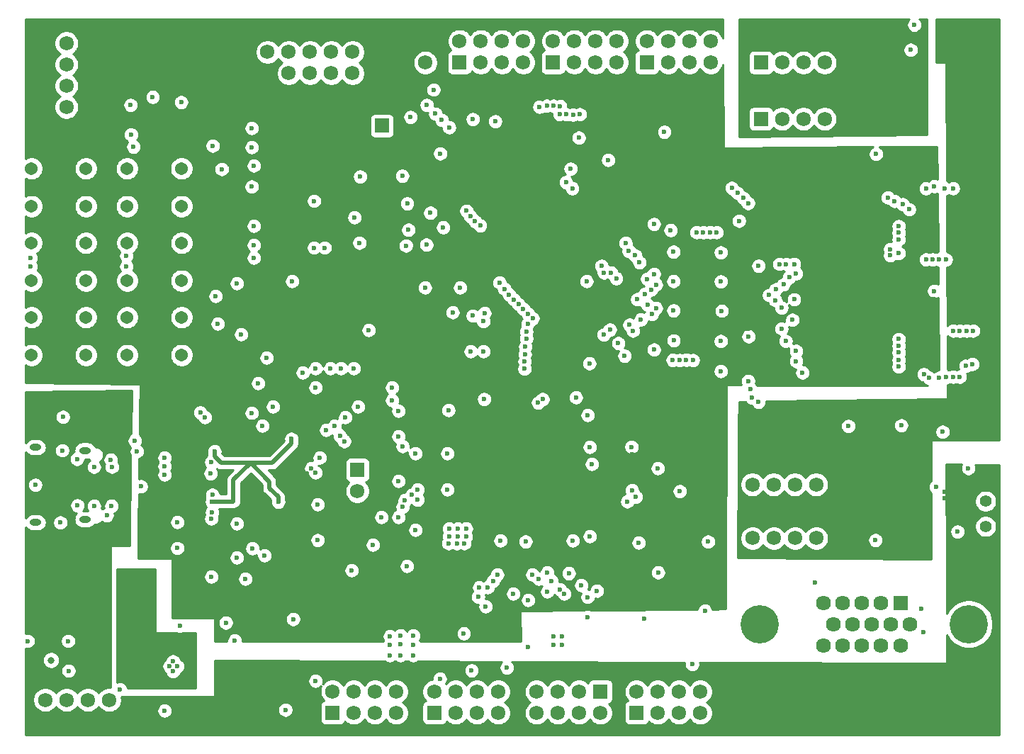
<source format=gbr>
G04 #@! TF.GenerationSoftware,KiCad,Pcbnew,(5.1.5)-3*
G04 #@! TF.CreationDate,2020-08-22T13:10:06+02:00*
G04 #@! TF.ProjectId,TFG20,54464732-302e-46b6-9963-61645f706362,rev?*
G04 #@! TF.SameCoordinates,Original*
G04 #@! TF.FileFunction,Copper,L3,Inr*
G04 #@! TF.FilePolarity,Positive*
%FSLAX46Y46*%
G04 Gerber Fmt 4.6, Leading zero omitted, Abs format (unit mm)*
G04 Created by KiCad (PCBNEW (5.1.5)-3) date 2020-08-22 13:10:06*
%MOMM*%
%LPD*%
G04 APERTURE LIST*
%ADD10C,1.540000*%
%ADD11C,1.725000*%
%ADD12R,1.725000X1.725000*%
%ADD13O,1.400000X0.800000*%
%ADD14R,1.700000X1.700000*%
%ADD15C,1.400000*%
%ADD16R,1.785000X1.785000*%
%ADD17C,1.785000*%
%ADD18C,4.575000*%
%ADD19C,0.600000*%
%ADD20C,0.800000*%
%ADD21C,0.500000*%
%ADD22C,0.254000*%
G04 APERTURE END LIST*
D10*
X29808000Y-55626000D03*
X29808000Y-60126000D03*
X36308000Y-60126000D03*
X36308000Y-55626000D03*
X18392000Y-55626000D03*
X18392000Y-60126000D03*
X24892000Y-60126000D03*
X24892000Y-55626000D03*
X18392000Y-73406000D03*
X18392000Y-77906000D03*
X24892000Y-77906000D03*
X24892000Y-73406000D03*
X29822000Y-73406000D03*
X29822000Y-77906000D03*
X36322000Y-77906000D03*
X36322000Y-73406000D03*
X29822000Y-64516000D03*
X29822000Y-69016000D03*
X36322000Y-69016000D03*
X36322000Y-64516000D03*
D11*
X57320000Y-94160000D03*
D12*
X57320000Y-91620000D03*
D11*
X65445640Y-42966640D03*
D12*
X65445640Y-40426640D03*
D11*
X77150000Y-40409000D03*
X77150000Y-42949000D03*
X74610000Y-40409000D03*
X74610000Y-42949000D03*
X72070000Y-40409000D03*
X72070000Y-42949000D03*
X69530000Y-40409000D03*
D12*
X69530000Y-42949000D03*
D11*
X56750000Y-41710000D03*
X56750000Y-44250000D03*
X54210000Y-41710000D03*
X54210000Y-44250000D03*
X51670000Y-41710000D03*
X51670000Y-44250000D03*
X49130000Y-41710000D03*
X49130000Y-44250000D03*
X46590000Y-41710000D03*
D12*
X46590000Y-44250000D03*
D11*
X88326000Y-40409000D03*
X88326000Y-42949000D03*
X85786000Y-40409000D03*
X85786000Y-42949000D03*
X83246000Y-40409000D03*
X83246000Y-42949000D03*
X80706000Y-40409000D03*
D12*
X80706000Y-42949000D03*
D11*
X99530000Y-40410000D03*
X99530000Y-42950000D03*
X96990000Y-40410000D03*
X96990000Y-42950000D03*
X94450000Y-40410000D03*
X94450000Y-42950000D03*
X91910000Y-40410000D03*
D12*
X91910000Y-42950000D03*
D11*
X98298000Y-118110000D03*
X98298000Y-120650000D03*
X95758000Y-118110000D03*
X95758000Y-120650000D03*
X93218000Y-118110000D03*
X93218000Y-120650000D03*
X90678000Y-118110000D03*
D12*
X90678000Y-120650000D03*
D11*
X74155000Y-118110000D03*
X74155000Y-120650000D03*
X71615000Y-118110000D03*
X71615000Y-120650000D03*
X69075000Y-118110000D03*
X69075000Y-120650000D03*
X66535000Y-118110000D03*
D12*
X66535000Y-120650000D03*
D11*
X78740000Y-120650000D03*
X78740000Y-118110000D03*
X81280000Y-120650000D03*
X81280000Y-118110000D03*
X83820000Y-120650000D03*
X83820000Y-118110000D03*
X86360000Y-120650000D03*
D12*
X86360000Y-118110000D03*
D11*
X61976000Y-118110000D03*
X61976000Y-120650000D03*
X59436000Y-118110000D03*
X59436000Y-120650000D03*
X56896000Y-118110000D03*
X56896000Y-120650000D03*
X54356000Y-118110000D03*
D12*
X54356000Y-120650000D03*
D10*
X18392000Y-64516000D03*
X18392000Y-69016000D03*
X24892000Y-69016000D03*
X24892000Y-64516000D03*
D11*
X22565360Y-48270160D03*
X20025360Y-48270160D03*
X22565360Y-45730160D03*
X20025360Y-45730160D03*
X22565360Y-43190160D03*
X20025360Y-43190160D03*
X22565360Y-40650160D03*
D12*
X20025360Y-40650160D03*
D11*
X27670760Y-119105680D03*
X27670760Y-121645680D03*
X25130760Y-119105680D03*
X25130760Y-121645680D03*
X22590760Y-119105680D03*
X22590760Y-121645680D03*
X20050760Y-119105680D03*
D12*
X20050760Y-121645680D03*
D13*
X18851600Y-88936280D03*
X18851600Y-97916280D03*
X24801600Y-97556280D03*
X24801600Y-89296280D03*
D14*
X60264040Y-50515520D03*
D15*
X132375000Y-98375000D03*
X132375000Y-95375000D03*
D16*
X122200000Y-107520000D03*
D17*
X119910000Y-107520000D03*
X117620000Y-107520000D03*
X115330000Y-107520000D03*
X113040000Y-107520000D03*
X123345000Y-110060000D03*
X121055000Y-110060000D03*
X118765000Y-110060000D03*
X116475000Y-110060000D03*
X114185000Y-110060000D03*
X122200000Y-112600000D03*
X119910000Y-112600000D03*
X117620000Y-112600000D03*
X115330000Y-112600000D03*
X113040000Y-112600000D03*
D18*
X130370000Y-110060000D03*
X105380000Y-110060000D03*
D11*
X113155000Y-40430000D03*
X113155000Y-42970000D03*
X110615000Y-40430000D03*
X110615000Y-42970000D03*
X108075000Y-40430000D03*
X108075000Y-42970000D03*
X105535000Y-40430000D03*
D12*
X105535000Y-42970000D03*
D11*
X113155000Y-47155000D03*
X113155000Y-49695000D03*
X110615000Y-47155000D03*
X110615000Y-49695000D03*
X108075000Y-47155000D03*
X108075000Y-49695000D03*
X105535000Y-47155000D03*
D12*
X105535000Y-49695000D03*
D11*
X104530000Y-99790000D03*
X104530000Y-97250000D03*
X107070000Y-99790000D03*
X107070000Y-97250000D03*
X109610000Y-99790000D03*
X109610000Y-97250000D03*
X112150000Y-99790000D03*
D12*
X112150000Y-97250000D03*
D11*
X104510840Y-93375480D03*
X104510840Y-90835480D03*
X107050840Y-93375480D03*
X107050840Y-90835480D03*
X109590840Y-93375480D03*
X109590840Y-90835480D03*
X112130840Y-93375480D03*
D12*
X112130840Y-90835480D03*
D19*
X34900000Y-115100000D03*
X35300000Y-115700000D03*
X35800000Y-115100000D03*
X35300000Y-114500000D03*
X81732000Y-111552000D03*
X80716000Y-111552000D03*
X64262000Y-98806000D03*
X56642000Y-103632000D03*
X63246000Y-103124000D03*
X70866000Y-77470000D03*
X72390000Y-77470000D03*
X62230000Y-84582000D03*
X62230000Y-87630000D03*
X75946000Y-106426000D03*
X81534000Y-105918000D03*
X90932000Y-100330000D03*
X81732000Y-112568000D03*
X80716000Y-112568000D03*
X62230000Y-92964000D03*
X68072000Y-93980000D03*
X17942560Y-112069880D03*
X22768560Y-112069880D03*
X22814560Y-115625880D03*
D20*
X20736560Y-114355880D03*
D19*
X42672000Y-112014000D03*
X28956000Y-117856000D03*
X34290000Y-120396000D03*
X80010000Y-106172000D03*
X82042000Y-106426000D03*
X74422000Y-100076000D03*
X84836000Y-85090000D03*
X85090000Y-88900000D03*
X83058000Y-100076000D03*
X77724000Y-107188000D03*
X84836000Y-106819969D03*
X90143163Y-94075697D03*
X34290000Y-92202000D03*
X34290000Y-91186000D03*
X34290000Y-90170000D03*
X30734000Y-88138000D03*
X30988000Y-89408000D03*
X39116000Y-85344000D03*
X42926000Y-102108000D03*
X46228000Y-101854000D03*
X44781015Y-101014985D03*
X47244000Y-84074000D03*
X44704000Y-84836000D03*
X45974000Y-86360000D03*
X51816000Y-91440000D03*
X52832000Y-90170000D03*
X52324000Y-91948000D03*
X52577797Y-95757797D03*
X40640000Y-74168000D03*
X43434000Y-75438000D03*
X61468000Y-83312000D03*
X61468000Y-81788000D03*
X52324000Y-81788000D03*
X50800000Y-80010000D03*
X58674000Y-74930000D03*
X69596000Y-69850000D03*
X18288000Y-66294000D03*
X18288000Y-67310000D03*
X29718000Y-66040000D03*
X29718000Y-67310000D03*
X44704000Y-50800000D03*
X44704000Y-53086000D03*
X44958000Y-55280000D03*
X44704000Y-57788020D03*
X22158960Y-85298280D03*
X42926000Y-69342000D03*
X44958000Y-66294000D03*
X44958000Y-64770000D03*
X44958000Y-62484000D03*
X52156360Y-59491880D03*
X52156360Y-65079880D03*
X53426360Y-65079880D03*
X90071320Y-88872760D03*
X87282112Y-54610000D03*
X84709000Y-69088000D03*
X105250000Y-67250000D03*
X90250000Y-75000000D03*
X109500000Y-71250000D03*
X126250000Y-70250000D03*
X104065031Y-75684969D03*
X121000000Y-65250000D03*
X122000000Y-65750000D03*
X121000000Y-66000000D03*
X95106524Y-76167619D03*
X95094677Y-72579116D03*
X95094677Y-69079116D03*
X100861435Y-72616000D03*
X95094677Y-65579116D03*
X94750000Y-63000000D03*
X100750000Y-76250000D03*
X94000000Y-51250000D03*
X98850000Y-108450000D03*
X95850000Y-94175000D03*
X93250000Y-103875000D03*
X130325000Y-91425000D03*
X119225000Y-100025000D03*
X97325000Y-114850000D03*
X91628144Y-109371856D03*
X123875000Y-38450000D03*
X123450000Y-41450000D03*
X119300000Y-53900000D03*
X39800000Y-92050000D03*
X39875000Y-90700000D03*
X39875000Y-97450000D03*
X39950000Y-96725000D03*
X35813999Y-100975000D03*
X35813999Y-97875000D03*
X100749999Y-65650000D03*
X99225000Y-100200000D03*
X49650000Y-109450000D03*
X115975000Y-86375000D03*
X67225000Y-53825000D03*
X67575000Y-62650000D03*
X124714000Y-108204000D03*
X124968000Y-110998000D03*
X111969818Y-105049990D03*
X63670000Y-49470000D03*
X21834560Y-97916280D03*
X18851600Y-93411320D03*
X22062400Y-89296280D03*
X71108000Y-49717960D03*
X39998444Y-94611466D03*
X85039200Y-78900011D03*
X83444080Y-82976720D03*
X79456280Y-83190080D03*
X78917800Y-83596480D03*
X75184000Y-115244880D03*
X70972680Y-115590321D03*
X100749999Y-69108320D03*
X122301000Y-86309200D03*
X65567560Y-64734440D03*
X92750000Y-62250000D03*
X89250000Y-78000000D03*
X102925000Y-61875000D03*
X100749999Y-79850000D03*
X27376120Y-97063560D03*
X31460523Y-93604010D03*
X27873960Y-90429080D03*
X23881080Y-95864680D03*
X23830280Y-90317320D03*
X30581600Y-53019960D03*
X30226000Y-48026320D03*
X65405000Y-69850000D03*
X41605200Y-109880400D03*
X48742600Y-120294400D03*
X127238760Y-87086440D03*
X40035565Y-52903035D03*
X36113720Y-110286800D03*
X58166000Y-100330000D03*
X62230000Y-104902000D03*
X59436000Y-108966000D03*
X63754000Y-88392000D03*
X63289265Y-102151265D03*
X54864000Y-97282000D03*
X35814000Y-99060000D03*
X34036000Y-98298000D03*
X40132000Y-106426000D03*
X40132000Y-107442000D03*
X39116000Y-106426000D03*
X39116000Y-107442000D03*
X39116000Y-108712000D03*
X40132000Y-108712000D03*
X75438000Y-108204000D03*
X75438000Y-109220000D03*
X74326850Y-106537380D03*
X89408000Y-104394000D03*
X89154000Y-94102534D03*
X42926000Y-101092000D03*
X48500000Y-100950000D03*
X31496000Y-91440000D03*
X44704000Y-85852000D03*
X36830000Y-81026000D03*
X36383000Y-83627000D03*
X36891000Y-83119000D03*
X42164000Y-75438000D03*
X39370000Y-74168000D03*
X38100000Y-76708000D03*
X67564000Y-74930000D03*
X65532000Y-68834000D03*
X71628000Y-70866000D03*
X40132000Y-66386000D03*
X43688000Y-70866000D03*
X45974000Y-75438000D03*
X51250313Y-92005687D03*
X85344000Y-52832000D03*
X84709000Y-67945000D03*
X90147320Y-89730760D03*
X109500000Y-70250000D03*
X126250000Y-71250000D03*
X100861436Y-67115999D03*
X95094677Y-67079116D03*
X103000000Y-74750000D03*
X104000000Y-74750000D03*
X85000000Y-51250000D03*
X47625000Y-106150000D03*
X48525000Y-107550000D03*
X60775000Y-94575000D03*
X60825000Y-93675000D03*
X48300000Y-86125000D03*
X82405296Y-105050000D03*
X79191999Y-108200000D03*
X67429270Y-52720730D03*
X33782000Y-83312000D03*
X33020000Y-82550000D03*
X83926680Y-78496160D03*
X70025952Y-78569128D03*
X92821305Y-74800696D03*
X32496760Y-48199040D03*
X35356800Y-52938680D03*
X67279520Y-56702960D03*
X84836000Y-109220000D03*
X77724000Y-112776000D03*
X85090000Y-99568000D03*
X93218000Y-91440000D03*
X85344000Y-90932000D03*
X61214000Y-112522000D03*
X62484000Y-112466000D03*
X61214000Y-111506000D03*
X62498000Y-111434000D03*
X64008000Y-111434000D03*
X68300000Y-99600000D03*
X69300000Y-99600000D03*
X70300000Y-99600000D03*
X68200000Y-100400000D03*
X70100000Y-100400000D03*
X69200000Y-100400000D03*
X64008000Y-112522000D03*
X61214000Y-113792000D03*
X62484000Y-113792000D03*
X64008000Y-113792000D03*
X64262000Y-89662000D03*
X68072000Y-89662000D03*
X68285360Y-98643440D03*
X69316600Y-98628200D03*
X70312280Y-98628200D03*
X77424280Y-100192840D03*
X72461120Y-83169760D03*
X68214240Y-84495640D03*
X18196560Y-108005880D03*
X23022560Y-108005880D03*
X20736560Y-106227880D03*
X24638000Y-104394000D03*
X18704560Y-115625880D03*
X51054000Y-121412000D03*
X21650960Y-83012280D03*
X128225000Y-94225000D03*
X128225000Y-94975000D03*
X129050000Y-97375000D03*
X128975000Y-94225000D03*
X128975000Y-94950000D03*
X127525000Y-94225000D03*
X127525000Y-95000000D03*
X69984499Y-114830980D03*
X28595292Y-93604095D03*
X27418680Y-94676274D03*
X27418705Y-92176249D03*
X23693120Y-94427040D03*
X23809960Y-91922600D03*
X117650000Y-98275000D03*
X117650000Y-97225000D03*
X117625000Y-95925000D03*
X118950000Y-98275000D03*
X118950000Y-97225000D03*
X118950000Y-96000000D03*
X120175000Y-96000000D03*
X121425000Y-96000000D03*
X129000000Y-39275000D03*
X132000000Y-39250000D03*
X130400000Y-40700000D03*
X128975000Y-42050000D03*
X132225000Y-42000000D03*
X121610120Y-93345000D03*
X123764040Y-94259400D03*
X123403360Y-96901000D03*
X121198640Y-97911920D03*
X30272000Y-104394000D03*
X36800000Y-117300000D03*
X37100000Y-112700000D03*
X33000000Y-113100000D03*
X32858000Y-116840000D03*
X121950000Y-43850000D03*
X120775000Y-43025000D03*
X120725000Y-43850000D03*
X121875000Y-43025000D03*
X123150000Y-42975000D03*
X123150000Y-43800000D03*
X49445500Y-87924500D03*
X39950000Y-95410000D03*
X40260000Y-89410000D03*
X47870000Y-95440000D03*
X60198000Y-97282000D03*
X62230000Y-97282000D03*
X52324000Y-116840000D03*
X52578000Y-100021990D03*
X25870316Y-95933318D03*
X25861259Y-91257772D03*
X28006040Y-91262200D03*
X27955240Y-95930720D03*
X70042215Y-111169896D03*
X95000000Y-78500000D03*
X109750000Y-68161498D03*
X102059991Y-57950000D03*
X95824266Y-78524263D03*
X108934489Y-68629990D03*
X102743647Y-58550000D03*
X96622972Y-78478744D03*
X108250000Y-69464265D03*
X103434313Y-59150000D03*
X97421706Y-78523774D03*
X107314265Y-70064265D03*
X104000000Y-59750000D03*
X106500000Y-70750000D03*
X104000000Y-81000000D03*
X100250009Y-63250000D03*
X107250000Y-71350000D03*
X104250000Y-82000000D03*
X99450006Y-63250000D03*
X108000000Y-72250000D03*
X104500000Y-83000000D03*
X98650003Y-63250000D03*
X109299265Y-73700735D03*
X105250000Y-83500000D03*
X97850000Y-63250000D03*
X122000000Y-79300003D03*
X110500000Y-80000000D03*
X109750000Y-78630000D03*
X122000000Y-78500000D03*
X122000000Y-77600006D03*
X109750000Y-77429999D03*
X122000000Y-76800003D03*
X108500000Y-76229998D03*
X122000000Y-76000000D03*
X108000000Y-74750000D03*
X128500000Y-75000000D03*
X125250000Y-58000000D03*
X128500000Y-80500000D03*
X129300003Y-75000000D03*
X126261397Y-57738603D03*
X129300003Y-80499997D03*
X130100006Y-75000000D03*
X127500000Y-58000000D03*
X130000000Y-79200000D03*
X130900009Y-75000000D03*
X128500000Y-58000000D03*
X130800000Y-79000000D03*
X127650009Y-66500000D03*
X120699999Y-59099980D03*
X127650009Y-80549991D03*
X126850006Y-66500000D03*
X121500000Y-59499990D03*
X126850006Y-80650006D03*
X126050003Y-66500000D03*
X122491052Y-59900000D03*
X125665642Y-80643761D03*
X125250000Y-66500000D03*
X123250000Y-60500000D03*
X125000000Y-80200000D03*
X122000000Y-64100006D03*
X109500000Y-67030000D03*
X122000000Y-63300003D03*
X108550003Y-67030000D03*
X122000000Y-62500000D03*
X107750000Y-67030000D03*
X90575000Y-94850000D03*
X89575000Y-95410000D03*
X68707000Y-72806000D03*
X36266120Y-47701200D03*
X72385478Y-73878051D03*
X41127595Y-55692125D03*
X71110146Y-73206010D03*
X32872680Y-47076360D03*
X72517000Y-72898000D03*
X30292040Y-51572160D03*
X42926000Y-98044000D03*
X59182000Y-100584000D03*
X66425000Y-46200000D03*
X73808000Y-49975000D03*
X39878000Y-104394000D03*
X43942000Y-104648000D03*
X38550313Y-84778313D03*
X62738000Y-88806990D03*
X55750000Y-88206990D03*
X83000000Y-58000000D03*
X82250000Y-57250000D03*
X55250000Y-87560001D03*
X82800000Y-55650000D03*
X83775000Y-51950000D03*
X76581524Y-71832065D03*
X91678140Y-70600000D03*
X74308000Y-69250000D03*
X92750000Y-68216000D03*
X74908000Y-69996833D03*
X91950819Y-68816000D03*
X75448634Y-70702233D03*
X93000000Y-69500000D03*
X76017709Y-71264512D03*
X92434313Y-70100000D03*
X77713110Y-72963225D03*
X92000000Y-71900009D03*
X77683412Y-74165118D03*
X92518331Y-73036660D03*
X77526131Y-75920928D03*
X89844880Y-74295000D03*
X77331225Y-77812893D03*
X86750000Y-75464571D03*
X77295589Y-79545589D03*
X92752982Y-77258948D03*
X77311297Y-78681351D03*
X88500000Y-76500000D03*
X77386861Y-76908728D03*
X87500000Y-74864571D03*
X77498882Y-75099647D03*
X91200337Y-73664571D03*
X78278857Y-73528851D03*
X93000000Y-72300019D03*
X77147576Y-72397385D03*
X90750000Y-71250000D03*
X88250000Y-68750000D03*
X91035197Y-66831956D03*
X87649067Y-68047993D03*
X90501777Y-66002728D03*
X86796282Y-68052248D03*
X89750000Y-65500000D03*
X86500000Y-67250000D03*
X89384000Y-64516000D03*
X46482000Y-78232000D03*
X45466000Y-81280000D03*
X78232000Y-104140000D03*
X74040000Y-104140000D03*
X73540000Y-104902000D03*
X72898000Y-105664000D03*
X71882000Y-105664000D03*
X62738000Y-96046002D03*
X62992000Y-95250000D03*
X63854120Y-94588120D03*
X64535187Y-95188120D03*
X64516000Y-93980000D03*
X72644000Y-107950000D03*
X71753603Y-106808397D03*
X67182039Y-116596160D03*
X78994000Y-104648000D03*
X80010000Y-103886000D03*
X80518000Y-104902000D03*
X82587028Y-103981259D03*
X85952964Y-106071037D03*
X84074000Y-105410000D03*
X49530000Y-69088000D03*
X66050000Y-60925000D03*
X126450000Y-93675000D03*
X129025000Y-99000000D03*
X71379601Y-61911134D03*
X67413235Y-49836765D03*
X71992582Y-62425193D03*
X68300735Y-50724265D03*
X70375000Y-60675000D03*
X65600735Y-48024265D03*
X70818761Y-61340642D03*
X66650735Y-49074265D03*
X81487763Y-49137763D03*
X81549913Y-48151137D03*
X80750003Y-48138992D03*
X79950000Y-48138992D03*
X79066437Y-48266437D03*
X82287536Y-49156869D03*
X83906689Y-49145435D03*
X83086664Y-49194263D03*
X55372000Y-79502000D03*
X55880000Y-85344000D03*
X54102000Y-79502000D03*
X54610000Y-86360000D03*
X56896000Y-79502000D03*
X57404000Y-84074000D03*
X52324000Y-79502000D03*
X53594000Y-86868000D03*
X63271487Y-59793598D03*
X56972200Y-61475000D03*
X62682120Y-56499760D03*
X57574180Y-64498220D03*
X63139320Y-64836040D03*
X57642760Y-56581040D03*
X63423800Y-62956440D03*
X40386000Y-70866000D03*
D21*
X49445500Y-87924500D02*
X49445500Y-88490185D01*
X42525685Y-95410000D02*
X39950000Y-95410000D01*
X39950000Y-95410000D02*
X39950000Y-95410000D01*
X40260000Y-89975685D02*
X41064315Y-90780000D01*
X40260000Y-89410000D02*
X40260000Y-89975685D01*
X47155685Y-90780000D02*
X49445500Y-88490185D01*
X47870000Y-94874315D02*
X46800000Y-93804315D01*
X47870000Y-95440000D02*
X47870000Y-94874315D01*
X46800000Y-93020000D02*
X44560000Y-90780000D01*
X41064315Y-90780000D02*
X44560000Y-90780000D01*
X46800000Y-93804315D02*
X46800000Y-93020000D01*
X44560000Y-90780000D02*
X47155685Y-90780000D01*
X42525685Y-92814315D02*
X44560000Y-90780000D01*
X42525685Y-95410000D02*
X42525685Y-92814315D01*
D22*
G36*
X33147000Y-110998000D02*
G01*
X33149440Y-111022776D01*
X33156667Y-111046601D01*
X33168403Y-111068557D01*
X33184197Y-111087803D01*
X33203443Y-111103597D01*
X33225399Y-111115333D01*
X33249224Y-111122560D01*
X33274000Y-111125000D01*
X35714947Y-111125000D01*
X35843324Y-111178176D01*
X36022419Y-111213800D01*
X36205021Y-111213800D01*
X36384116Y-111178176D01*
X36512493Y-111125000D01*
X37973000Y-111125000D01*
X37973000Y-117729000D01*
X29875899Y-117729000D01*
X29847376Y-117585604D01*
X29777496Y-117416901D01*
X29676048Y-117265072D01*
X29546928Y-117135952D01*
X29395099Y-117034504D01*
X29226396Y-116964624D01*
X29047301Y-116929000D01*
X28864699Y-116929000D01*
X28685604Y-116964624D01*
X28575000Y-117010438D01*
X28575000Y-115008699D01*
X33973000Y-115008699D01*
X33973000Y-115191301D01*
X34008624Y-115370396D01*
X34078504Y-115539099D01*
X34179952Y-115690928D01*
X34309072Y-115820048D01*
X34389393Y-115873717D01*
X34408624Y-115970396D01*
X34478504Y-116139099D01*
X34579952Y-116290928D01*
X34709072Y-116420048D01*
X34860901Y-116521496D01*
X35029604Y-116591376D01*
X35208699Y-116627000D01*
X35391301Y-116627000D01*
X35570396Y-116591376D01*
X35739099Y-116521496D01*
X35890928Y-116420048D01*
X36020048Y-116290928D01*
X36121496Y-116139099D01*
X36191376Y-115970396D01*
X36197691Y-115938648D01*
X36239099Y-115921496D01*
X36390928Y-115820048D01*
X36520048Y-115690928D01*
X36621496Y-115539099D01*
X36691376Y-115370396D01*
X36727000Y-115191301D01*
X36727000Y-115008699D01*
X36691376Y-114829604D01*
X36621496Y-114660901D01*
X36520048Y-114509072D01*
X36390928Y-114379952D01*
X36239099Y-114278504D01*
X36197691Y-114261352D01*
X36191376Y-114229604D01*
X36121496Y-114060901D01*
X36020048Y-113909072D01*
X35890928Y-113779952D01*
X35739099Y-113678504D01*
X35570396Y-113608624D01*
X35391301Y-113573000D01*
X35208699Y-113573000D01*
X35029604Y-113608624D01*
X34860901Y-113678504D01*
X34709072Y-113779952D01*
X34579952Y-113909072D01*
X34478504Y-114060901D01*
X34408624Y-114229604D01*
X34389393Y-114326283D01*
X34309072Y-114379952D01*
X34179952Y-114509072D01*
X34078504Y-114660901D01*
X34008624Y-114829604D01*
X33973000Y-115008699D01*
X28575000Y-115008699D01*
X28575000Y-103505000D01*
X33147000Y-103505000D01*
X33147000Y-110998000D01*
G37*
X33147000Y-110998000D02*
X33149440Y-111022776D01*
X33156667Y-111046601D01*
X33168403Y-111068557D01*
X33184197Y-111087803D01*
X33203443Y-111103597D01*
X33225399Y-111115333D01*
X33249224Y-111122560D01*
X33274000Y-111125000D01*
X35714947Y-111125000D01*
X35843324Y-111178176D01*
X36022419Y-111213800D01*
X36205021Y-111213800D01*
X36384116Y-111178176D01*
X36512493Y-111125000D01*
X37973000Y-111125000D01*
X37973000Y-117729000D01*
X29875899Y-117729000D01*
X29847376Y-117585604D01*
X29777496Y-117416901D01*
X29676048Y-117265072D01*
X29546928Y-117135952D01*
X29395099Y-117034504D01*
X29226396Y-116964624D01*
X29047301Y-116929000D01*
X28864699Y-116929000D01*
X28685604Y-116964624D01*
X28575000Y-117010438D01*
X28575000Y-115008699D01*
X33973000Y-115008699D01*
X33973000Y-115191301D01*
X34008624Y-115370396D01*
X34078504Y-115539099D01*
X34179952Y-115690928D01*
X34309072Y-115820048D01*
X34389393Y-115873717D01*
X34408624Y-115970396D01*
X34478504Y-116139099D01*
X34579952Y-116290928D01*
X34709072Y-116420048D01*
X34860901Y-116521496D01*
X35029604Y-116591376D01*
X35208699Y-116627000D01*
X35391301Y-116627000D01*
X35570396Y-116591376D01*
X35739099Y-116521496D01*
X35890928Y-116420048D01*
X36020048Y-116290928D01*
X36121496Y-116139099D01*
X36191376Y-115970396D01*
X36197691Y-115938648D01*
X36239099Y-115921496D01*
X36390928Y-115820048D01*
X36520048Y-115690928D01*
X36621496Y-115539099D01*
X36691376Y-115370396D01*
X36727000Y-115191301D01*
X36727000Y-115008699D01*
X36691376Y-114829604D01*
X36621496Y-114660901D01*
X36520048Y-114509072D01*
X36390928Y-114379952D01*
X36239099Y-114278504D01*
X36197691Y-114261352D01*
X36191376Y-114229604D01*
X36121496Y-114060901D01*
X36020048Y-113909072D01*
X35890928Y-113779952D01*
X35739099Y-113678504D01*
X35570396Y-113608624D01*
X35391301Y-113573000D01*
X35208699Y-113573000D01*
X35029604Y-113608624D01*
X34860901Y-113678504D01*
X34709072Y-113779952D01*
X34579952Y-113909072D01*
X34478504Y-114060901D01*
X34408624Y-114229604D01*
X34389393Y-114326283D01*
X34309072Y-114379952D01*
X34179952Y-114509072D01*
X34078504Y-114660901D01*
X34008624Y-114829604D01*
X33973000Y-115008699D01*
X28575000Y-115008699D01*
X28575000Y-103505000D01*
X33147000Y-103505000D01*
X33147000Y-110998000D01*
G36*
X30281591Y-87325397D02*
G01*
X30143072Y-87417952D01*
X30013952Y-87547072D01*
X29912504Y-87698901D01*
X29842624Y-87867604D01*
X29807000Y-88046699D01*
X29807000Y-88229301D01*
X29842624Y-88408396D01*
X29912504Y-88577099D01*
X30013952Y-88728928D01*
X30143072Y-88858048D01*
X30210479Y-88903087D01*
X30166504Y-88968901D01*
X30096624Y-89137604D01*
X30061000Y-89316699D01*
X30061000Y-89499301D01*
X30096624Y-89678396D01*
X30166504Y-89847099D01*
X30245908Y-89965937D01*
X30100705Y-100711000D01*
X27940000Y-100711000D01*
X27915224Y-100713440D01*
X27891399Y-100720667D01*
X27869443Y-100732403D01*
X27850197Y-100748197D01*
X27834403Y-100767443D01*
X27822667Y-100789399D01*
X27815440Y-100813224D01*
X27813000Y-100838000D01*
X27813000Y-117616180D01*
X27524057Y-117616180D01*
X27236289Y-117673421D01*
X26965217Y-117785702D01*
X26721259Y-117948710D01*
X26513790Y-118156179D01*
X26400760Y-118325340D01*
X26287730Y-118156179D01*
X26080261Y-117948710D01*
X25836303Y-117785702D01*
X25565231Y-117673421D01*
X25277463Y-117616180D01*
X24984057Y-117616180D01*
X24696289Y-117673421D01*
X24425217Y-117785702D01*
X24181259Y-117948710D01*
X23973790Y-118156179D01*
X23860760Y-118325340D01*
X23747730Y-118156179D01*
X23540261Y-117948710D01*
X23296303Y-117785702D01*
X23025231Y-117673421D01*
X22737463Y-117616180D01*
X22444057Y-117616180D01*
X22156289Y-117673421D01*
X21885217Y-117785702D01*
X21641259Y-117948710D01*
X21433790Y-118156179D01*
X21320760Y-118325340D01*
X21207730Y-118156179D01*
X21000261Y-117948710D01*
X20756303Y-117785702D01*
X20485231Y-117673421D01*
X20197463Y-117616180D01*
X19904057Y-117616180D01*
X19616289Y-117673421D01*
X19345217Y-117785702D01*
X19101259Y-117948710D01*
X18893790Y-118156179D01*
X18730782Y-118400137D01*
X18618501Y-118671209D01*
X18561260Y-118958977D01*
X18561260Y-119252383D01*
X18618501Y-119540151D01*
X18730782Y-119811223D01*
X18893790Y-120055181D01*
X19101259Y-120262650D01*
X19345217Y-120425658D01*
X19616289Y-120537939D01*
X19904057Y-120595180D01*
X20197463Y-120595180D01*
X20485231Y-120537939D01*
X20756303Y-120425658D01*
X21000261Y-120262650D01*
X21207730Y-120055181D01*
X21320760Y-119886020D01*
X21433790Y-120055181D01*
X21641259Y-120262650D01*
X21885217Y-120425658D01*
X22156289Y-120537939D01*
X22444057Y-120595180D01*
X22737463Y-120595180D01*
X23025231Y-120537939D01*
X23296303Y-120425658D01*
X23540261Y-120262650D01*
X23747730Y-120055181D01*
X23860760Y-119886020D01*
X23973790Y-120055181D01*
X24181259Y-120262650D01*
X24425217Y-120425658D01*
X24696289Y-120537939D01*
X24984057Y-120595180D01*
X25277463Y-120595180D01*
X25565231Y-120537939D01*
X25836303Y-120425658D01*
X26080261Y-120262650D01*
X26287730Y-120055181D01*
X26400760Y-119886020D01*
X26513790Y-120055181D01*
X26721259Y-120262650D01*
X26965217Y-120425658D01*
X27236289Y-120537939D01*
X27524057Y-120595180D01*
X27817463Y-120595180D01*
X28105231Y-120537939D01*
X28376303Y-120425658D01*
X28557330Y-120304699D01*
X33363000Y-120304699D01*
X33363000Y-120487301D01*
X33398624Y-120666396D01*
X33468504Y-120835099D01*
X33569952Y-120986928D01*
X33699072Y-121116048D01*
X33850901Y-121217496D01*
X34019604Y-121287376D01*
X34198699Y-121323000D01*
X34381301Y-121323000D01*
X34560396Y-121287376D01*
X34729099Y-121217496D01*
X34880928Y-121116048D01*
X35010048Y-120986928D01*
X35111496Y-120835099D01*
X35181376Y-120666396D01*
X35217000Y-120487301D01*
X35217000Y-120304699D01*
X35196791Y-120203099D01*
X47815600Y-120203099D01*
X47815600Y-120385701D01*
X47851224Y-120564796D01*
X47921104Y-120733499D01*
X48022552Y-120885328D01*
X48151672Y-121014448D01*
X48303501Y-121115896D01*
X48472204Y-121185776D01*
X48651299Y-121221400D01*
X48833901Y-121221400D01*
X49012996Y-121185776D01*
X49181699Y-121115896D01*
X49333528Y-121014448D01*
X49462648Y-120885328D01*
X49564096Y-120733499D01*
X49633976Y-120564796D01*
X49669600Y-120385701D01*
X49669600Y-120203099D01*
X49633976Y-120024004D01*
X49564096Y-119855301D01*
X49462648Y-119703472D01*
X49333528Y-119574352D01*
X49181699Y-119472904D01*
X49012996Y-119403024D01*
X48833901Y-119367400D01*
X48651299Y-119367400D01*
X48472204Y-119403024D01*
X48303501Y-119472904D01*
X48151672Y-119574352D01*
X48022552Y-119703472D01*
X47921104Y-119855301D01*
X47851224Y-120024004D01*
X47815600Y-120203099D01*
X35196791Y-120203099D01*
X35181376Y-120125604D01*
X35111496Y-119956901D01*
X35010048Y-119805072D01*
X34880928Y-119675952D01*
X34729099Y-119574504D01*
X34560396Y-119504624D01*
X34381301Y-119469000D01*
X34198699Y-119469000D01*
X34019604Y-119504624D01*
X33850901Y-119574504D01*
X33699072Y-119675952D01*
X33569952Y-119805072D01*
X33468504Y-119956901D01*
X33398624Y-120125604D01*
X33363000Y-120304699D01*
X28557330Y-120304699D01*
X28620261Y-120262650D01*
X28827730Y-120055181D01*
X28990738Y-119811223D01*
X29103019Y-119540151D01*
X29160260Y-119252383D01*
X29160260Y-118958977D01*
X29122289Y-118768084D01*
X29226396Y-118747376D01*
X29232132Y-118745000D01*
X40132000Y-118745000D01*
X40156776Y-118742560D01*
X40180601Y-118735333D01*
X40202557Y-118723597D01*
X40221803Y-118707803D01*
X40237597Y-118688557D01*
X40249333Y-118666601D01*
X40256560Y-118642776D01*
X40259000Y-118618000D01*
X40259000Y-116748699D01*
X51397000Y-116748699D01*
X51397000Y-116931301D01*
X51432624Y-117110396D01*
X51502504Y-117279099D01*
X51603952Y-117430928D01*
X51733072Y-117560048D01*
X51884901Y-117661496D01*
X52053604Y-117731376D01*
X52232699Y-117767000D01*
X52415301Y-117767000D01*
X52594396Y-117731376D01*
X52763099Y-117661496D01*
X52914928Y-117560048D01*
X53011629Y-117463347D01*
X52923741Y-117675529D01*
X52866500Y-117963297D01*
X52866500Y-118256703D01*
X52923741Y-118544471D01*
X53036022Y-118815543D01*
X53199030Y-119059501D01*
X53323412Y-119183883D01*
X53252397Y-119205425D01*
X53143472Y-119263647D01*
X53047999Y-119341999D01*
X52969647Y-119437472D01*
X52911425Y-119546397D01*
X52875573Y-119664587D01*
X52863467Y-119787500D01*
X52863467Y-121512500D01*
X52875573Y-121635413D01*
X52911425Y-121753603D01*
X52969647Y-121862528D01*
X53047999Y-121958001D01*
X53143472Y-122036353D01*
X53252397Y-122094575D01*
X53370587Y-122130427D01*
X53493500Y-122142533D01*
X55218500Y-122142533D01*
X55341413Y-122130427D01*
X55459603Y-122094575D01*
X55568528Y-122036353D01*
X55664001Y-121958001D01*
X55742353Y-121862528D01*
X55800575Y-121753603D01*
X55822117Y-121682588D01*
X55946499Y-121806970D01*
X56190457Y-121969978D01*
X56461529Y-122082259D01*
X56749297Y-122139500D01*
X57042703Y-122139500D01*
X57330471Y-122082259D01*
X57601543Y-121969978D01*
X57845501Y-121806970D01*
X58052970Y-121599501D01*
X58166000Y-121430340D01*
X58279030Y-121599501D01*
X58486499Y-121806970D01*
X58730457Y-121969978D01*
X59001529Y-122082259D01*
X59289297Y-122139500D01*
X59582703Y-122139500D01*
X59870471Y-122082259D01*
X60141543Y-121969978D01*
X60385501Y-121806970D01*
X60592970Y-121599501D01*
X60706000Y-121430340D01*
X60819030Y-121599501D01*
X61026499Y-121806970D01*
X61270457Y-121969978D01*
X61541529Y-122082259D01*
X61829297Y-122139500D01*
X62122703Y-122139500D01*
X62410471Y-122082259D01*
X62681543Y-121969978D01*
X62925501Y-121806970D01*
X63132970Y-121599501D01*
X63295978Y-121355543D01*
X63408259Y-121084471D01*
X63465500Y-120796703D01*
X63465500Y-120503297D01*
X63408259Y-120215529D01*
X63295978Y-119944457D01*
X63191103Y-119787500D01*
X65042467Y-119787500D01*
X65042467Y-121512500D01*
X65054573Y-121635413D01*
X65090425Y-121753603D01*
X65148647Y-121862528D01*
X65226999Y-121958001D01*
X65322472Y-122036353D01*
X65431397Y-122094575D01*
X65549587Y-122130427D01*
X65672500Y-122142533D01*
X67397500Y-122142533D01*
X67520413Y-122130427D01*
X67638603Y-122094575D01*
X67747528Y-122036353D01*
X67843001Y-121958001D01*
X67921353Y-121862528D01*
X67979575Y-121753603D01*
X68001117Y-121682588D01*
X68125499Y-121806970D01*
X68369457Y-121969978D01*
X68640529Y-122082259D01*
X68928297Y-122139500D01*
X69221703Y-122139500D01*
X69509471Y-122082259D01*
X69780543Y-121969978D01*
X70024501Y-121806970D01*
X70231970Y-121599501D01*
X70345000Y-121430340D01*
X70458030Y-121599501D01*
X70665499Y-121806970D01*
X70909457Y-121969978D01*
X71180529Y-122082259D01*
X71468297Y-122139500D01*
X71761703Y-122139500D01*
X72049471Y-122082259D01*
X72320543Y-121969978D01*
X72564501Y-121806970D01*
X72771970Y-121599501D01*
X72885000Y-121430340D01*
X72998030Y-121599501D01*
X73205499Y-121806970D01*
X73449457Y-121969978D01*
X73720529Y-122082259D01*
X74008297Y-122139500D01*
X74301703Y-122139500D01*
X74589471Y-122082259D01*
X74860543Y-121969978D01*
X75104501Y-121806970D01*
X75311970Y-121599501D01*
X75474978Y-121355543D01*
X75587259Y-121084471D01*
X75644500Y-120796703D01*
X75644500Y-120503297D01*
X75587259Y-120215529D01*
X75474978Y-119944457D01*
X75311970Y-119700499D01*
X75104501Y-119493030D01*
X74935340Y-119380000D01*
X75104501Y-119266970D01*
X75311970Y-119059501D01*
X75474978Y-118815543D01*
X75587259Y-118544471D01*
X75644500Y-118256703D01*
X75644500Y-117963297D01*
X77250500Y-117963297D01*
X77250500Y-118256703D01*
X77307741Y-118544471D01*
X77420022Y-118815543D01*
X77583030Y-119059501D01*
X77790499Y-119266970D01*
X77959660Y-119380000D01*
X77790499Y-119493030D01*
X77583030Y-119700499D01*
X77420022Y-119944457D01*
X77307741Y-120215529D01*
X77250500Y-120503297D01*
X77250500Y-120796703D01*
X77307741Y-121084471D01*
X77420022Y-121355543D01*
X77583030Y-121599501D01*
X77790499Y-121806970D01*
X78034457Y-121969978D01*
X78305529Y-122082259D01*
X78593297Y-122139500D01*
X78886703Y-122139500D01*
X79174471Y-122082259D01*
X79445543Y-121969978D01*
X79689501Y-121806970D01*
X79896970Y-121599501D01*
X80010000Y-121430340D01*
X80123030Y-121599501D01*
X80330499Y-121806970D01*
X80574457Y-121969978D01*
X80845529Y-122082259D01*
X81133297Y-122139500D01*
X81426703Y-122139500D01*
X81714471Y-122082259D01*
X81985543Y-121969978D01*
X82229501Y-121806970D01*
X82436970Y-121599501D01*
X82550000Y-121430340D01*
X82663030Y-121599501D01*
X82870499Y-121806970D01*
X83114457Y-121969978D01*
X83385529Y-122082259D01*
X83673297Y-122139500D01*
X83966703Y-122139500D01*
X84254471Y-122082259D01*
X84525543Y-121969978D01*
X84769501Y-121806970D01*
X84976970Y-121599501D01*
X85090000Y-121430340D01*
X85203030Y-121599501D01*
X85410499Y-121806970D01*
X85654457Y-121969978D01*
X85925529Y-122082259D01*
X86213297Y-122139500D01*
X86506703Y-122139500D01*
X86794471Y-122082259D01*
X87065543Y-121969978D01*
X87309501Y-121806970D01*
X87516970Y-121599501D01*
X87679978Y-121355543D01*
X87792259Y-121084471D01*
X87849500Y-120796703D01*
X87849500Y-120503297D01*
X87792259Y-120215529D01*
X87679978Y-119944457D01*
X87575103Y-119787500D01*
X89185467Y-119787500D01*
X89185467Y-121512500D01*
X89197573Y-121635413D01*
X89233425Y-121753603D01*
X89291647Y-121862528D01*
X89369999Y-121958001D01*
X89465472Y-122036353D01*
X89574397Y-122094575D01*
X89692587Y-122130427D01*
X89815500Y-122142533D01*
X91540500Y-122142533D01*
X91663413Y-122130427D01*
X91781603Y-122094575D01*
X91890528Y-122036353D01*
X91986001Y-121958001D01*
X92064353Y-121862528D01*
X92122575Y-121753603D01*
X92144117Y-121682588D01*
X92268499Y-121806970D01*
X92512457Y-121969978D01*
X92783529Y-122082259D01*
X93071297Y-122139500D01*
X93364703Y-122139500D01*
X93652471Y-122082259D01*
X93923543Y-121969978D01*
X94167501Y-121806970D01*
X94374970Y-121599501D01*
X94488000Y-121430340D01*
X94601030Y-121599501D01*
X94808499Y-121806970D01*
X95052457Y-121969978D01*
X95323529Y-122082259D01*
X95611297Y-122139500D01*
X95904703Y-122139500D01*
X96192471Y-122082259D01*
X96463543Y-121969978D01*
X96707501Y-121806970D01*
X96914970Y-121599501D01*
X97028000Y-121430340D01*
X97141030Y-121599501D01*
X97348499Y-121806970D01*
X97592457Y-121969978D01*
X97863529Y-122082259D01*
X98151297Y-122139500D01*
X98444703Y-122139500D01*
X98732471Y-122082259D01*
X99003543Y-121969978D01*
X99247501Y-121806970D01*
X99454970Y-121599501D01*
X99617978Y-121355543D01*
X99730259Y-121084471D01*
X99787500Y-120796703D01*
X99787500Y-120503297D01*
X99730259Y-120215529D01*
X99617978Y-119944457D01*
X99454970Y-119700499D01*
X99247501Y-119493030D01*
X99078340Y-119380000D01*
X99247501Y-119266970D01*
X99454970Y-119059501D01*
X99617978Y-118815543D01*
X99730259Y-118544471D01*
X99787500Y-118256703D01*
X99787500Y-117963297D01*
X99730259Y-117675529D01*
X99617978Y-117404457D01*
X99454970Y-117160499D01*
X99247501Y-116953030D01*
X99003543Y-116790022D01*
X98732471Y-116677741D01*
X98444703Y-116620500D01*
X98151297Y-116620500D01*
X97863529Y-116677741D01*
X97592457Y-116790022D01*
X97348499Y-116953030D01*
X97141030Y-117160499D01*
X97028000Y-117329660D01*
X96914970Y-117160499D01*
X96707501Y-116953030D01*
X96463543Y-116790022D01*
X96192471Y-116677741D01*
X95904703Y-116620500D01*
X95611297Y-116620500D01*
X95323529Y-116677741D01*
X95052457Y-116790022D01*
X94808499Y-116953030D01*
X94601030Y-117160499D01*
X94488000Y-117329660D01*
X94374970Y-117160499D01*
X94167501Y-116953030D01*
X93923543Y-116790022D01*
X93652471Y-116677741D01*
X93364703Y-116620500D01*
X93071297Y-116620500D01*
X92783529Y-116677741D01*
X92512457Y-116790022D01*
X92268499Y-116953030D01*
X92061030Y-117160499D01*
X91948000Y-117329660D01*
X91834970Y-117160499D01*
X91627501Y-116953030D01*
X91383543Y-116790022D01*
X91112471Y-116677741D01*
X90824703Y-116620500D01*
X90531297Y-116620500D01*
X90243529Y-116677741D01*
X89972457Y-116790022D01*
X89728499Y-116953030D01*
X89521030Y-117160499D01*
X89358022Y-117404457D01*
X89245741Y-117675529D01*
X89188500Y-117963297D01*
X89188500Y-118256703D01*
X89245741Y-118544471D01*
X89358022Y-118815543D01*
X89521030Y-119059501D01*
X89645412Y-119183883D01*
X89574397Y-119205425D01*
X89465472Y-119263647D01*
X89369999Y-119341999D01*
X89291647Y-119437472D01*
X89233425Y-119546397D01*
X89197573Y-119664587D01*
X89185467Y-119787500D01*
X87575103Y-119787500D01*
X87516970Y-119700499D01*
X87392588Y-119576117D01*
X87463603Y-119554575D01*
X87572528Y-119496353D01*
X87668001Y-119418001D01*
X87746353Y-119322528D01*
X87804575Y-119213603D01*
X87840427Y-119095413D01*
X87852533Y-118972500D01*
X87852533Y-117247500D01*
X87840427Y-117124587D01*
X87804575Y-117006397D01*
X87746353Y-116897472D01*
X87668001Y-116801999D01*
X87572528Y-116723647D01*
X87463603Y-116665425D01*
X87345413Y-116629573D01*
X87222500Y-116617467D01*
X85497500Y-116617467D01*
X85374587Y-116629573D01*
X85256397Y-116665425D01*
X85147472Y-116723647D01*
X85051999Y-116801999D01*
X84973647Y-116897472D01*
X84915425Y-117006397D01*
X84893883Y-117077412D01*
X84769501Y-116953030D01*
X84525543Y-116790022D01*
X84254471Y-116677741D01*
X83966703Y-116620500D01*
X83673297Y-116620500D01*
X83385529Y-116677741D01*
X83114457Y-116790022D01*
X82870499Y-116953030D01*
X82663030Y-117160499D01*
X82550000Y-117329660D01*
X82436970Y-117160499D01*
X82229501Y-116953030D01*
X81985543Y-116790022D01*
X81714471Y-116677741D01*
X81426703Y-116620500D01*
X81133297Y-116620500D01*
X80845529Y-116677741D01*
X80574457Y-116790022D01*
X80330499Y-116953030D01*
X80123030Y-117160499D01*
X80010000Y-117329660D01*
X79896970Y-117160499D01*
X79689501Y-116953030D01*
X79445543Y-116790022D01*
X79174471Y-116677741D01*
X78886703Y-116620500D01*
X78593297Y-116620500D01*
X78305529Y-116677741D01*
X78034457Y-116790022D01*
X77790499Y-116953030D01*
X77583030Y-117160499D01*
X77420022Y-117404457D01*
X77307741Y-117675529D01*
X77250500Y-117963297D01*
X75644500Y-117963297D01*
X75587259Y-117675529D01*
X75474978Y-117404457D01*
X75311970Y-117160499D01*
X75104501Y-116953030D01*
X74860543Y-116790022D01*
X74589471Y-116677741D01*
X74301703Y-116620500D01*
X74008297Y-116620500D01*
X73720529Y-116677741D01*
X73449457Y-116790022D01*
X73205499Y-116953030D01*
X72998030Y-117160499D01*
X72885000Y-117329660D01*
X72771970Y-117160499D01*
X72564501Y-116953030D01*
X72320543Y-116790022D01*
X72049471Y-116677741D01*
X71761703Y-116620500D01*
X71468297Y-116620500D01*
X71180529Y-116677741D01*
X70909457Y-116790022D01*
X70665499Y-116953030D01*
X70458030Y-117160499D01*
X70345000Y-117329660D01*
X70231970Y-117160499D01*
X70024501Y-116953030D01*
X69780543Y-116790022D01*
X69509471Y-116677741D01*
X69221703Y-116620500D01*
X68928297Y-116620500D01*
X68640529Y-116677741D01*
X68369457Y-116790022D01*
X68125499Y-116953030D01*
X67923524Y-117155005D01*
X68003535Y-117035259D01*
X68073415Y-116866556D01*
X68109039Y-116687461D01*
X68109039Y-116504859D01*
X68073415Y-116325764D01*
X68003535Y-116157061D01*
X67902087Y-116005232D01*
X67772967Y-115876112D01*
X67621138Y-115774664D01*
X67452435Y-115704784D01*
X67273340Y-115669160D01*
X67090738Y-115669160D01*
X66911643Y-115704784D01*
X66742940Y-115774664D01*
X66591111Y-115876112D01*
X66461991Y-116005232D01*
X66360543Y-116157061D01*
X66290663Y-116325764D01*
X66255039Y-116504859D01*
X66255039Y-116647007D01*
X66100529Y-116677741D01*
X65829457Y-116790022D01*
X65585499Y-116953030D01*
X65378030Y-117160499D01*
X65215022Y-117404457D01*
X65102741Y-117675529D01*
X65045500Y-117963297D01*
X65045500Y-118256703D01*
X65102741Y-118544471D01*
X65215022Y-118815543D01*
X65378030Y-119059501D01*
X65502412Y-119183883D01*
X65431397Y-119205425D01*
X65322472Y-119263647D01*
X65226999Y-119341999D01*
X65148647Y-119437472D01*
X65090425Y-119546397D01*
X65054573Y-119664587D01*
X65042467Y-119787500D01*
X63191103Y-119787500D01*
X63132970Y-119700499D01*
X62925501Y-119493030D01*
X62756340Y-119380000D01*
X62925501Y-119266970D01*
X63132970Y-119059501D01*
X63295978Y-118815543D01*
X63408259Y-118544471D01*
X63465500Y-118256703D01*
X63465500Y-117963297D01*
X63408259Y-117675529D01*
X63295978Y-117404457D01*
X63132970Y-117160499D01*
X62925501Y-116953030D01*
X62681543Y-116790022D01*
X62410471Y-116677741D01*
X62122703Y-116620500D01*
X61829297Y-116620500D01*
X61541529Y-116677741D01*
X61270457Y-116790022D01*
X61026499Y-116953030D01*
X60819030Y-117160499D01*
X60706000Y-117329660D01*
X60592970Y-117160499D01*
X60385501Y-116953030D01*
X60141543Y-116790022D01*
X59870471Y-116677741D01*
X59582703Y-116620500D01*
X59289297Y-116620500D01*
X59001529Y-116677741D01*
X58730457Y-116790022D01*
X58486499Y-116953030D01*
X58279030Y-117160499D01*
X58166000Y-117329660D01*
X58052970Y-117160499D01*
X57845501Y-116953030D01*
X57601543Y-116790022D01*
X57330471Y-116677741D01*
X57042703Y-116620500D01*
X56749297Y-116620500D01*
X56461529Y-116677741D01*
X56190457Y-116790022D01*
X55946499Y-116953030D01*
X55739030Y-117160499D01*
X55626000Y-117329660D01*
X55512970Y-117160499D01*
X55305501Y-116953030D01*
X55061543Y-116790022D01*
X54790471Y-116677741D01*
X54502703Y-116620500D01*
X54209297Y-116620500D01*
X53921529Y-116677741D01*
X53650457Y-116790022D01*
X53406499Y-116953030D01*
X53199030Y-117160499D01*
X53187433Y-117177854D01*
X53215376Y-117110396D01*
X53251000Y-116931301D01*
X53251000Y-116748699D01*
X53215376Y-116569604D01*
X53145496Y-116400901D01*
X53044048Y-116249072D01*
X52914928Y-116119952D01*
X52763099Y-116018504D01*
X52594396Y-115948624D01*
X52415301Y-115913000D01*
X52232699Y-115913000D01*
X52053604Y-115948624D01*
X51884901Y-116018504D01*
X51733072Y-116119952D01*
X51603952Y-116249072D01*
X51502504Y-116400901D01*
X51432624Y-116569604D01*
X51397000Y-116748699D01*
X40259000Y-116748699D01*
X40259000Y-115499020D01*
X70045680Y-115499020D01*
X70045680Y-115681622D01*
X70081304Y-115860717D01*
X70151184Y-116029420D01*
X70252632Y-116181249D01*
X70381752Y-116310369D01*
X70533581Y-116411817D01*
X70702284Y-116481697D01*
X70881379Y-116517321D01*
X71063981Y-116517321D01*
X71243076Y-116481697D01*
X71411779Y-116411817D01*
X71563608Y-116310369D01*
X71692728Y-116181249D01*
X71794176Y-116029420D01*
X71864056Y-115860717D01*
X71899680Y-115681622D01*
X71899680Y-115499020D01*
X71864056Y-115319925D01*
X71794176Y-115151222D01*
X71692728Y-114999393D01*
X71563608Y-114870273D01*
X71411779Y-114768825D01*
X71243076Y-114698945D01*
X71063981Y-114663321D01*
X70881379Y-114663321D01*
X70702284Y-114698945D01*
X70533581Y-114768825D01*
X70381752Y-114870273D01*
X70252632Y-114999393D01*
X70151184Y-115151222D01*
X70081304Y-115319925D01*
X70045680Y-115499020D01*
X40259000Y-115499020D01*
X40259000Y-114427436D01*
X60608234Y-114497210D01*
X60623072Y-114512048D01*
X60774901Y-114613496D01*
X60943604Y-114683376D01*
X61122699Y-114719000D01*
X61305301Y-114719000D01*
X61484396Y-114683376D01*
X61653099Y-114613496D01*
X61804928Y-114512048D01*
X61815626Y-114501350D01*
X61882604Y-114501580D01*
X61893072Y-114512048D01*
X62044901Y-114613496D01*
X62213604Y-114683376D01*
X62392699Y-114719000D01*
X62575301Y-114719000D01*
X62754396Y-114683376D01*
X62923099Y-114613496D01*
X63074928Y-114512048D01*
X63081286Y-114505690D01*
X63411848Y-114506824D01*
X63417072Y-114512048D01*
X63568901Y-114613496D01*
X63737604Y-114683376D01*
X63916699Y-114719000D01*
X64099301Y-114719000D01*
X64278396Y-114683376D01*
X64447099Y-114613496D01*
X64598928Y-114512048D01*
X64600078Y-114510898D01*
X74572811Y-114545093D01*
X74463952Y-114653952D01*
X74362504Y-114805781D01*
X74292624Y-114974484D01*
X74257000Y-115153579D01*
X74257000Y-115336181D01*
X74292624Y-115515276D01*
X74362504Y-115683979D01*
X74463952Y-115835808D01*
X74593072Y-115964928D01*
X74744901Y-116066376D01*
X74913604Y-116136256D01*
X75092699Y-116171880D01*
X75275301Y-116171880D01*
X75454396Y-116136256D01*
X75623099Y-116066376D01*
X75774928Y-115964928D01*
X75904048Y-115835808D01*
X76005496Y-115683979D01*
X76075376Y-115515276D01*
X76111000Y-115336181D01*
X76111000Y-115153579D01*
X76075376Y-114974484D01*
X76005496Y-114805781D01*
X75904048Y-114653952D01*
X75799395Y-114549299D01*
X96425584Y-114620023D01*
X96398000Y-114758699D01*
X96398000Y-114941301D01*
X96433624Y-115120396D01*
X96503504Y-115289099D01*
X96604952Y-115440928D01*
X96734072Y-115570048D01*
X96885901Y-115671496D01*
X97054604Y-115741376D01*
X97233699Y-115777000D01*
X97416301Y-115777000D01*
X97595396Y-115741376D01*
X97764099Y-115671496D01*
X97915928Y-115570048D01*
X98045048Y-115440928D01*
X98146496Y-115289099D01*
X98216376Y-115120396D01*
X98252000Y-114941301D01*
X98252000Y-114758699D01*
X98225643Y-114626195D01*
X127624565Y-114726999D01*
X127649349Y-114724644D01*
X127673198Y-114717499D01*
X127695195Y-114705838D01*
X127714494Y-114690110D01*
X127730354Y-114670919D01*
X127742165Y-114649003D01*
X127749474Y-114625203D01*
X127751999Y-114599599D01*
X127741676Y-111330619D01*
X127787204Y-111440533D01*
X128106160Y-111917885D01*
X128512115Y-112323840D01*
X128989467Y-112642796D01*
X129519872Y-112862497D01*
X130082947Y-112974500D01*
X130657053Y-112974500D01*
X131220128Y-112862497D01*
X131750533Y-112642796D01*
X132227885Y-112323840D01*
X132633840Y-111917885D01*
X132952796Y-111440533D01*
X133172497Y-110910128D01*
X133284500Y-110347053D01*
X133284500Y-109772947D01*
X133172497Y-109209872D01*
X132952796Y-108679467D01*
X132633840Y-108202115D01*
X132227885Y-107796160D01*
X131750533Y-107477204D01*
X131220128Y-107257503D01*
X130657053Y-107145500D01*
X130082947Y-107145500D01*
X129519872Y-107257503D01*
X128989467Y-107477204D01*
X128512115Y-107796160D01*
X128106160Y-108202115D01*
X127787204Y-108679467D01*
X127733712Y-108808609D01*
X127702450Y-98908699D01*
X128098000Y-98908699D01*
X128098000Y-99091301D01*
X128133624Y-99270396D01*
X128203504Y-99439099D01*
X128304952Y-99590928D01*
X128434072Y-99720048D01*
X128585901Y-99821496D01*
X128754604Y-99891376D01*
X128933699Y-99927000D01*
X129116301Y-99927000D01*
X129295396Y-99891376D01*
X129464099Y-99821496D01*
X129615928Y-99720048D01*
X129745048Y-99590928D01*
X129846496Y-99439099D01*
X129916376Y-99270396D01*
X129952000Y-99091301D01*
X129952000Y-98908699D01*
X129916376Y-98729604D01*
X129846496Y-98560901D01*
X129745048Y-98409072D01*
X129615928Y-98279952D01*
X129562574Y-98244302D01*
X131048000Y-98244302D01*
X131048000Y-98505698D01*
X131098996Y-98762072D01*
X131199028Y-99003570D01*
X131344252Y-99220913D01*
X131529087Y-99405748D01*
X131746430Y-99550972D01*
X131987928Y-99651004D01*
X132244302Y-99702000D01*
X132505698Y-99702000D01*
X132762072Y-99651004D01*
X133003570Y-99550972D01*
X133220913Y-99405748D01*
X133405748Y-99220913D01*
X133550972Y-99003570D01*
X133651004Y-98762072D01*
X133702000Y-98505698D01*
X133702000Y-98244302D01*
X133651004Y-97987928D01*
X133550972Y-97746430D01*
X133405748Y-97529087D01*
X133220913Y-97344252D01*
X133003570Y-97199028D01*
X132762072Y-97098996D01*
X132505698Y-97048000D01*
X132244302Y-97048000D01*
X131987928Y-97098996D01*
X131746430Y-97199028D01*
X131529087Y-97344252D01*
X131344252Y-97529087D01*
X131199028Y-97746430D01*
X131098996Y-97987928D01*
X131048000Y-98244302D01*
X129562574Y-98244302D01*
X129464099Y-98178504D01*
X129295396Y-98108624D01*
X129116301Y-98073000D01*
X128933699Y-98073000D01*
X128754604Y-98108624D01*
X128585901Y-98178504D01*
X128434072Y-98279952D01*
X128304952Y-98409072D01*
X128203504Y-98560901D01*
X128133624Y-98729604D01*
X128098000Y-98908699D01*
X127702450Y-98908699D01*
X127690878Y-95244302D01*
X131048000Y-95244302D01*
X131048000Y-95505698D01*
X131098996Y-95762072D01*
X131199028Y-96003570D01*
X131344252Y-96220913D01*
X131529087Y-96405748D01*
X131746430Y-96550972D01*
X131987928Y-96651004D01*
X132244302Y-96702000D01*
X132505698Y-96702000D01*
X132762072Y-96651004D01*
X133003570Y-96550972D01*
X133220913Y-96405748D01*
X133405748Y-96220913D01*
X133550972Y-96003570D01*
X133651004Y-95762072D01*
X133702000Y-95505698D01*
X133702000Y-95244302D01*
X133651004Y-94987928D01*
X133550972Y-94746430D01*
X133405748Y-94529087D01*
X133220913Y-94344252D01*
X133003570Y-94199028D01*
X132762072Y-94098996D01*
X132505698Y-94048000D01*
X132244302Y-94048000D01*
X131987928Y-94098996D01*
X131746430Y-94199028D01*
X131529087Y-94344252D01*
X131344252Y-94529087D01*
X131199028Y-94746430D01*
X131098996Y-94987928D01*
X131048000Y-95244302D01*
X127690878Y-95244302D01*
X127677403Y-90977466D01*
X129504684Y-90984135D01*
X129503504Y-90985901D01*
X129433624Y-91154604D01*
X129398000Y-91333699D01*
X129398000Y-91516301D01*
X129433624Y-91695396D01*
X129503504Y-91864099D01*
X129604952Y-92015928D01*
X129734072Y-92145048D01*
X129885901Y-92246496D01*
X130054604Y-92316376D01*
X130233699Y-92352000D01*
X130416301Y-92352000D01*
X130595396Y-92316376D01*
X130764099Y-92246496D01*
X130915928Y-92145048D01*
X131045048Y-92015928D01*
X131146496Y-91864099D01*
X131216376Y-91695396D01*
X131252000Y-91516301D01*
X131252000Y-91333699D01*
X131216376Y-91154604D01*
X131148249Y-90990133D01*
X133968000Y-91000424D01*
X133968000Y-123300000D01*
X17670000Y-123300000D01*
X17670000Y-115534579D01*
X21887560Y-115534579D01*
X21887560Y-115717181D01*
X21923184Y-115896276D01*
X21993064Y-116064979D01*
X22094512Y-116216808D01*
X22223632Y-116345928D01*
X22375461Y-116447376D01*
X22544164Y-116517256D01*
X22723259Y-116552880D01*
X22905861Y-116552880D01*
X23084956Y-116517256D01*
X23253659Y-116447376D01*
X23405488Y-116345928D01*
X23534608Y-116216808D01*
X23636056Y-116064979D01*
X23705936Y-115896276D01*
X23741560Y-115717181D01*
X23741560Y-115534579D01*
X23705936Y-115355484D01*
X23636056Y-115186781D01*
X23534608Y-115034952D01*
X23405488Y-114905832D01*
X23253659Y-114804384D01*
X23084956Y-114734504D01*
X22905861Y-114698880D01*
X22723259Y-114698880D01*
X22544164Y-114734504D01*
X22375461Y-114804384D01*
X22223632Y-114905832D01*
X22094512Y-115034952D01*
X21993064Y-115186781D01*
X21923184Y-115355484D01*
X21887560Y-115534579D01*
X17670000Y-115534579D01*
X17670000Y-114254729D01*
X19709560Y-114254729D01*
X19709560Y-114457031D01*
X19749027Y-114655445D01*
X19826445Y-114842347D01*
X19938837Y-115010554D01*
X20081886Y-115153603D01*
X20250093Y-115265995D01*
X20436995Y-115343413D01*
X20635409Y-115382880D01*
X20837711Y-115382880D01*
X21036125Y-115343413D01*
X21223027Y-115265995D01*
X21391234Y-115153603D01*
X21534283Y-115010554D01*
X21646675Y-114842347D01*
X21724093Y-114655445D01*
X21763560Y-114457031D01*
X21763560Y-114254729D01*
X21724093Y-114056315D01*
X21646675Y-113869413D01*
X21534283Y-113701206D01*
X21391234Y-113558157D01*
X21223027Y-113445765D01*
X21036125Y-113368347D01*
X20837711Y-113328880D01*
X20635409Y-113328880D01*
X20436995Y-113368347D01*
X20250093Y-113445765D01*
X20081886Y-113558157D01*
X19938837Y-113701206D01*
X19826445Y-113869413D01*
X19749027Y-114056315D01*
X19709560Y-114254729D01*
X17670000Y-114254729D01*
X17670000Y-112960360D01*
X17672164Y-112961256D01*
X17851259Y-112996880D01*
X18033861Y-112996880D01*
X18212956Y-112961256D01*
X18381659Y-112891376D01*
X18533488Y-112789928D01*
X18662608Y-112660808D01*
X18764056Y-112508979D01*
X18833936Y-112340276D01*
X18869560Y-112161181D01*
X18869560Y-111978579D01*
X21841560Y-111978579D01*
X21841560Y-112161181D01*
X21877184Y-112340276D01*
X21947064Y-112508979D01*
X22048512Y-112660808D01*
X22177632Y-112789928D01*
X22329461Y-112891376D01*
X22498164Y-112961256D01*
X22677259Y-112996880D01*
X22859861Y-112996880D01*
X23038956Y-112961256D01*
X23207659Y-112891376D01*
X23359488Y-112789928D01*
X23488608Y-112660808D01*
X23590056Y-112508979D01*
X23659936Y-112340276D01*
X23695560Y-112161181D01*
X23695560Y-111978579D01*
X23659936Y-111799484D01*
X23590056Y-111630781D01*
X23488608Y-111478952D01*
X23359488Y-111349832D01*
X23207659Y-111248384D01*
X23038956Y-111178504D01*
X22859861Y-111142880D01*
X22677259Y-111142880D01*
X22498164Y-111178504D01*
X22329461Y-111248384D01*
X22177632Y-111349832D01*
X22048512Y-111478952D01*
X21947064Y-111630781D01*
X21877184Y-111799484D01*
X21841560Y-111978579D01*
X18869560Y-111978579D01*
X18833936Y-111799484D01*
X18764056Y-111630781D01*
X18662608Y-111478952D01*
X18533488Y-111349832D01*
X18381659Y-111248384D01*
X18212956Y-111178504D01*
X18033861Y-111142880D01*
X17851259Y-111142880D01*
X17672164Y-111178504D01*
X17670000Y-111179400D01*
X17670000Y-98445554D01*
X17693549Y-98489611D01*
X17821888Y-98645992D01*
X17978269Y-98774331D01*
X18156683Y-98869695D01*
X18350273Y-98928420D01*
X18501149Y-98943280D01*
X19202051Y-98943280D01*
X19352927Y-98928420D01*
X19546517Y-98869695D01*
X19724931Y-98774331D01*
X19881312Y-98645992D01*
X20009651Y-98489611D01*
X20105015Y-98311197D01*
X20163740Y-98117607D01*
X20183569Y-97916280D01*
X20174577Y-97824979D01*
X20907560Y-97824979D01*
X20907560Y-98007581D01*
X20943184Y-98186676D01*
X21013064Y-98355379D01*
X21114512Y-98507208D01*
X21243632Y-98636328D01*
X21395461Y-98737776D01*
X21564164Y-98807656D01*
X21743259Y-98843280D01*
X21925861Y-98843280D01*
X22104956Y-98807656D01*
X22273659Y-98737776D01*
X22425488Y-98636328D01*
X22554608Y-98507208D01*
X22656056Y-98355379D01*
X22725936Y-98186676D01*
X22761560Y-98007581D01*
X22761560Y-97824979D01*
X22725936Y-97645884D01*
X22656056Y-97477181D01*
X22554608Y-97325352D01*
X22425488Y-97196232D01*
X22273659Y-97094784D01*
X22104956Y-97024904D01*
X21925861Y-96989280D01*
X21743259Y-96989280D01*
X21564164Y-97024904D01*
X21395461Y-97094784D01*
X21243632Y-97196232D01*
X21114512Y-97325352D01*
X21013064Y-97477181D01*
X20943184Y-97645884D01*
X20907560Y-97824979D01*
X20174577Y-97824979D01*
X20163740Y-97714953D01*
X20105015Y-97521363D01*
X20009651Y-97342949D01*
X19881312Y-97186568D01*
X19724931Y-97058229D01*
X19546517Y-96962865D01*
X19352927Y-96904140D01*
X19202051Y-96889280D01*
X18501149Y-96889280D01*
X18350273Y-96904140D01*
X18156683Y-96962865D01*
X17978269Y-97058229D01*
X17821888Y-97186568D01*
X17693549Y-97342949D01*
X17670000Y-97387006D01*
X17670000Y-95773379D01*
X22954080Y-95773379D01*
X22954080Y-95955981D01*
X22989704Y-96135076D01*
X23059584Y-96303779D01*
X23161032Y-96455608D01*
X23290152Y-96584728D01*
X23441981Y-96686176D01*
X23610684Y-96756056D01*
X23789779Y-96791680D01*
X23814399Y-96791680D01*
X23771888Y-96826568D01*
X23643549Y-96982949D01*
X23548185Y-97161363D01*
X23489460Y-97354953D01*
X23469631Y-97556280D01*
X23489460Y-97757607D01*
X23548185Y-97951197D01*
X23643549Y-98129611D01*
X23771888Y-98285992D01*
X23928269Y-98414331D01*
X24106683Y-98509695D01*
X24300273Y-98568420D01*
X24451149Y-98583280D01*
X25152051Y-98583280D01*
X25302927Y-98568420D01*
X25496517Y-98509695D01*
X25674931Y-98414331D01*
X25831312Y-98285992D01*
X25959651Y-98129611D01*
X25962587Y-98124119D01*
X26051600Y-98132886D01*
X26238224Y-98114505D01*
X26417676Y-98060069D01*
X26583062Y-97971669D01*
X26728023Y-97852703D01*
X26784937Y-97783353D01*
X26785192Y-97783608D01*
X26937021Y-97885056D01*
X27105724Y-97954936D01*
X27284819Y-97990560D01*
X27467421Y-97990560D01*
X27646516Y-97954936D01*
X27815219Y-97885056D01*
X27967048Y-97783608D01*
X28096168Y-97654488D01*
X28197616Y-97502659D01*
X28267496Y-97333956D01*
X28303120Y-97154861D01*
X28303120Y-96972259D01*
X28269626Y-96803874D01*
X28394339Y-96752216D01*
X28546168Y-96650768D01*
X28675288Y-96521648D01*
X28776736Y-96369819D01*
X28846616Y-96201116D01*
X28882240Y-96022021D01*
X28882240Y-95839419D01*
X28846616Y-95660324D01*
X28776736Y-95491621D01*
X28675288Y-95339792D01*
X28546168Y-95210672D01*
X28394339Y-95109224D01*
X28225636Y-95039344D01*
X28046541Y-95003720D01*
X27863939Y-95003720D01*
X27684844Y-95039344D01*
X27516141Y-95109224D01*
X27364312Y-95210672D01*
X27235192Y-95339792D01*
X27133744Y-95491621D01*
X27063864Y-95660324D01*
X27028240Y-95839419D01*
X27028240Y-96022021D01*
X27061734Y-96190406D01*
X26937021Y-96242064D01*
X26824411Y-96317307D01*
X26751460Y-96228415D01*
X26761692Y-96203714D01*
X26797316Y-96024619D01*
X26797316Y-95842017D01*
X26761692Y-95662922D01*
X26691812Y-95494219D01*
X26590364Y-95342390D01*
X26461244Y-95213270D01*
X26309415Y-95111822D01*
X26140712Y-95041942D01*
X25961617Y-95006318D01*
X25779015Y-95006318D01*
X25599920Y-95041942D01*
X25431217Y-95111822D01*
X25279388Y-95213270D01*
X25150268Y-95342390D01*
X25048820Y-95494219D01*
X24978940Y-95662922D01*
X24943316Y-95842017D01*
X24943316Y-96024619D01*
X24978940Y-96203714D01*
X25048820Y-96372417D01*
X25150268Y-96524246D01*
X25155657Y-96529635D01*
X25152051Y-96529280D01*
X24527456Y-96529280D01*
X24601128Y-96455608D01*
X24702576Y-96303779D01*
X24772456Y-96135076D01*
X24808080Y-95955981D01*
X24808080Y-95773379D01*
X24772456Y-95594284D01*
X24702576Y-95425581D01*
X24601128Y-95273752D01*
X24472008Y-95144632D01*
X24320179Y-95043184D01*
X24151476Y-94973304D01*
X23972381Y-94937680D01*
X23789779Y-94937680D01*
X23610684Y-94973304D01*
X23441981Y-95043184D01*
X23290152Y-95144632D01*
X23161032Y-95273752D01*
X23059584Y-95425581D01*
X22989704Y-95594284D01*
X22954080Y-95773379D01*
X17670000Y-95773379D01*
X17670000Y-93320019D01*
X17924600Y-93320019D01*
X17924600Y-93502621D01*
X17960224Y-93681716D01*
X18030104Y-93850419D01*
X18131552Y-94002248D01*
X18260672Y-94131368D01*
X18412501Y-94232816D01*
X18581204Y-94302696D01*
X18760299Y-94338320D01*
X18942901Y-94338320D01*
X19121996Y-94302696D01*
X19290699Y-94232816D01*
X19442528Y-94131368D01*
X19571648Y-94002248D01*
X19673096Y-93850419D01*
X19742976Y-93681716D01*
X19778600Y-93502621D01*
X19778600Y-93320019D01*
X19742976Y-93140924D01*
X19673096Y-92972221D01*
X19571648Y-92820392D01*
X19442528Y-92691272D01*
X19290699Y-92589824D01*
X19121996Y-92519944D01*
X18942901Y-92484320D01*
X18760299Y-92484320D01*
X18581204Y-92519944D01*
X18412501Y-92589824D01*
X18260672Y-92691272D01*
X18131552Y-92820392D01*
X18030104Y-92972221D01*
X17960224Y-93140924D01*
X17924600Y-93320019D01*
X17670000Y-93320019D01*
X17670000Y-90226019D01*
X22903280Y-90226019D01*
X22903280Y-90408621D01*
X22938904Y-90587716D01*
X23008784Y-90756419D01*
X23110232Y-90908248D01*
X23239352Y-91037368D01*
X23391181Y-91138816D01*
X23559884Y-91208696D01*
X23738979Y-91244320D01*
X23921581Y-91244320D01*
X24100676Y-91208696D01*
X24269379Y-91138816D01*
X24421208Y-91037368D01*
X24550328Y-90908248D01*
X24651776Y-90756419D01*
X24721656Y-90587716D01*
X24757280Y-90408621D01*
X24757280Y-90323280D01*
X25152051Y-90323280D01*
X25233373Y-90315270D01*
X25312134Y-90433144D01*
X25358082Y-90479092D01*
X25270331Y-90537724D01*
X25141211Y-90666844D01*
X25039763Y-90818673D01*
X24969883Y-90987376D01*
X24934259Y-91166471D01*
X24934259Y-91349073D01*
X24969883Y-91528168D01*
X25039763Y-91696871D01*
X25141211Y-91848700D01*
X25270331Y-91977820D01*
X25422160Y-92079268D01*
X25590863Y-92149148D01*
X25769958Y-92184772D01*
X25952560Y-92184772D01*
X26131655Y-92149148D01*
X26300358Y-92079268D01*
X26452187Y-91977820D01*
X26581307Y-91848700D01*
X26682755Y-91696871D01*
X26752635Y-91528168D01*
X26788259Y-91349073D01*
X26788259Y-91166471D01*
X26752635Y-90987376D01*
X26682755Y-90818673D01*
X26581307Y-90666844D01*
X26551608Y-90637145D01*
X26658464Y-90565746D01*
X26791066Y-90433144D01*
X26854787Y-90337779D01*
X26946960Y-90337779D01*
X26946960Y-90520381D01*
X26982584Y-90699476D01*
X27052464Y-90868179D01*
X27122472Y-90972954D01*
X27114664Y-90991804D01*
X27079040Y-91170899D01*
X27079040Y-91353501D01*
X27114664Y-91532596D01*
X27184544Y-91701299D01*
X27285992Y-91853128D01*
X27415112Y-91982248D01*
X27566941Y-92083696D01*
X27735644Y-92153576D01*
X27914739Y-92189200D01*
X28097341Y-92189200D01*
X28276436Y-92153576D01*
X28445139Y-92083696D01*
X28596968Y-91982248D01*
X28726088Y-91853128D01*
X28827536Y-91701299D01*
X28897416Y-91532596D01*
X28933040Y-91353501D01*
X28933040Y-91170899D01*
X28897416Y-90991804D01*
X28827536Y-90823101D01*
X28757528Y-90718326D01*
X28765336Y-90699476D01*
X28800960Y-90520381D01*
X28800960Y-90337779D01*
X28765336Y-90158684D01*
X28695456Y-89989981D01*
X28594008Y-89838152D01*
X28464888Y-89709032D01*
X28313059Y-89607584D01*
X28144356Y-89537704D01*
X27965261Y-89502080D01*
X27782659Y-89502080D01*
X27603564Y-89537704D01*
X27434861Y-89607584D01*
X27283032Y-89709032D01*
X27153912Y-89838152D01*
X27052464Y-89989981D01*
X26982584Y-90158684D01*
X26946960Y-90337779D01*
X26854787Y-90337779D01*
X26895251Y-90277221D01*
X26967015Y-90103968D01*
X27003600Y-89920044D01*
X27003600Y-89732516D01*
X26967015Y-89548592D01*
X26895251Y-89375339D01*
X26791066Y-89219416D01*
X26658464Y-89086814D01*
X26502541Y-88982629D01*
X26329288Y-88910865D01*
X26145364Y-88874280D01*
X26040539Y-88874280D01*
X25959651Y-88722949D01*
X25831312Y-88566568D01*
X25674931Y-88438229D01*
X25496517Y-88342865D01*
X25302927Y-88284140D01*
X25152051Y-88269280D01*
X24451149Y-88269280D01*
X24300273Y-88284140D01*
X24106683Y-88342865D01*
X23928269Y-88438229D01*
X23771888Y-88566568D01*
X23643549Y-88722949D01*
X23548185Y-88901363D01*
X23489460Y-89094953D01*
X23469631Y-89296280D01*
X23485439Y-89456781D01*
X23391181Y-89495824D01*
X23239352Y-89597272D01*
X23110232Y-89726392D01*
X23008784Y-89878221D01*
X22938904Y-90046924D01*
X22903280Y-90226019D01*
X17670000Y-90226019D01*
X17670000Y-89465554D01*
X17693549Y-89509611D01*
X17821888Y-89665992D01*
X17978269Y-89794331D01*
X18156683Y-89889695D01*
X18350273Y-89948420D01*
X18501149Y-89963280D01*
X19202051Y-89963280D01*
X19352927Y-89948420D01*
X19546517Y-89889695D01*
X19724931Y-89794331D01*
X19881312Y-89665992D01*
X20009651Y-89509611D01*
X20105015Y-89331197D01*
X20143302Y-89204979D01*
X21135400Y-89204979D01*
X21135400Y-89387581D01*
X21171024Y-89566676D01*
X21240904Y-89735379D01*
X21342352Y-89887208D01*
X21471472Y-90016328D01*
X21623301Y-90117776D01*
X21792004Y-90187656D01*
X21971099Y-90223280D01*
X22153701Y-90223280D01*
X22332796Y-90187656D01*
X22501499Y-90117776D01*
X22653328Y-90016328D01*
X22782448Y-89887208D01*
X22883896Y-89735379D01*
X22953776Y-89566676D01*
X22989400Y-89387581D01*
X22989400Y-89204979D01*
X22953776Y-89025884D01*
X22883896Y-88857181D01*
X22782448Y-88705352D01*
X22653328Y-88576232D01*
X22501499Y-88474784D01*
X22332796Y-88404904D01*
X22153701Y-88369280D01*
X21971099Y-88369280D01*
X21792004Y-88404904D01*
X21623301Y-88474784D01*
X21471472Y-88576232D01*
X21342352Y-88705352D01*
X21240904Y-88857181D01*
X21171024Y-89025884D01*
X21135400Y-89204979D01*
X20143302Y-89204979D01*
X20163740Y-89137607D01*
X20183569Y-88936280D01*
X20163740Y-88734953D01*
X20105015Y-88541363D01*
X20009651Y-88362949D01*
X19881312Y-88206568D01*
X19724931Y-88078229D01*
X19546517Y-87982865D01*
X19352927Y-87924140D01*
X19202051Y-87909280D01*
X18501149Y-87909280D01*
X18350273Y-87924140D01*
X18156683Y-87982865D01*
X17978269Y-88078229D01*
X17821888Y-88206568D01*
X17693549Y-88362949D01*
X17670000Y-88407006D01*
X17670000Y-85206979D01*
X21231960Y-85206979D01*
X21231960Y-85389581D01*
X21267584Y-85568676D01*
X21337464Y-85737379D01*
X21438912Y-85889208D01*
X21568032Y-86018328D01*
X21719861Y-86119776D01*
X21888564Y-86189656D01*
X22067659Y-86225280D01*
X22250261Y-86225280D01*
X22429356Y-86189656D01*
X22598059Y-86119776D01*
X22749888Y-86018328D01*
X22879008Y-85889208D01*
X22980456Y-85737379D01*
X23050336Y-85568676D01*
X23085960Y-85389581D01*
X23085960Y-85206979D01*
X23050336Y-85027884D01*
X22980456Y-84859181D01*
X22879008Y-84707352D01*
X22749888Y-84578232D01*
X22598059Y-84476784D01*
X22429356Y-84406904D01*
X22250261Y-84371280D01*
X22067659Y-84371280D01*
X21888564Y-84406904D01*
X21719861Y-84476784D01*
X21568032Y-84578232D01*
X21438912Y-84707352D01*
X21337464Y-84859181D01*
X21267584Y-85027884D01*
X21231960Y-85206979D01*
X17670000Y-85206979D01*
X17670000Y-82267840D01*
X30351259Y-82169997D01*
X30281591Y-87325397D01*
G37*
X30281591Y-87325397D02*
X30143072Y-87417952D01*
X30013952Y-87547072D01*
X29912504Y-87698901D01*
X29842624Y-87867604D01*
X29807000Y-88046699D01*
X29807000Y-88229301D01*
X29842624Y-88408396D01*
X29912504Y-88577099D01*
X30013952Y-88728928D01*
X30143072Y-88858048D01*
X30210479Y-88903087D01*
X30166504Y-88968901D01*
X30096624Y-89137604D01*
X30061000Y-89316699D01*
X30061000Y-89499301D01*
X30096624Y-89678396D01*
X30166504Y-89847099D01*
X30245908Y-89965937D01*
X30100705Y-100711000D01*
X27940000Y-100711000D01*
X27915224Y-100713440D01*
X27891399Y-100720667D01*
X27869443Y-100732403D01*
X27850197Y-100748197D01*
X27834403Y-100767443D01*
X27822667Y-100789399D01*
X27815440Y-100813224D01*
X27813000Y-100838000D01*
X27813000Y-117616180D01*
X27524057Y-117616180D01*
X27236289Y-117673421D01*
X26965217Y-117785702D01*
X26721259Y-117948710D01*
X26513790Y-118156179D01*
X26400760Y-118325340D01*
X26287730Y-118156179D01*
X26080261Y-117948710D01*
X25836303Y-117785702D01*
X25565231Y-117673421D01*
X25277463Y-117616180D01*
X24984057Y-117616180D01*
X24696289Y-117673421D01*
X24425217Y-117785702D01*
X24181259Y-117948710D01*
X23973790Y-118156179D01*
X23860760Y-118325340D01*
X23747730Y-118156179D01*
X23540261Y-117948710D01*
X23296303Y-117785702D01*
X23025231Y-117673421D01*
X22737463Y-117616180D01*
X22444057Y-117616180D01*
X22156289Y-117673421D01*
X21885217Y-117785702D01*
X21641259Y-117948710D01*
X21433790Y-118156179D01*
X21320760Y-118325340D01*
X21207730Y-118156179D01*
X21000261Y-117948710D01*
X20756303Y-117785702D01*
X20485231Y-117673421D01*
X20197463Y-117616180D01*
X19904057Y-117616180D01*
X19616289Y-117673421D01*
X19345217Y-117785702D01*
X19101259Y-117948710D01*
X18893790Y-118156179D01*
X18730782Y-118400137D01*
X18618501Y-118671209D01*
X18561260Y-118958977D01*
X18561260Y-119252383D01*
X18618501Y-119540151D01*
X18730782Y-119811223D01*
X18893790Y-120055181D01*
X19101259Y-120262650D01*
X19345217Y-120425658D01*
X19616289Y-120537939D01*
X19904057Y-120595180D01*
X20197463Y-120595180D01*
X20485231Y-120537939D01*
X20756303Y-120425658D01*
X21000261Y-120262650D01*
X21207730Y-120055181D01*
X21320760Y-119886020D01*
X21433790Y-120055181D01*
X21641259Y-120262650D01*
X21885217Y-120425658D01*
X22156289Y-120537939D01*
X22444057Y-120595180D01*
X22737463Y-120595180D01*
X23025231Y-120537939D01*
X23296303Y-120425658D01*
X23540261Y-120262650D01*
X23747730Y-120055181D01*
X23860760Y-119886020D01*
X23973790Y-120055181D01*
X24181259Y-120262650D01*
X24425217Y-120425658D01*
X24696289Y-120537939D01*
X24984057Y-120595180D01*
X25277463Y-120595180D01*
X25565231Y-120537939D01*
X25836303Y-120425658D01*
X26080261Y-120262650D01*
X26287730Y-120055181D01*
X26400760Y-119886020D01*
X26513790Y-120055181D01*
X26721259Y-120262650D01*
X26965217Y-120425658D01*
X27236289Y-120537939D01*
X27524057Y-120595180D01*
X27817463Y-120595180D01*
X28105231Y-120537939D01*
X28376303Y-120425658D01*
X28557330Y-120304699D01*
X33363000Y-120304699D01*
X33363000Y-120487301D01*
X33398624Y-120666396D01*
X33468504Y-120835099D01*
X33569952Y-120986928D01*
X33699072Y-121116048D01*
X33850901Y-121217496D01*
X34019604Y-121287376D01*
X34198699Y-121323000D01*
X34381301Y-121323000D01*
X34560396Y-121287376D01*
X34729099Y-121217496D01*
X34880928Y-121116048D01*
X35010048Y-120986928D01*
X35111496Y-120835099D01*
X35181376Y-120666396D01*
X35217000Y-120487301D01*
X35217000Y-120304699D01*
X35196791Y-120203099D01*
X47815600Y-120203099D01*
X47815600Y-120385701D01*
X47851224Y-120564796D01*
X47921104Y-120733499D01*
X48022552Y-120885328D01*
X48151672Y-121014448D01*
X48303501Y-121115896D01*
X48472204Y-121185776D01*
X48651299Y-121221400D01*
X48833901Y-121221400D01*
X49012996Y-121185776D01*
X49181699Y-121115896D01*
X49333528Y-121014448D01*
X49462648Y-120885328D01*
X49564096Y-120733499D01*
X49633976Y-120564796D01*
X49669600Y-120385701D01*
X49669600Y-120203099D01*
X49633976Y-120024004D01*
X49564096Y-119855301D01*
X49462648Y-119703472D01*
X49333528Y-119574352D01*
X49181699Y-119472904D01*
X49012996Y-119403024D01*
X48833901Y-119367400D01*
X48651299Y-119367400D01*
X48472204Y-119403024D01*
X48303501Y-119472904D01*
X48151672Y-119574352D01*
X48022552Y-119703472D01*
X47921104Y-119855301D01*
X47851224Y-120024004D01*
X47815600Y-120203099D01*
X35196791Y-120203099D01*
X35181376Y-120125604D01*
X35111496Y-119956901D01*
X35010048Y-119805072D01*
X34880928Y-119675952D01*
X34729099Y-119574504D01*
X34560396Y-119504624D01*
X34381301Y-119469000D01*
X34198699Y-119469000D01*
X34019604Y-119504624D01*
X33850901Y-119574504D01*
X33699072Y-119675952D01*
X33569952Y-119805072D01*
X33468504Y-119956901D01*
X33398624Y-120125604D01*
X33363000Y-120304699D01*
X28557330Y-120304699D01*
X28620261Y-120262650D01*
X28827730Y-120055181D01*
X28990738Y-119811223D01*
X29103019Y-119540151D01*
X29160260Y-119252383D01*
X29160260Y-118958977D01*
X29122289Y-118768084D01*
X29226396Y-118747376D01*
X29232132Y-118745000D01*
X40132000Y-118745000D01*
X40156776Y-118742560D01*
X40180601Y-118735333D01*
X40202557Y-118723597D01*
X40221803Y-118707803D01*
X40237597Y-118688557D01*
X40249333Y-118666601D01*
X40256560Y-118642776D01*
X40259000Y-118618000D01*
X40259000Y-116748699D01*
X51397000Y-116748699D01*
X51397000Y-116931301D01*
X51432624Y-117110396D01*
X51502504Y-117279099D01*
X51603952Y-117430928D01*
X51733072Y-117560048D01*
X51884901Y-117661496D01*
X52053604Y-117731376D01*
X52232699Y-117767000D01*
X52415301Y-117767000D01*
X52594396Y-117731376D01*
X52763099Y-117661496D01*
X52914928Y-117560048D01*
X53011629Y-117463347D01*
X52923741Y-117675529D01*
X52866500Y-117963297D01*
X52866500Y-118256703D01*
X52923741Y-118544471D01*
X53036022Y-118815543D01*
X53199030Y-119059501D01*
X53323412Y-119183883D01*
X53252397Y-119205425D01*
X53143472Y-119263647D01*
X53047999Y-119341999D01*
X52969647Y-119437472D01*
X52911425Y-119546397D01*
X52875573Y-119664587D01*
X52863467Y-119787500D01*
X52863467Y-121512500D01*
X52875573Y-121635413D01*
X52911425Y-121753603D01*
X52969647Y-121862528D01*
X53047999Y-121958001D01*
X53143472Y-122036353D01*
X53252397Y-122094575D01*
X53370587Y-122130427D01*
X53493500Y-122142533D01*
X55218500Y-122142533D01*
X55341413Y-122130427D01*
X55459603Y-122094575D01*
X55568528Y-122036353D01*
X55664001Y-121958001D01*
X55742353Y-121862528D01*
X55800575Y-121753603D01*
X55822117Y-121682588D01*
X55946499Y-121806970D01*
X56190457Y-121969978D01*
X56461529Y-122082259D01*
X56749297Y-122139500D01*
X57042703Y-122139500D01*
X57330471Y-122082259D01*
X57601543Y-121969978D01*
X57845501Y-121806970D01*
X58052970Y-121599501D01*
X58166000Y-121430340D01*
X58279030Y-121599501D01*
X58486499Y-121806970D01*
X58730457Y-121969978D01*
X59001529Y-122082259D01*
X59289297Y-122139500D01*
X59582703Y-122139500D01*
X59870471Y-122082259D01*
X60141543Y-121969978D01*
X60385501Y-121806970D01*
X60592970Y-121599501D01*
X60706000Y-121430340D01*
X60819030Y-121599501D01*
X61026499Y-121806970D01*
X61270457Y-121969978D01*
X61541529Y-122082259D01*
X61829297Y-122139500D01*
X62122703Y-122139500D01*
X62410471Y-122082259D01*
X62681543Y-121969978D01*
X62925501Y-121806970D01*
X63132970Y-121599501D01*
X63295978Y-121355543D01*
X63408259Y-121084471D01*
X63465500Y-120796703D01*
X63465500Y-120503297D01*
X63408259Y-120215529D01*
X63295978Y-119944457D01*
X63191103Y-119787500D01*
X65042467Y-119787500D01*
X65042467Y-121512500D01*
X65054573Y-121635413D01*
X65090425Y-121753603D01*
X65148647Y-121862528D01*
X65226999Y-121958001D01*
X65322472Y-122036353D01*
X65431397Y-122094575D01*
X65549587Y-122130427D01*
X65672500Y-122142533D01*
X67397500Y-122142533D01*
X67520413Y-122130427D01*
X67638603Y-122094575D01*
X67747528Y-122036353D01*
X67843001Y-121958001D01*
X67921353Y-121862528D01*
X67979575Y-121753603D01*
X68001117Y-121682588D01*
X68125499Y-121806970D01*
X68369457Y-121969978D01*
X68640529Y-122082259D01*
X68928297Y-122139500D01*
X69221703Y-122139500D01*
X69509471Y-122082259D01*
X69780543Y-121969978D01*
X70024501Y-121806970D01*
X70231970Y-121599501D01*
X70345000Y-121430340D01*
X70458030Y-121599501D01*
X70665499Y-121806970D01*
X70909457Y-121969978D01*
X71180529Y-122082259D01*
X71468297Y-122139500D01*
X71761703Y-122139500D01*
X72049471Y-122082259D01*
X72320543Y-121969978D01*
X72564501Y-121806970D01*
X72771970Y-121599501D01*
X72885000Y-121430340D01*
X72998030Y-121599501D01*
X73205499Y-121806970D01*
X73449457Y-121969978D01*
X73720529Y-122082259D01*
X74008297Y-122139500D01*
X74301703Y-122139500D01*
X74589471Y-122082259D01*
X74860543Y-121969978D01*
X75104501Y-121806970D01*
X75311970Y-121599501D01*
X75474978Y-121355543D01*
X75587259Y-121084471D01*
X75644500Y-120796703D01*
X75644500Y-120503297D01*
X75587259Y-120215529D01*
X75474978Y-119944457D01*
X75311970Y-119700499D01*
X75104501Y-119493030D01*
X74935340Y-119380000D01*
X75104501Y-119266970D01*
X75311970Y-119059501D01*
X75474978Y-118815543D01*
X75587259Y-118544471D01*
X75644500Y-118256703D01*
X75644500Y-117963297D01*
X77250500Y-117963297D01*
X77250500Y-118256703D01*
X77307741Y-118544471D01*
X77420022Y-118815543D01*
X77583030Y-119059501D01*
X77790499Y-119266970D01*
X77959660Y-119380000D01*
X77790499Y-119493030D01*
X77583030Y-119700499D01*
X77420022Y-119944457D01*
X77307741Y-120215529D01*
X77250500Y-120503297D01*
X77250500Y-120796703D01*
X77307741Y-121084471D01*
X77420022Y-121355543D01*
X77583030Y-121599501D01*
X77790499Y-121806970D01*
X78034457Y-121969978D01*
X78305529Y-122082259D01*
X78593297Y-122139500D01*
X78886703Y-122139500D01*
X79174471Y-122082259D01*
X79445543Y-121969978D01*
X79689501Y-121806970D01*
X79896970Y-121599501D01*
X80010000Y-121430340D01*
X80123030Y-121599501D01*
X80330499Y-121806970D01*
X80574457Y-121969978D01*
X80845529Y-122082259D01*
X81133297Y-122139500D01*
X81426703Y-122139500D01*
X81714471Y-122082259D01*
X81985543Y-121969978D01*
X82229501Y-121806970D01*
X82436970Y-121599501D01*
X82550000Y-121430340D01*
X82663030Y-121599501D01*
X82870499Y-121806970D01*
X83114457Y-121969978D01*
X83385529Y-122082259D01*
X83673297Y-122139500D01*
X83966703Y-122139500D01*
X84254471Y-122082259D01*
X84525543Y-121969978D01*
X84769501Y-121806970D01*
X84976970Y-121599501D01*
X85090000Y-121430340D01*
X85203030Y-121599501D01*
X85410499Y-121806970D01*
X85654457Y-121969978D01*
X85925529Y-122082259D01*
X86213297Y-122139500D01*
X86506703Y-122139500D01*
X86794471Y-122082259D01*
X87065543Y-121969978D01*
X87309501Y-121806970D01*
X87516970Y-121599501D01*
X87679978Y-121355543D01*
X87792259Y-121084471D01*
X87849500Y-120796703D01*
X87849500Y-120503297D01*
X87792259Y-120215529D01*
X87679978Y-119944457D01*
X87575103Y-119787500D01*
X89185467Y-119787500D01*
X89185467Y-121512500D01*
X89197573Y-121635413D01*
X89233425Y-121753603D01*
X89291647Y-121862528D01*
X89369999Y-121958001D01*
X89465472Y-122036353D01*
X89574397Y-122094575D01*
X89692587Y-122130427D01*
X89815500Y-122142533D01*
X91540500Y-122142533D01*
X91663413Y-122130427D01*
X91781603Y-122094575D01*
X91890528Y-122036353D01*
X91986001Y-121958001D01*
X92064353Y-121862528D01*
X92122575Y-121753603D01*
X92144117Y-121682588D01*
X92268499Y-121806970D01*
X92512457Y-121969978D01*
X92783529Y-122082259D01*
X93071297Y-122139500D01*
X93364703Y-122139500D01*
X93652471Y-122082259D01*
X93923543Y-121969978D01*
X94167501Y-121806970D01*
X94374970Y-121599501D01*
X94488000Y-121430340D01*
X94601030Y-121599501D01*
X94808499Y-121806970D01*
X95052457Y-121969978D01*
X95323529Y-122082259D01*
X95611297Y-122139500D01*
X95904703Y-122139500D01*
X96192471Y-122082259D01*
X96463543Y-121969978D01*
X96707501Y-121806970D01*
X96914970Y-121599501D01*
X97028000Y-121430340D01*
X97141030Y-121599501D01*
X97348499Y-121806970D01*
X97592457Y-121969978D01*
X97863529Y-122082259D01*
X98151297Y-122139500D01*
X98444703Y-122139500D01*
X98732471Y-122082259D01*
X99003543Y-121969978D01*
X99247501Y-121806970D01*
X99454970Y-121599501D01*
X99617978Y-121355543D01*
X99730259Y-121084471D01*
X99787500Y-120796703D01*
X99787500Y-120503297D01*
X99730259Y-120215529D01*
X99617978Y-119944457D01*
X99454970Y-119700499D01*
X99247501Y-119493030D01*
X99078340Y-119380000D01*
X99247501Y-119266970D01*
X99454970Y-119059501D01*
X99617978Y-118815543D01*
X99730259Y-118544471D01*
X99787500Y-118256703D01*
X99787500Y-117963297D01*
X99730259Y-117675529D01*
X99617978Y-117404457D01*
X99454970Y-117160499D01*
X99247501Y-116953030D01*
X99003543Y-116790022D01*
X98732471Y-116677741D01*
X98444703Y-116620500D01*
X98151297Y-116620500D01*
X97863529Y-116677741D01*
X97592457Y-116790022D01*
X97348499Y-116953030D01*
X97141030Y-117160499D01*
X97028000Y-117329660D01*
X96914970Y-117160499D01*
X96707501Y-116953030D01*
X96463543Y-116790022D01*
X96192471Y-116677741D01*
X95904703Y-116620500D01*
X95611297Y-116620500D01*
X95323529Y-116677741D01*
X95052457Y-116790022D01*
X94808499Y-116953030D01*
X94601030Y-117160499D01*
X94488000Y-117329660D01*
X94374970Y-117160499D01*
X94167501Y-116953030D01*
X93923543Y-116790022D01*
X93652471Y-116677741D01*
X93364703Y-116620500D01*
X93071297Y-116620500D01*
X92783529Y-116677741D01*
X92512457Y-116790022D01*
X92268499Y-116953030D01*
X92061030Y-117160499D01*
X91948000Y-117329660D01*
X91834970Y-117160499D01*
X91627501Y-116953030D01*
X91383543Y-116790022D01*
X91112471Y-116677741D01*
X90824703Y-116620500D01*
X90531297Y-116620500D01*
X90243529Y-116677741D01*
X89972457Y-116790022D01*
X89728499Y-116953030D01*
X89521030Y-117160499D01*
X89358022Y-117404457D01*
X89245741Y-117675529D01*
X89188500Y-117963297D01*
X89188500Y-118256703D01*
X89245741Y-118544471D01*
X89358022Y-118815543D01*
X89521030Y-119059501D01*
X89645412Y-119183883D01*
X89574397Y-119205425D01*
X89465472Y-119263647D01*
X89369999Y-119341999D01*
X89291647Y-119437472D01*
X89233425Y-119546397D01*
X89197573Y-119664587D01*
X89185467Y-119787500D01*
X87575103Y-119787500D01*
X87516970Y-119700499D01*
X87392588Y-119576117D01*
X87463603Y-119554575D01*
X87572528Y-119496353D01*
X87668001Y-119418001D01*
X87746353Y-119322528D01*
X87804575Y-119213603D01*
X87840427Y-119095413D01*
X87852533Y-118972500D01*
X87852533Y-117247500D01*
X87840427Y-117124587D01*
X87804575Y-117006397D01*
X87746353Y-116897472D01*
X87668001Y-116801999D01*
X87572528Y-116723647D01*
X87463603Y-116665425D01*
X87345413Y-116629573D01*
X87222500Y-116617467D01*
X85497500Y-116617467D01*
X85374587Y-116629573D01*
X85256397Y-116665425D01*
X85147472Y-116723647D01*
X85051999Y-116801999D01*
X84973647Y-116897472D01*
X84915425Y-117006397D01*
X84893883Y-117077412D01*
X84769501Y-116953030D01*
X84525543Y-116790022D01*
X84254471Y-116677741D01*
X83966703Y-116620500D01*
X83673297Y-116620500D01*
X83385529Y-116677741D01*
X83114457Y-116790022D01*
X82870499Y-116953030D01*
X82663030Y-117160499D01*
X82550000Y-117329660D01*
X82436970Y-117160499D01*
X82229501Y-116953030D01*
X81985543Y-116790022D01*
X81714471Y-116677741D01*
X81426703Y-116620500D01*
X81133297Y-116620500D01*
X80845529Y-116677741D01*
X80574457Y-116790022D01*
X80330499Y-116953030D01*
X80123030Y-117160499D01*
X80010000Y-117329660D01*
X79896970Y-117160499D01*
X79689501Y-116953030D01*
X79445543Y-116790022D01*
X79174471Y-116677741D01*
X78886703Y-116620500D01*
X78593297Y-116620500D01*
X78305529Y-116677741D01*
X78034457Y-116790022D01*
X77790499Y-116953030D01*
X77583030Y-117160499D01*
X77420022Y-117404457D01*
X77307741Y-117675529D01*
X77250500Y-117963297D01*
X75644500Y-117963297D01*
X75587259Y-117675529D01*
X75474978Y-117404457D01*
X75311970Y-117160499D01*
X75104501Y-116953030D01*
X74860543Y-116790022D01*
X74589471Y-116677741D01*
X74301703Y-116620500D01*
X74008297Y-116620500D01*
X73720529Y-116677741D01*
X73449457Y-116790022D01*
X73205499Y-116953030D01*
X72998030Y-117160499D01*
X72885000Y-117329660D01*
X72771970Y-117160499D01*
X72564501Y-116953030D01*
X72320543Y-116790022D01*
X72049471Y-116677741D01*
X71761703Y-116620500D01*
X71468297Y-116620500D01*
X71180529Y-116677741D01*
X70909457Y-116790022D01*
X70665499Y-116953030D01*
X70458030Y-117160499D01*
X70345000Y-117329660D01*
X70231970Y-117160499D01*
X70024501Y-116953030D01*
X69780543Y-116790022D01*
X69509471Y-116677741D01*
X69221703Y-116620500D01*
X68928297Y-116620500D01*
X68640529Y-116677741D01*
X68369457Y-116790022D01*
X68125499Y-116953030D01*
X67923524Y-117155005D01*
X68003535Y-117035259D01*
X68073415Y-116866556D01*
X68109039Y-116687461D01*
X68109039Y-116504859D01*
X68073415Y-116325764D01*
X68003535Y-116157061D01*
X67902087Y-116005232D01*
X67772967Y-115876112D01*
X67621138Y-115774664D01*
X67452435Y-115704784D01*
X67273340Y-115669160D01*
X67090738Y-115669160D01*
X66911643Y-115704784D01*
X66742940Y-115774664D01*
X66591111Y-115876112D01*
X66461991Y-116005232D01*
X66360543Y-116157061D01*
X66290663Y-116325764D01*
X66255039Y-116504859D01*
X66255039Y-116647007D01*
X66100529Y-116677741D01*
X65829457Y-116790022D01*
X65585499Y-116953030D01*
X65378030Y-117160499D01*
X65215022Y-117404457D01*
X65102741Y-117675529D01*
X65045500Y-117963297D01*
X65045500Y-118256703D01*
X65102741Y-118544471D01*
X65215022Y-118815543D01*
X65378030Y-119059501D01*
X65502412Y-119183883D01*
X65431397Y-119205425D01*
X65322472Y-119263647D01*
X65226999Y-119341999D01*
X65148647Y-119437472D01*
X65090425Y-119546397D01*
X65054573Y-119664587D01*
X65042467Y-119787500D01*
X63191103Y-119787500D01*
X63132970Y-119700499D01*
X62925501Y-119493030D01*
X62756340Y-119380000D01*
X62925501Y-119266970D01*
X63132970Y-119059501D01*
X63295978Y-118815543D01*
X63408259Y-118544471D01*
X63465500Y-118256703D01*
X63465500Y-117963297D01*
X63408259Y-117675529D01*
X63295978Y-117404457D01*
X63132970Y-117160499D01*
X62925501Y-116953030D01*
X62681543Y-116790022D01*
X62410471Y-116677741D01*
X62122703Y-116620500D01*
X61829297Y-116620500D01*
X61541529Y-116677741D01*
X61270457Y-116790022D01*
X61026499Y-116953030D01*
X60819030Y-117160499D01*
X60706000Y-117329660D01*
X60592970Y-117160499D01*
X60385501Y-116953030D01*
X60141543Y-116790022D01*
X59870471Y-116677741D01*
X59582703Y-116620500D01*
X59289297Y-116620500D01*
X59001529Y-116677741D01*
X58730457Y-116790022D01*
X58486499Y-116953030D01*
X58279030Y-117160499D01*
X58166000Y-117329660D01*
X58052970Y-117160499D01*
X57845501Y-116953030D01*
X57601543Y-116790022D01*
X57330471Y-116677741D01*
X57042703Y-116620500D01*
X56749297Y-116620500D01*
X56461529Y-116677741D01*
X56190457Y-116790022D01*
X55946499Y-116953030D01*
X55739030Y-117160499D01*
X55626000Y-117329660D01*
X55512970Y-117160499D01*
X55305501Y-116953030D01*
X55061543Y-116790022D01*
X54790471Y-116677741D01*
X54502703Y-116620500D01*
X54209297Y-116620500D01*
X53921529Y-116677741D01*
X53650457Y-116790022D01*
X53406499Y-116953030D01*
X53199030Y-117160499D01*
X53187433Y-117177854D01*
X53215376Y-117110396D01*
X53251000Y-116931301D01*
X53251000Y-116748699D01*
X53215376Y-116569604D01*
X53145496Y-116400901D01*
X53044048Y-116249072D01*
X52914928Y-116119952D01*
X52763099Y-116018504D01*
X52594396Y-115948624D01*
X52415301Y-115913000D01*
X52232699Y-115913000D01*
X52053604Y-115948624D01*
X51884901Y-116018504D01*
X51733072Y-116119952D01*
X51603952Y-116249072D01*
X51502504Y-116400901D01*
X51432624Y-116569604D01*
X51397000Y-116748699D01*
X40259000Y-116748699D01*
X40259000Y-115499020D01*
X70045680Y-115499020D01*
X70045680Y-115681622D01*
X70081304Y-115860717D01*
X70151184Y-116029420D01*
X70252632Y-116181249D01*
X70381752Y-116310369D01*
X70533581Y-116411817D01*
X70702284Y-116481697D01*
X70881379Y-116517321D01*
X71063981Y-116517321D01*
X71243076Y-116481697D01*
X71411779Y-116411817D01*
X71563608Y-116310369D01*
X71692728Y-116181249D01*
X71794176Y-116029420D01*
X71864056Y-115860717D01*
X71899680Y-115681622D01*
X71899680Y-115499020D01*
X71864056Y-115319925D01*
X71794176Y-115151222D01*
X71692728Y-114999393D01*
X71563608Y-114870273D01*
X71411779Y-114768825D01*
X71243076Y-114698945D01*
X71063981Y-114663321D01*
X70881379Y-114663321D01*
X70702284Y-114698945D01*
X70533581Y-114768825D01*
X70381752Y-114870273D01*
X70252632Y-114999393D01*
X70151184Y-115151222D01*
X70081304Y-115319925D01*
X70045680Y-115499020D01*
X40259000Y-115499020D01*
X40259000Y-114427436D01*
X60608234Y-114497210D01*
X60623072Y-114512048D01*
X60774901Y-114613496D01*
X60943604Y-114683376D01*
X61122699Y-114719000D01*
X61305301Y-114719000D01*
X61484396Y-114683376D01*
X61653099Y-114613496D01*
X61804928Y-114512048D01*
X61815626Y-114501350D01*
X61882604Y-114501580D01*
X61893072Y-114512048D01*
X62044901Y-114613496D01*
X62213604Y-114683376D01*
X62392699Y-114719000D01*
X62575301Y-114719000D01*
X62754396Y-114683376D01*
X62923099Y-114613496D01*
X63074928Y-114512048D01*
X63081286Y-114505690D01*
X63411848Y-114506824D01*
X63417072Y-114512048D01*
X63568901Y-114613496D01*
X63737604Y-114683376D01*
X63916699Y-114719000D01*
X64099301Y-114719000D01*
X64278396Y-114683376D01*
X64447099Y-114613496D01*
X64598928Y-114512048D01*
X64600078Y-114510898D01*
X74572811Y-114545093D01*
X74463952Y-114653952D01*
X74362504Y-114805781D01*
X74292624Y-114974484D01*
X74257000Y-115153579D01*
X74257000Y-115336181D01*
X74292624Y-115515276D01*
X74362504Y-115683979D01*
X74463952Y-115835808D01*
X74593072Y-115964928D01*
X74744901Y-116066376D01*
X74913604Y-116136256D01*
X75092699Y-116171880D01*
X75275301Y-116171880D01*
X75454396Y-116136256D01*
X75623099Y-116066376D01*
X75774928Y-115964928D01*
X75904048Y-115835808D01*
X76005496Y-115683979D01*
X76075376Y-115515276D01*
X76111000Y-115336181D01*
X76111000Y-115153579D01*
X76075376Y-114974484D01*
X76005496Y-114805781D01*
X75904048Y-114653952D01*
X75799395Y-114549299D01*
X96425584Y-114620023D01*
X96398000Y-114758699D01*
X96398000Y-114941301D01*
X96433624Y-115120396D01*
X96503504Y-115289099D01*
X96604952Y-115440928D01*
X96734072Y-115570048D01*
X96885901Y-115671496D01*
X97054604Y-115741376D01*
X97233699Y-115777000D01*
X97416301Y-115777000D01*
X97595396Y-115741376D01*
X97764099Y-115671496D01*
X97915928Y-115570048D01*
X98045048Y-115440928D01*
X98146496Y-115289099D01*
X98216376Y-115120396D01*
X98252000Y-114941301D01*
X98252000Y-114758699D01*
X98225643Y-114626195D01*
X127624565Y-114726999D01*
X127649349Y-114724644D01*
X127673198Y-114717499D01*
X127695195Y-114705838D01*
X127714494Y-114690110D01*
X127730354Y-114670919D01*
X127742165Y-114649003D01*
X127749474Y-114625203D01*
X127751999Y-114599599D01*
X127741676Y-111330619D01*
X127787204Y-111440533D01*
X128106160Y-111917885D01*
X128512115Y-112323840D01*
X128989467Y-112642796D01*
X129519872Y-112862497D01*
X130082947Y-112974500D01*
X130657053Y-112974500D01*
X131220128Y-112862497D01*
X131750533Y-112642796D01*
X132227885Y-112323840D01*
X132633840Y-111917885D01*
X132952796Y-111440533D01*
X133172497Y-110910128D01*
X133284500Y-110347053D01*
X133284500Y-109772947D01*
X133172497Y-109209872D01*
X132952796Y-108679467D01*
X132633840Y-108202115D01*
X132227885Y-107796160D01*
X131750533Y-107477204D01*
X131220128Y-107257503D01*
X130657053Y-107145500D01*
X130082947Y-107145500D01*
X129519872Y-107257503D01*
X128989467Y-107477204D01*
X128512115Y-107796160D01*
X128106160Y-108202115D01*
X127787204Y-108679467D01*
X127733712Y-108808609D01*
X127702450Y-98908699D01*
X128098000Y-98908699D01*
X128098000Y-99091301D01*
X128133624Y-99270396D01*
X128203504Y-99439099D01*
X128304952Y-99590928D01*
X128434072Y-99720048D01*
X128585901Y-99821496D01*
X128754604Y-99891376D01*
X128933699Y-99927000D01*
X129116301Y-99927000D01*
X129295396Y-99891376D01*
X129464099Y-99821496D01*
X129615928Y-99720048D01*
X129745048Y-99590928D01*
X129846496Y-99439099D01*
X129916376Y-99270396D01*
X129952000Y-99091301D01*
X129952000Y-98908699D01*
X129916376Y-98729604D01*
X129846496Y-98560901D01*
X129745048Y-98409072D01*
X129615928Y-98279952D01*
X129562574Y-98244302D01*
X131048000Y-98244302D01*
X131048000Y-98505698D01*
X131098996Y-98762072D01*
X131199028Y-99003570D01*
X131344252Y-99220913D01*
X131529087Y-99405748D01*
X131746430Y-99550972D01*
X131987928Y-99651004D01*
X132244302Y-99702000D01*
X132505698Y-99702000D01*
X132762072Y-99651004D01*
X133003570Y-99550972D01*
X133220913Y-99405748D01*
X133405748Y-99220913D01*
X133550972Y-99003570D01*
X133651004Y-98762072D01*
X133702000Y-98505698D01*
X133702000Y-98244302D01*
X133651004Y-97987928D01*
X133550972Y-97746430D01*
X133405748Y-97529087D01*
X133220913Y-97344252D01*
X133003570Y-97199028D01*
X132762072Y-97098996D01*
X132505698Y-97048000D01*
X132244302Y-97048000D01*
X131987928Y-97098996D01*
X131746430Y-97199028D01*
X131529087Y-97344252D01*
X131344252Y-97529087D01*
X131199028Y-97746430D01*
X131098996Y-97987928D01*
X131048000Y-98244302D01*
X129562574Y-98244302D01*
X129464099Y-98178504D01*
X129295396Y-98108624D01*
X129116301Y-98073000D01*
X128933699Y-98073000D01*
X128754604Y-98108624D01*
X128585901Y-98178504D01*
X128434072Y-98279952D01*
X128304952Y-98409072D01*
X128203504Y-98560901D01*
X128133624Y-98729604D01*
X128098000Y-98908699D01*
X127702450Y-98908699D01*
X127690878Y-95244302D01*
X131048000Y-95244302D01*
X131048000Y-95505698D01*
X131098996Y-95762072D01*
X131199028Y-96003570D01*
X131344252Y-96220913D01*
X131529087Y-96405748D01*
X131746430Y-96550972D01*
X131987928Y-96651004D01*
X132244302Y-96702000D01*
X132505698Y-96702000D01*
X132762072Y-96651004D01*
X133003570Y-96550972D01*
X133220913Y-96405748D01*
X133405748Y-96220913D01*
X133550972Y-96003570D01*
X133651004Y-95762072D01*
X133702000Y-95505698D01*
X133702000Y-95244302D01*
X133651004Y-94987928D01*
X133550972Y-94746430D01*
X133405748Y-94529087D01*
X133220913Y-94344252D01*
X133003570Y-94199028D01*
X132762072Y-94098996D01*
X132505698Y-94048000D01*
X132244302Y-94048000D01*
X131987928Y-94098996D01*
X131746430Y-94199028D01*
X131529087Y-94344252D01*
X131344252Y-94529087D01*
X131199028Y-94746430D01*
X131098996Y-94987928D01*
X131048000Y-95244302D01*
X127690878Y-95244302D01*
X127677403Y-90977466D01*
X129504684Y-90984135D01*
X129503504Y-90985901D01*
X129433624Y-91154604D01*
X129398000Y-91333699D01*
X129398000Y-91516301D01*
X129433624Y-91695396D01*
X129503504Y-91864099D01*
X129604952Y-92015928D01*
X129734072Y-92145048D01*
X129885901Y-92246496D01*
X130054604Y-92316376D01*
X130233699Y-92352000D01*
X130416301Y-92352000D01*
X130595396Y-92316376D01*
X130764099Y-92246496D01*
X130915928Y-92145048D01*
X131045048Y-92015928D01*
X131146496Y-91864099D01*
X131216376Y-91695396D01*
X131252000Y-91516301D01*
X131252000Y-91333699D01*
X131216376Y-91154604D01*
X131148249Y-90990133D01*
X133968000Y-91000424D01*
X133968000Y-123300000D01*
X17670000Y-123300000D01*
X17670000Y-115534579D01*
X21887560Y-115534579D01*
X21887560Y-115717181D01*
X21923184Y-115896276D01*
X21993064Y-116064979D01*
X22094512Y-116216808D01*
X22223632Y-116345928D01*
X22375461Y-116447376D01*
X22544164Y-116517256D01*
X22723259Y-116552880D01*
X22905861Y-116552880D01*
X23084956Y-116517256D01*
X23253659Y-116447376D01*
X23405488Y-116345928D01*
X23534608Y-116216808D01*
X23636056Y-116064979D01*
X23705936Y-115896276D01*
X23741560Y-115717181D01*
X23741560Y-115534579D01*
X23705936Y-115355484D01*
X23636056Y-115186781D01*
X23534608Y-115034952D01*
X23405488Y-114905832D01*
X23253659Y-114804384D01*
X23084956Y-114734504D01*
X22905861Y-114698880D01*
X22723259Y-114698880D01*
X22544164Y-114734504D01*
X22375461Y-114804384D01*
X22223632Y-114905832D01*
X22094512Y-115034952D01*
X21993064Y-115186781D01*
X21923184Y-115355484D01*
X21887560Y-115534579D01*
X17670000Y-115534579D01*
X17670000Y-114254729D01*
X19709560Y-114254729D01*
X19709560Y-114457031D01*
X19749027Y-114655445D01*
X19826445Y-114842347D01*
X19938837Y-115010554D01*
X20081886Y-115153603D01*
X20250093Y-115265995D01*
X20436995Y-115343413D01*
X20635409Y-115382880D01*
X20837711Y-115382880D01*
X21036125Y-115343413D01*
X21223027Y-115265995D01*
X21391234Y-115153603D01*
X21534283Y-115010554D01*
X21646675Y-114842347D01*
X21724093Y-114655445D01*
X21763560Y-114457031D01*
X21763560Y-114254729D01*
X21724093Y-114056315D01*
X21646675Y-113869413D01*
X21534283Y-113701206D01*
X21391234Y-113558157D01*
X21223027Y-113445765D01*
X21036125Y-113368347D01*
X20837711Y-113328880D01*
X20635409Y-113328880D01*
X20436995Y-113368347D01*
X20250093Y-113445765D01*
X20081886Y-113558157D01*
X19938837Y-113701206D01*
X19826445Y-113869413D01*
X19749027Y-114056315D01*
X19709560Y-114254729D01*
X17670000Y-114254729D01*
X17670000Y-112960360D01*
X17672164Y-112961256D01*
X17851259Y-112996880D01*
X18033861Y-112996880D01*
X18212956Y-112961256D01*
X18381659Y-112891376D01*
X18533488Y-112789928D01*
X18662608Y-112660808D01*
X18764056Y-112508979D01*
X18833936Y-112340276D01*
X18869560Y-112161181D01*
X18869560Y-111978579D01*
X21841560Y-111978579D01*
X21841560Y-112161181D01*
X21877184Y-112340276D01*
X21947064Y-112508979D01*
X22048512Y-112660808D01*
X22177632Y-112789928D01*
X22329461Y-112891376D01*
X22498164Y-112961256D01*
X22677259Y-112996880D01*
X22859861Y-112996880D01*
X23038956Y-112961256D01*
X23207659Y-112891376D01*
X23359488Y-112789928D01*
X23488608Y-112660808D01*
X23590056Y-112508979D01*
X23659936Y-112340276D01*
X23695560Y-112161181D01*
X23695560Y-111978579D01*
X23659936Y-111799484D01*
X23590056Y-111630781D01*
X23488608Y-111478952D01*
X23359488Y-111349832D01*
X23207659Y-111248384D01*
X23038956Y-111178504D01*
X22859861Y-111142880D01*
X22677259Y-111142880D01*
X22498164Y-111178504D01*
X22329461Y-111248384D01*
X22177632Y-111349832D01*
X22048512Y-111478952D01*
X21947064Y-111630781D01*
X21877184Y-111799484D01*
X21841560Y-111978579D01*
X18869560Y-111978579D01*
X18833936Y-111799484D01*
X18764056Y-111630781D01*
X18662608Y-111478952D01*
X18533488Y-111349832D01*
X18381659Y-111248384D01*
X18212956Y-111178504D01*
X18033861Y-111142880D01*
X17851259Y-111142880D01*
X17672164Y-111178504D01*
X17670000Y-111179400D01*
X17670000Y-98445554D01*
X17693549Y-98489611D01*
X17821888Y-98645992D01*
X17978269Y-98774331D01*
X18156683Y-98869695D01*
X18350273Y-98928420D01*
X18501149Y-98943280D01*
X19202051Y-98943280D01*
X19352927Y-98928420D01*
X19546517Y-98869695D01*
X19724931Y-98774331D01*
X19881312Y-98645992D01*
X20009651Y-98489611D01*
X20105015Y-98311197D01*
X20163740Y-98117607D01*
X20183569Y-97916280D01*
X20174577Y-97824979D01*
X20907560Y-97824979D01*
X20907560Y-98007581D01*
X20943184Y-98186676D01*
X21013064Y-98355379D01*
X21114512Y-98507208D01*
X21243632Y-98636328D01*
X21395461Y-98737776D01*
X21564164Y-98807656D01*
X21743259Y-98843280D01*
X21925861Y-98843280D01*
X22104956Y-98807656D01*
X22273659Y-98737776D01*
X22425488Y-98636328D01*
X22554608Y-98507208D01*
X22656056Y-98355379D01*
X22725936Y-98186676D01*
X22761560Y-98007581D01*
X22761560Y-97824979D01*
X22725936Y-97645884D01*
X22656056Y-97477181D01*
X22554608Y-97325352D01*
X22425488Y-97196232D01*
X22273659Y-97094784D01*
X22104956Y-97024904D01*
X21925861Y-96989280D01*
X21743259Y-96989280D01*
X21564164Y-97024904D01*
X21395461Y-97094784D01*
X21243632Y-97196232D01*
X21114512Y-97325352D01*
X21013064Y-97477181D01*
X20943184Y-97645884D01*
X20907560Y-97824979D01*
X20174577Y-97824979D01*
X20163740Y-97714953D01*
X20105015Y-97521363D01*
X20009651Y-97342949D01*
X19881312Y-97186568D01*
X19724931Y-97058229D01*
X19546517Y-96962865D01*
X19352927Y-96904140D01*
X19202051Y-96889280D01*
X18501149Y-96889280D01*
X18350273Y-96904140D01*
X18156683Y-96962865D01*
X17978269Y-97058229D01*
X17821888Y-97186568D01*
X17693549Y-97342949D01*
X17670000Y-97387006D01*
X17670000Y-95773379D01*
X22954080Y-95773379D01*
X22954080Y-95955981D01*
X22989704Y-96135076D01*
X23059584Y-96303779D01*
X23161032Y-96455608D01*
X23290152Y-96584728D01*
X23441981Y-96686176D01*
X23610684Y-96756056D01*
X23789779Y-96791680D01*
X23814399Y-96791680D01*
X23771888Y-96826568D01*
X23643549Y-96982949D01*
X23548185Y-97161363D01*
X23489460Y-97354953D01*
X23469631Y-97556280D01*
X23489460Y-97757607D01*
X23548185Y-97951197D01*
X23643549Y-98129611D01*
X23771888Y-98285992D01*
X23928269Y-98414331D01*
X24106683Y-98509695D01*
X24300273Y-98568420D01*
X24451149Y-98583280D01*
X25152051Y-98583280D01*
X25302927Y-98568420D01*
X25496517Y-98509695D01*
X25674931Y-98414331D01*
X25831312Y-98285992D01*
X25959651Y-98129611D01*
X25962587Y-98124119D01*
X26051600Y-98132886D01*
X26238224Y-98114505D01*
X26417676Y-98060069D01*
X26583062Y-97971669D01*
X26728023Y-97852703D01*
X26784937Y-97783353D01*
X26785192Y-97783608D01*
X26937021Y-97885056D01*
X27105724Y-97954936D01*
X27284819Y-97990560D01*
X27467421Y-97990560D01*
X27646516Y-97954936D01*
X27815219Y-97885056D01*
X27967048Y-97783608D01*
X28096168Y-97654488D01*
X28197616Y-97502659D01*
X28267496Y-97333956D01*
X28303120Y-97154861D01*
X28303120Y-96972259D01*
X28269626Y-96803874D01*
X28394339Y-96752216D01*
X28546168Y-96650768D01*
X28675288Y-96521648D01*
X28776736Y-96369819D01*
X28846616Y-96201116D01*
X28882240Y-96022021D01*
X28882240Y-95839419D01*
X28846616Y-95660324D01*
X28776736Y-95491621D01*
X28675288Y-95339792D01*
X28546168Y-95210672D01*
X28394339Y-95109224D01*
X28225636Y-95039344D01*
X28046541Y-95003720D01*
X27863939Y-95003720D01*
X27684844Y-95039344D01*
X27516141Y-95109224D01*
X27364312Y-95210672D01*
X27235192Y-95339792D01*
X27133744Y-95491621D01*
X27063864Y-95660324D01*
X27028240Y-95839419D01*
X27028240Y-96022021D01*
X27061734Y-96190406D01*
X26937021Y-96242064D01*
X26824411Y-96317307D01*
X26751460Y-96228415D01*
X26761692Y-96203714D01*
X26797316Y-96024619D01*
X26797316Y-95842017D01*
X26761692Y-95662922D01*
X26691812Y-95494219D01*
X26590364Y-95342390D01*
X26461244Y-95213270D01*
X26309415Y-95111822D01*
X26140712Y-95041942D01*
X25961617Y-95006318D01*
X25779015Y-95006318D01*
X25599920Y-95041942D01*
X25431217Y-95111822D01*
X25279388Y-95213270D01*
X25150268Y-95342390D01*
X25048820Y-95494219D01*
X24978940Y-95662922D01*
X24943316Y-95842017D01*
X24943316Y-96024619D01*
X24978940Y-96203714D01*
X25048820Y-96372417D01*
X25150268Y-96524246D01*
X25155657Y-96529635D01*
X25152051Y-96529280D01*
X24527456Y-96529280D01*
X24601128Y-96455608D01*
X24702576Y-96303779D01*
X24772456Y-96135076D01*
X24808080Y-95955981D01*
X24808080Y-95773379D01*
X24772456Y-95594284D01*
X24702576Y-95425581D01*
X24601128Y-95273752D01*
X24472008Y-95144632D01*
X24320179Y-95043184D01*
X24151476Y-94973304D01*
X23972381Y-94937680D01*
X23789779Y-94937680D01*
X23610684Y-94973304D01*
X23441981Y-95043184D01*
X23290152Y-95144632D01*
X23161032Y-95273752D01*
X23059584Y-95425581D01*
X22989704Y-95594284D01*
X22954080Y-95773379D01*
X17670000Y-95773379D01*
X17670000Y-93320019D01*
X17924600Y-93320019D01*
X17924600Y-93502621D01*
X17960224Y-93681716D01*
X18030104Y-93850419D01*
X18131552Y-94002248D01*
X18260672Y-94131368D01*
X18412501Y-94232816D01*
X18581204Y-94302696D01*
X18760299Y-94338320D01*
X18942901Y-94338320D01*
X19121996Y-94302696D01*
X19290699Y-94232816D01*
X19442528Y-94131368D01*
X19571648Y-94002248D01*
X19673096Y-93850419D01*
X19742976Y-93681716D01*
X19778600Y-93502621D01*
X19778600Y-93320019D01*
X19742976Y-93140924D01*
X19673096Y-92972221D01*
X19571648Y-92820392D01*
X19442528Y-92691272D01*
X19290699Y-92589824D01*
X19121996Y-92519944D01*
X18942901Y-92484320D01*
X18760299Y-92484320D01*
X18581204Y-92519944D01*
X18412501Y-92589824D01*
X18260672Y-92691272D01*
X18131552Y-92820392D01*
X18030104Y-92972221D01*
X17960224Y-93140924D01*
X17924600Y-93320019D01*
X17670000Y-93320019D01*
X17670000Y-90226019D01*
X22903280Y-90226019D01*
X22903280Y-90408621D01*
X22938904Y-90587716D01*
X23008784Y-90756419D01*
X23110232Y-90908248D01*
X23239352Y-91037368D01*
X23391181Y-91138816D01*
X23559884Y-91208696D01*
X23738979Y-91244320D01*
X23921581Y-91244320D01*
X24100676Y-91208696D01*
X24269379Y-91138816D01*
X24421208Y-91037368D01*
X24550328Y-90908248D01*
X24651776Y-90756419D01*
X24721656Y-90587716D01*
X24757280Y-90408621D01*
X24757280Y-90323280D01*
X25152051Y-90323280D01*
X25233373Y-90315270D01*
X25312134Y-90433144D01*
X25358082Y-90479092D01*
X25270331Y-90537724D01*
X25141211Y-90666844D01*
X25039763Y-90818673D01*
X24969883Y-90987376D01*
X24934259Y-91166471D01*
X24934259Y-91349073D01*
X24969883Y-91528168D01*
X25039763Y-91696871D01*
X25141211Y-91848700D01*
X25270331Y-91977820D01*
X25422160Y-92079268D01*
X25590863Y-92149148D01*
X25769958Y-92184772D01*
X25952560Y-92184772D01*
X26131655Y-92149148D01*
X26300358Y-92079268D01*
X26452187Y-91977820D01*
X26581307Y-91848700D01*
X26682755Y-91696871D01*
X26752635Y-91528168D01*
X26788259Y-91349073D01*
X26788259Y-91166471D01*
X26752635Y-90987376D01*
X26682755Y-90818673D01*
X26581307Y-90666844D01*
X26551608Y-90637145D01*
X26658464Y-90565746D01*
X26791066Y-90433144D01*
X26854787Y-90337779D01*
X26946960Y-90337779D01*
X26946960Y-90520381D01*
X26982584Y-90699476D01*
X27052464Y-90868179D01*
X27122472Y-90972954D01*
X27114664Y-90991804D01*
X27079040Y-91170899D01*
X27079040Y-91353501D01*
X27114664Y-91532596D01*
X27184544Y-91701299D01*
X27285992Y-91853128D01*
X27415112Y-91982248D01*
X27566941Y-92083696D01*
X27735644Y-92153576D01*
X27914739Y-92189200D01*
X28097341Y-92189200D01*
X28276436Y-92153576D01*
X28445139Y-92083696D01*
X28596968Y-91982248D01*
X28726088Y-91853128D01*
X28827536Y-91701299D01*
X28897416Y-91532596D01*
X28933040Y-91353501D01*
X28933040Y-91170899D01*
X28897416Y-90991804D01*
X28827536Y-90823101D01*
X28757528Y-90718326D01*
X28765336Y-90699476D01*
X28800960Y-90520381D01*
X28800960Y-90337779D01*
X28765336Y-90158684D01*
X28695456Y-89989981D01*
X28594008Y-89838152D01*
X28464888Y-89709032D01*
X28313059Y-89607584D01*
X28144356Y-89537704D01*
X27965261Y-89502080D01*
X27782659Y-89502080D01*
X27603564Y-89537704D01*
X27434861Y-89607584D01*
X27283032Y-89709032D01*
X27153912Y-89838152D01*
X27052464Y-89989981D01*
X26982584Y-90158684D01*
X26946960Y-90337779D01*
X26854787Y-90337779D01*
X26895251Y-90277221D01*
X26967015Y-90103968D01*
X27003600Y-89920044D01*
X27003600Y-89732516D01*
X26967015Y-89548592D01*
X26895251Y-89375339D01*
X26791066Y-89219416D01*
X26658464Y-89086814D01*
X26502541Y-88982629D01*
X26329288Y-88910865D01*
X26145364Y-88874280D01*
X26040539Y-88874280D01*
X25959651Y-88722949D01*
X25831312Y-88566568D01*
X25674931Y-88438229D01*
X25496517Y-88342865D01*
X25302927Y-88284140D01*
X25152051Y-88269280D01*
X24451149Y-88269280D01*
X24300273Y-88284140D01*
X24106683Y-88342865D01*
X23928269Y-88438229D01*
X23771888Y-88566568D01*
X23643549Y-88722949D01*
X23548185Y-88901363D01*
X23489460Y-89094953D01*
X23469631Y-89296280D01*
X23485439Y-89456781D01*
X23391181Y-89495824D01*
X23239352Y-89597272D01*
X23110232Y-89726392D01*
X23008784Y-89878221D01*
X22938904Y-90046924D01*
X22903280Y-90226019D01*
X17670000Y-90226019D01*
X17670000Y-89465554D01*
X17693549Y-89509611D01*
X17821888Y-89665992D01*
X17978269Y-89794331D01*
X18156683Y-89889695D01*
X18350273Y-89948420D01*
X18501149Y-89963280D01*
X19202051Y-89963280D01*
X19352927Y-89948420D01*
X19546517Y-89889695D01*
X19724931Y-89794331D01*
X19881312Y-89665992D01*
X20009651Y-89509611D01*
X20105015Y-89331197D01*
X20143302Y-89204979D01*
X21135400Y-89204979D01*
X21135400Y-89387581D01*
X21171024Y-89566676D01*
X21240904Y-89735379D01*
X21342352Y-89887208D01*
X21471472Y-90016328D01*
X21623301Y-90117776D01*
X21792004Y-90187656D01*
X21971099Y-90223280D01*
X22153701Y-90223280D01*
X22332796Y-90187656D01*
X22501499Y-90117776D01*
X22653328Y-90016328D01*
X22782448Y-89887208D01*
X22883896Y-89735379D01*
X22953776Y-89566676D01*
X22989400Y-89387581D01*
X22989400Y-89204979D01*
X22953776Y-89025884D01*
X22883896Y-88857181D01*
X22782448Y-88705352D01*
X22653328Y-88576232D01*
X22501499Y-88474784D01*
X22332796Y-88404904D01*
X22153701Y-88369280D01*
X21971099Y-88369280D01*
X21792004Y-88404904D01*
X21623301Y-88474784D01*
X21471472Y-88576232D01*
X21342352Y-88705352D01*
X21240904Y-88857181D01*
X21171024Y-89025884D01*
X21135400Y-89204979D01*
X20143302Y-89204979D01*
X20163740Y-89137607D01*
X20183569Y-88936280D01*
X20163740Y-88734953D01*
X20105015Y-88541363D01*
X20009651Y-88362949D01*
X19881312Y-88206568D01*
X19724931Y-88078229D01*
X19546517Y-87982865D01*
X19352927Y-87924140D01*
X19202051Y-87909280D01*
X18501149Y-87909280D01*
X18350273Y-87924140D01*
X18156683Y-87982865D01*
X17978269Y-88078229D01*
X17821888Y-88206568D01*
X17693549Y-88362949D01*
X17670000Y-88407006D01*
X17670000Y-85206979D01*
X21231960Y-85206979D01*
X21231960Y-85389581D01*
X21267584Y-85568676D01*
X21337464Y-85737379D01*
X21438912Y-85889208D01*
X21568032Y-86018328D01*
X21719861Y-86119776D01*
X21888564Y-86189656D01*
X22067659Y-86225280D01*
X22250261Y-86225280D01*
X22429356Y-86189656D01*
X22598059Y-86119776D01*
X22749888Y-86018328D01*
X22879008Y-85889208D01*
X22980456Y-85737379D01*
X23050336Y-85568676D01*
X23085960Y-85389581D01*
X23085960Y-85206979D01*
X23050336Y-85027884D01*
X22980456Y-84859181D01*
X22879008Y-84707352D01*
X22749888Y-84578232D01*
X22598059Y-84476784D01*
X22429356Y-84406904D01*
X22250261Y-84371280D01*
X22067659Y-84371280D01*
X21888564Y-84406904D01*
X21719861Y-84476784D01*
X21568032Y-84578232D01*
X21438912Y-84707352D01*
X21337464Y-84859181D01*
X21267584Y-85027884D01*
X21231960Y-85206979D01*
X17670000Y-85206979D01*
X17670000Y-82267840D01*
X30351259Y-82169997D01*
X30281591Y-87325397D01*
G36*
X100975028Y-40039720D02*
G01*
X100962259Y-39975529D01*
X100849978Y-39704457D01*
X100686970Y-39460499D01*
X100479501Y-39253030D01*
X100235543Y-39090022D01*
X99964471Y-38977741D01*
X99676703Y-38920500D01*
X99383297Y-38920500D01*
X99095529Y-38977741D01*
X98824457Y-39090022D01*
X98580499Y-39253030D01*
X98373030Y-39460499D01*
X98260000Y-39629660D01*
X98146970Y-39460499D01*
X97939501Y-39253030D01*
X97695543Y-39090022D01*
X97424471Y-38977741D01*
X97136703Y-38920500D01*
X96843297Y-38920500D01*
X96555529Y-38977741D01*
X96284457Y-39090022D01*
X96040499Y-39253030D01*
X95833030Y-39460499D01*
X95720000Y-39629660D01*
X95606970Y-39460499D01*
X95399501Y-39253030D01*
X95155543Y-39090022D01*
X94884471Y-38977741D01*
X94596703Y-38920500D01*
X94303297Y-38920500D01*
X94015529Y-38977741D01*
X93744457Y-39090022D01*
X93500499Y-39253030D01*
X93293030Y-39460499D01*
X93180000Y-39629660D01*
X93066970Y-39460499D01*
X92859501Y-39253030D01*
X92615543Y-39090022D01*
X92344471Y-38977741D01*
X92056703Y-38920500D01*
X91763297Y-38920500D01*
X91475529Y-38977741D01*
X91204457Y-39090022D01*
X90960499Y-39253030D01*
X90753030Y-39460499D01*
X90590022Y-39704457D01*
X90477741Y-39975529D01*
X90420500Y-40263297D01*
X90420500Y-40556703D01*
X90477741Y-40844471D01*
X90590022Y-41115543D01*
X90753030Y-41359501D01*
X90877412Y-41483883D01*
X90806397Y-41505425D01*
X90697472Y-41563647D01*
X90601999Y-41641999D01*
X90523647Y-41737472D01*
X90465425Y-41846397D01*
X90429573Y-41964587D01*
X90417467Y-42087500D01*
X90417467Y-43812500D01*
X90429573Y-43935413D01*
X90465425Y-44053603D01*
X90523647Y-44162528D01*
X90601999Y-44258001D01*
X90697472Y-44336353D01*
X90806397Y-44394575D01*
X90924587Y-44430427D01*
X91047500Y-44442533D01*
X92772500Y-44442533D01*
X92895413Y-44430427D01*
X93013603Y-44394575D01*
X93122528Y-44336353D01*
X93218001Y-44258001D01*
X93296353Y-44162528D01*
X93354575Y-44053603D01*
X93376117Y-43982588D01*
X93500499Y-44106970D01*
X93744457Y-44269978D01*
X94015529Y-44382259D01*
X94303297Y-44439500D01*
X94596703Y-44439500D01*
X94884471Y-44382259D01*
X95155543Y-44269978D01*
X95399501Y-44106970D01*
X95606970Y-43899501D01*
X95720000Y-43730340D01*
X95833030Y-43899501D01*
X96040499Y-44106970D01*
X96284457Y-44269978D01*
X96555529Y-44382259D01*
X96843297Y-44439500D01*
X97136703Y-44439500D01*
X97424471Y-44382259D01*
X97695543Y-44269978D01*
X97939501Y-44106970D01*
X98146970Y-43899501D01*
X98260000Y-43730340D01*
X98373030Y-43899501D01*
X98580499Y-44106970D01*
X98824457Y-44269978D01*
X99095529Y-44382259D01*
X99383297Y-44439500D01*
X99676703Y-44439500D01*
X99964471Y-44382259D01*
X100235543Y-44269978D01*
X100479501Y-44106970D01*
X100686970Y-43899501D01*
X100849978Y-43655543D01*
X100962259Y-43384471D01*
X100998830Y-43200620D01*
X101073004Y-53050956D01*
X101075630Y-53075714D01*
X101083037Y-53099483D01*
X101094938Y-53121351D01*
X101110876Y-53140476D01*
X101130240Y-53156125D01*
X101152284Y-53167695D01*
X101176162Y-53174743D01*
X101200872Y-53176997D01*
X118916635Y-53055418D01*
X118860901Y-53078504D01*
X118709072Y-53179952D01*
X118579952Y-53309072D01*
X118478504Y-53460901D01*
X118408624Y-53629604D01*
X118373000Y-53808699D01*
X118373000Y-53991301D01*
X118408624Y-54170396D01*
X118478504Y-54339099D01*
X118579952Y-54490928D01*
X118709072Y-54620048D01*
X118860901Y-54721496D01*
X119029604Y-54791376D01*
X119208699Y-54827000D01*
X119391301Y-54827000D01*
X119570396Y-54791376D01*
X119739099Y-54721496D01*
X119890928Y-54620048D01*
X120020048Y-54490928D01*
X120121496Y-54339099D01*
X120191376Y-54170396D01*
X120227000Y-53991301D01*
X120227000Y-53808699D01*
X120191376Y-53629604D01*
X120121496Y-53460901D01*
X120020048Y-53309072D01*
X119890928Y-53179952D01*
X119739099Y-53078504D01*
X119670869Y-53050242D01*
X126574215Y-53002866D01*
X126611238Y-56880134D01*
X126531793Y-56847227D01*
X126352698Y-56811603D01*
X126170096Y-56811603D01*
X125991001Y-56847227D01*
X125822298Y-56917107D01*
X125670469Y-57018555D01*
X125562825Y-57126199D01*
X125520396Y-57108624D01*
X125341301Y-57073000D01*
X125158699Y-57073000D01*
X124979604Y-57108624D01*
X124810901Y-57178504D01*
X124659072Y-57279952D01*
X124529952Y-57409072D01*
X124428504Y-57560901D01*
X124358624Y-57729604D01*
X124323000Y-57908699D01*
X124323000Y-58091301D01*
X124358624Y-58270396D01*
X124428504Y-58439099D01*
X124529952Y-58590928D01*
X124659072Y-58720048D01*
X124810901Y-58821496D01*
X124979604Y-58891376D01*
X125158699Y-58927000D01*
X125341301Y-58927000D01*
X125520396Y-58891376D01*
X125689099Y-58821496D01*
X125840928Y-58720048D01*
X125948572Y-58612404D01*
X125991001Y-58629979D01*
X126170096Y-58665603D01*
X126352698Y-58665603D01*
X126531793Y-58629979D01*
X126627567Y-58590307D01*
X126694365Y-65585798D01*
X126579610Y-65608624D01*
X126450005Y-65662309D01*
X126320399Y-65608624D01*
X126141304Y-65573000D01*
X125958702Y-65573000D01*
X125779607Y-65608624D01*
X125650002Y-65662309D01*
X125520396Y-65608624D01*
X125341301Y-65573000D01*
X125158699Y-65573000D01*
X124979604Y-65608624D01*
X124810901Y-65678504D01*
X124659072Y-65779952D01*
X124529952Y-65909072D01*
X124428504Y-66060901D01*
X124358624Y-66229604D01*
X124323000Y-66408699D01*
X124323000Y-66591301D01*
X124358624Y-66770396D01*
X124428504Y-66939099D01*
X124529952Y-67090928D01*
X124659072Y-67220048D01*
X124810901Y-67321496D01*
X124979604Y-67391376D01*
X125158699Y-67427000D01*
X125341301Y-67427000D01*
X125520396Y-67391376D01*
X125650002Y-67337691D01*
X125779607Y-67391376D01*
X125958702Y-67427000D01*
X126141304Y-67427000D01*
X126320399Y-67391376D01*
X126450005Y-67337691D01*
X126579610Y-67391376D01*
X126711856Y-67417681D01*
X126731326Y-69456719D01*
X126689099Y-69428504D01*
X126520396Y-69358624D01*
X126341301Y-69323000D01*
X126158699Y-69323000D01*
X125979604Y-69358624D01*
X125810901Y-69428504D01*
X125659072Y-69529952D01*
X125529952Y-69659072D01*
X125428504Y-69810901D01*
X125358624Y-69979604D01*
X125323000Y-70158699D01*
X125323000Y-70341301D01*
X125358624Y-70520396D01*
X125428504Y-70689099D01*
X125529952Y-70840928D01*
X125659072Y-70970048D01*
X125810901Y-71071496D01*
X125979604Y-71141376D01*
X126158699Y-71177000D01*
X126341301Y-71177000D01*
X126520396Y-71141376D01*
X126689099Y-71071496D01*
X126746380Y-71033222D01*
X126829355Y-79723006D01*
X126758705Y-79723006D01*
X126579610Y-79758630D01*
X126410907Y-79828510D01*
X126261318Y-79928461D01*
X126256570Y-79923713D01*
X126104741Y-79822265D01*
X125936038Y-79752385D01*
X125797377Y-79724804D01*
X125720048Y-79609072D01*
X125590928Y-79479952D01*
X125439099Y-79378504D01*
X125270396Y-79308624D01*
X125091301Y-79273000D01*
X124908699Y-79273000D01*
X124729604Y-79308624D01*
X124560901Y-79378504D01*
X124409072Y-79479952D01*
X124279952Y-79609072D01*
X124178504Y-79760901D01*
X124108624Y-79929604D01*
X124073000Y-80108699D01*
X124073000Y-80291301D01*
X124108624Y-80470396D01*
X124178504Y-80639099D01*
X124279952Y-80790928D01*
X124409072Y-80920048D01*
X124560901Y-81021496D01*
X124729604Y-81091376D01*
X124868265Y-81118957D01*
X124945594Y-81234689D01*
X125074714Y-81363809D01*
X125226543Y-81465257D01*
X125395246Y-81535137D01*
X125444813Y-81544996D01*
X105034102Y-81504936D01*
X104970048Y-81409072D01*
X104873801Y-81312825D01*
X104891376Y-81270396D01*
X104927000Y-81091301D01*
X104927000Y-80908699D01*
X104891376Y-80729604D01*
X104821496Y-80560901D01*
X104720048Y-80409072D01*
X104590928Y-80279952D01*
X104439099Y-80178504D01*
X104270396Y-80108624D01*
X104091301Y-80073000D01*
X103908699Y-80073000D01*
X103729604Y-80108624D01*
X103560901Y-80178504D01*
X103409072Y-80279952D01*
X103279952Y-80409072D01*
X103178504Y-80560901D01*
X103108624Y-80729604D01*
X103073000Y-80908699D01*
X103073000Y-81091301D01*
X103108624Y-81270396D01*
X103178504Y-81439099D01*
X103220116Y-81501376D01*
X101500249Y-81498000D01*
X101475468Y-81500392D01*
X101451630Y-81507572D01*
X101429650Y-81519265D01*
X101410374Y-81535021D01*
X101394542Y-81554235D01*
X101382763Y-81576169D01*
X101375489Y-81599979D01*
X101373000Y-81624644D01*
X101298351Y-108249285D01*
X99758359Y-108264983D01*
X99741376Y-108179604D01*
X99671496Y-108010901D01*
X99570048Y-107859072D01*
X99440928Y-107729952D01*
X99289099Y-107628504D01*
X99120396Y-107558624D01*
X98941301Y-107523000D01*
X98758699Y-107523000D01*
X98579604Y-107558624D01*
X98410901Y-107628504D01*
X98259072Y-107729952D01*
X98129952Y-107859072D01*
X98028504Y-108010901D01*
X97958624Y-108179604D01*
X97937950Y-108283540D01*
X85295909Y-108412409D01*
X85275099Y-108398504D01*
X85106396Y-108328624D01*
X84927301Y-108293000D01*
X84744699Y-108293000D01*
X84565604Y-108328624D01*
X84396901Y-108398504D01*
X84361841Y-108421930D01*
X76898705Y-108498007D01*
X76873955Y-108500699D01*
X76850206Y-108508169D01*
X76828370Y-108520128D01*
X76809287Y-108536117D01*
X76793690Y-108555523D01*
X76782178Y-108577598D01*
X76775194Y-108601494D01*
X76773018Y-108627161D01*
X76832820Y-112141000D01*
X64853562Y-112141000D01*
X64829496Y-112082901D01*
X64759404Y-111978000D01*
X64829496Y-111873099D01*
X64899376Y-111704396D01*
X64935000Y-111525301D01*
X64935000Y-111342699D01*
X64899376Y-111163604D01*
X64864164Y-111078595D01*
X69115215Y-111078595D01*
X69115215Y-111261197D01*
X69150839Y-111440292D01*
X69220719Y-111608995D01*
X69322167Y-111760824D01*
X69451287Y-111889944D01*
X69603116Y-111991392D01*
X69771819Y-112061272D01*
X69950914Y-112096896D01*
X70133516Y-112096896D01*
X70312611Y-112061272D01*
X70481314Y-111991392D01*
X70633143Y-111889944D01*
X70762263Y-111760824D01*
X70863711Y-111608995D01*
X70933591Y-111440292D01*
X70969215Y-111261197D01*
X70969215Y-111078595D01*
X70933591Y-110899500D01*
X70863711Y-110730797D01*
X70762263Y-110578968D01*
X70633143Y-110449848D01*
X70481314Y-110348400D01*
X70312611Y-110278520D01*
X70133516Y-110242896D01*
X69950914Y-110242896D01*
X69771819Y-110278520D01*
X69603116Y-110348400D01*
X69451287Y-110449848D01*
X69322167Y-110578968D01*
X69220719Y-110730797D01*
X69150839Y-110899500D01*
X69115215Y-111078595D01*
X64864164Y-111078595D01*
X64829496Y-110994901D01*
X64728048Y-110843072D01*
X64598928Y-110713952D01*
X64447099Y-110612504D01*
X64278396Y-110542624D01*
X64099301Y-110507000D01*
X63916699Y-110507000D01*
X63737604Y-110542624D01*
X63568901Y-110612504D01*
X63417072Y-110713952D01*
X63287952Y-110843072D01*
X63253000Y-110895382D01*
X63218048Y-110843072D01*
X63088928Y-110713952D01*
X62937099Y-110612504D01*
X62768396Y-110542624D01*
X62589301Y-110507000D01*
X62406699Y-110507000D01*
X62227604Y-110542624D01*
X62058901Y-110612504D01*
X61907072Y-110713952D01*
X61820000Y-110801024D01*
X61804928Y-110785952D01*
X61653099Y-110684504D01*
X61484396Y-110614624D01*
X61305301Y-110579000D01*
X61122699Y-110579000D01*
X60943604Y-110614624D01*
X60774901Y-110684504D01*
X60623072Y-110785952D01*
X60493952Y-110915072D01*
X60392504Y-111066901D01*
X60322624Y-111235604D01*
X60287000Y-111414699D01*
X60287000Y-111597301D01*
X60322624Y-111776396D01*
X60392504Y-111945099D01*
X60438542Y-112014000D01*
X60392504Y-112082901D01*
X60368438Y-112141000D01*
X43591899Y-112141000D01*
X43599000Y-112105301D01*
X43599000Y-111922699D01*
X43563376Y-111743604D01*
X43493496Y-111574901D01*
X43392048Y-111423072D01*
X43262928Y-111293952D01*
X43111099Y-111192504D01*
X42942396Y-111122624D01*
X42763301Y-111087000D01*
X42580699Y-111087000D01*
X42401604Y-111122624D01*
X42232901Y-111192504D01*
X42081072Y-111293952D01*
X41951952Y-111423072D01*
X41850504Y-111574901D01*
X41780624Y-111743604D01*
X41745000Y-111922699D01*
X41745000Y-112105301D01*
X41752101Y-112141000D01*
X40259000Y-112141000D01*
X40259000Y-109789099D01*
X40678200Y-109789099D01*
X40678200Y-109971701D01*
X40713824Y-110150796D01*
X40783704Y-110319499D01*
X40885152Y-110471328D01*
X41014272Y-110600448D01*
X41166101Y-110701896D01*
X41334804Y-110771776D01*
X41513899Y-110807400D01*
X41696501Y-110807400D01*
X41875596Y-110771776D01*
X42044299Y-110701896D01*
X42196128Y-110600448D01*
X42325248Y-110471328D01*
X42426696Y-110319499D01*
X42496576Y-110150796D01*
X42532200Y-109971701D01*
X42532200Y-109789099D01*
X42496576Y-109610004D01*
X42426696Y-109441301D01*
X42371504Y-109358699D01*
X48723000Y-109358699D01*
X48723000Y-109541301D01*
X48758624Y-109720396D01*
X48828504Y-109889099D01*
X48929952Y-110040928D01*
X49059072Y-110170048D01*
X49210901Y-110271496D01*
X49379604Y-110341376D01*
X49558699Y-110377000D01*
X49741301Y-110377000D01*
X49920396Y-110341376D01*
X50089099Y-110271496D01*
X50240928Y-110170048D01*
X50370048Y-110040928D01*
X50471496Y-109889099D01*
X50541376Y-109720396D01*
X50577000Y-109541301D01*
X50577000Y-109358699D01*
X50541376Y-109179604D01*
X50471496Y-109010901D01*
X50370048Y-108859072D01*
X50240928Y-108729952D01*
X50089099Y-108628504D01*
X49920396Y-108558624D01*
X49741301Y-108523000D01*
X49558699Y-108523000D01*
X49379604Y-108558624D01*
X49210901Y-108628504D01*
X49059072Y-108729952D01*
X48929952Y-108859072D01*
X48828504Y-109010901D01*
X48758624Y-109179604D01*
X48723000Y-109358699D01*
X42371504Y-109358699D01*
X42325248Y-109289472D01*
X42196128Y-109160352D01*
X42044299Y-109058904D01*
X41875596Y-108989024D01*
X41696501Y-108953400D01*
X41513899Y-108953400D01*
X41334804Y-108989024D01*
X41166101Y-109058904D01*
X41014272Y-109160352D01*
X40885152Y-109289472D01*
X40783704Y-109441301D01*
X40713824Y-109610004D01*
X40678200Y-109789099D01*
X40259000Y-109789099D01*
X40259000Y-109474000D01*
X40256560Y-109449224D01*
X40249333Y-109425399D01*
X40237597Y-109403443D01*
X40221803Y-109384197D01*
X40202557Y-109368403D01*
X40180601Y-109356667D01*
X40156776Y-109349440D01*
X40132000Y-109347000D01*
X35179000Y-109347000D01*
X35179000Y-106717096D01*
X70826603Y-106717096D01*
X70826603Y-106899698D01*
X70862227Y-107078793D01*
X70932107Y-107247496D01*
X71033555Y-107399325D01*
X71162675Y-107528445D01*
X71314504Y-107629893D01*
X71483207Y-107699773D01*
X71662302Y-107735397D01*
X71741526Y-107735397D01*
X71717000Y-107858699D01*
X71717000Y-108041301D01*
X71752624Y-108220396D01*
X71822504Y-108389099D01*
X71923952Y-108540928D01*
X72053072Y-108670048D01*
X72204901Y-108771496D01*
X72373604Y-108841376D01*
X72552699Y-108877000D01*
X72735301Y-108877000D01*
X72914396Y-108841376D01*
X73083099Y-108771496D01*
X73234928Y-108670048D01*
X73364048Y-108540928D01*
X73465496Y-108389099D01*
X73535376Y-108220396D01*
X73571000Y-108041301D01*
X73571000Y-107858699D01*
X73535376Y-107679604D01*
X73465496Y-107510901D01*
X73364048Y-107359072D01*
X73234928Y-107229952D01*
X73083099Y-107128504D01*
X72914396Y-107058624D01*
X72735301Y-107023000D01*
X72656077Y-107023000D01*
X72680603Y-106899698D01*
X72680603Y-106717096D01*
X72649293Y-106559690D01*
X72806699Y-106591000D01*
X72989301Y-106591000D01*
X73168396Y-106555376D01*
X73337099Y-106485496D01*
X73488928Y-106384048D01*
X73538277Y-106334699D01*
X75019000Y-106334699D01*
X75019000Y-106517301D01*
X75054624Y-106696396D01*
X75124504Y-106865099D01*
X75225952Y-107016928D01*
X75355072Y-107146048D01*
X75506901Y-107247496D01*
X75675604Y-107317376D01*
X75854699Y-107353000D01*
X76037301Y-107353000D01*
X76216396Y-107317376D01*
X76385099Y-107247496D01*
X76536928Y-107146048D01*
X76586277Y-107096699D01*
X76797000Y-107096699D01*
X76797000Y-107279301D01*
X76832624Y-107458396D01*
X76902504Y-107627099D01*
X77003952Y-107778928D01*
X77133072Y-107908048D01*
X77284901Y-108009496D01*
X77453604Y-108079376D01*
X77632699Y-108115000D01*
X77815301Y-108115000D01*
X77994396Y-108079376D01*
X78163099Y-108009496D01*
X78314928Y-107908048D01*
X78444048Y-107778928D01*
X78545496Y-107627099D01*
X78615376Y-107458396D01*
X78651000Y-107279301D01*
X78651000Y-107096699D01*
X78615376Y-106917604D01*
X78545496Y-106748901D01*
X78444048Y-106597072D01*
X78314928Y-106467952D01*
X78163099Y-106366504D01*
X77994396Y-106296624D01*
X77815301Y-106261000D01*
X77632699Y-106261000D01*
X77453604Y-106296624D01*
X77284901Y-106366504D01*
X77133072Y-106467952D01*
X77003952Y-106597072D01*
X76902504Y-106748901D01*
X76832624Y-106917604D01*
X76797000Y-107096699D01*
X76586277Y-107096699D01*
X76666048Y-107016928D01*
X76767496Y-106865099D01*
X76837376Y-106696396D01*
X76873000Y-106517301D01*
X76873000Y-106334699D01*
X76837376Y-106155604D01*
X76767496Y-105986901D01*
X76666048Y-105835072D01*
X76536928Y-105705952D01*
X76385099Y-105604504D01*
X76216396Y-105534624D01*
X76037301Y-105499000D01*
X75854699Y-105499000D01*
X75675604Y-105534624D01*
X75506901Y-105604504D01*
X75355072Y-105705952D01*
X75225952Y-105835072D01*
X75124504Y-105986901D01*
X75054624Y-106155604D01*
X75019000Y-106334699D01*
X73538277Y-106334699D01*
X73618048Y-106254928D01*
X73719496Y-106103099D01*
X73789376Y-105934396D01*
X73818058Y-105790202D01*
X73979099Y-105723496D01*
X74130928Y-105622048D01*
X74260048Y-105492928D01*
X74361496Y-105341099D01*
X74431376Y-105172396D01*
X74467000Y-104993301D01*
X74467000Y-104966508D01*
X74479099Y-104961496D01*
X74630928Y-104860048D01*
X74760048Y-104730928D01*
X74861496Y-104579099D01*
X74931376Y-104410396D01*
X74967000Y-104231301D01*
X74967000Y-104048699D01*
X77305000Y-104048699D01*
X77305000Y-104231301D01*
X77340624Y-104410396D01*
X77410504Y-104579099D01*
X77511952Y-104730928D01*
X77641072Y-104860048D01*
X77792901Y-104961496D01*
X77961604Y-105031376D01*
X78140699Y-105067000D01*
X78164179Y-105067000D01*
X78172504Y-105087099D01*
X78273952Y-105238928D01*
X78403072Y-105368048D01*
X78554901Y-105469496D01*
X78723604Y-105539376D01*
X78902699Y-105575000D01*
X79085301Y-105575000D01*
X79264396Y-105539376D01*
X79379203Y-105491821D01*
X79289952Y-105581072D01*
X79188504Y-105732901D01*
X79118624Y-105901604D01*
X79083000Y-106080699D01*
X79083000Y-106263301D01*
X79118624Y-106442396D01*
X79188504Y-106611099D01*
X79289952Y-106762928D01*
X79419072Y-106892048D01*
X79570901Y-106993496D01*
X79739604Y-107063376D01*
X79918699Y-107099000D01*
X80101301Y-107099000D01*
X80280396Y-107063376D01*
X80449099Y-106993496D01*
X80600928Y-106892048D01*
X80730048Y-106762928D01*
X80831496Y-106611099D01*
X80856283Y-106551259D01*
X80943072Y-106638048D01*
X81094901Y-106739496D01*
X81183715Y-106776285D01*
X81220504Y-106865099D01*
X81321952Y-107016928D01*
X81451072Y-107146048D01*
X81602901Y-107247496D01*
X81771604Y-107317376D01*
X81950699Y-107353000D01*
X82133301Y-107353000D01*
X82312396Y-107317376D01*
X82481099Y-107247496D01*
X82632928Y-107146048D01*
X82762048Y-107016928D01*
X82863496Y-106865099D01*
X82933376Y-106696396D01*
X82969000Y-106517301D01*
X82969000Y-106334699D01*
X82933376Y-106155604D01*
X82863496Y-105986901D01*
X82762048Y-105835072D01*
X82632928Y-105705952D01*
X82481099Y-105604504D01*
X82392285Y-105567715D01*
X82355496Y-105478901D01*
X82254048Y-105327072D01*
X82245675Y-105318699D01*
X83147000Y-105318699D01*
X83147000Y-105501301D01*
X83182624Y-105680396D01*
X83252504Y-105849099D01*
X83353952Y-106000928D01*
X83483072Y-106130048D01*
X83634901Y-106231496D01*
X83803604Y-106301376D01*
X83982699Y-106337000D01*
X84043817Y-106337000D01*
X84014504Y-106380870D01*
X83944624Y-106549573D01*
X83909000Y-106728668D01*
X83909000Y-106911270D01*
X83944624Y-107090365D01*
X84014504Y-107259068D01*
X84115952Y-107410897D01*
X84245072Y-107540017D01*
X84396901Y-107641465D01*
X84565604Y-107711345D01*
X84744699Y-107746969D01*
X84927301Y-107746969D01*
X85106396Y-107711345D01*
X85275099Y-107641465D01*
X85426928Y-107540017D01*
X85556048Y-107410897D01*
X85657496Y-107259068D01*
X85727376Y-107090365D01*
X85750153Y-106975856D01*
X85861663Y-106998037D01*
X86044265Y-106998037D01*
X86223360Y-106962413D01*
X86392063Y-106892533D01*
X86543892Y-106791085D01*
X86673012Y-106661965D01*
X86774460Y-106510136D01*
X86844340Y-106341433D01*
X86879964Y-106162338D01*
X86879964Y-105979736D01*
X86844340Y-105800641D01*
X86774460Y-105631938D01*
X86673012Y-105480109D01*
X86543892Y-105350989D01*
X86392063Y-105249541D01*
X86223360Y-105179661D01*
X86044265Y-105144037D01*
X85861663Y-105144037D01*
X85682568Y-105179661D01*
X85513865Y-105249541D01*
X85362036Y-105350989D01*
X85232916Y-105480109D01*
X85131468Y-105631938D01*
X85061588Y-105800641D01*
X85038811Y-105915150D01*
X84927301Y-105892969D01*
X84866183Y-105892969D01*
X84895496Y-105849099D01*
X84965376Y-105680396D01*
X85001000Y-105501301D01*
X85001000Y-105318699D01*
X84965376Y-105139604D01*
X84895496Y-104970901D01*
X84794048Y-104819072D01*
X84664928Y-104689952D01*
X84513099Y-104588504D01*
X84344396Y-104518624D01*
X84165301Y-104483000D01*
X83982699Y-104483000D01*
X83803604Y-104518624D01*
X83634901Y-104588504D01*
X83483072Y-104689952D01*
X83353952Y-104819072D01*
X83252504Y-104970901D01*
X83182624Y-105139604D01*
X83147000Y-105318699D01*
X82245675Y-105318699D01*
X82124928Y-105197952D01*
X81973099Y-105096504D01*
X81804396Y-105026624D01*
X81625301Y-104991000D01*
X81445000Y-104991000D01*
X81445000Y-104810699D01*
X81409376Y-104631604D01*
X81339496Y-104462901D01*
X81238048Y-104311072D01*
X81108928Y-104181952D01*
X80957099Y-104080504D01*
X80919564Y-104064956D01*
X80937000Y-103977301D01*
X80937000Y-103889958D01*
X81660028Y-103889958D01*
X81660028Y-104072560D01*
X81695652Y-104251655D01*
X81765532Y-104420358D01*
X81866980Y-104572187D01*
X81996100Y-104701307D01*
X82147929Y-104802755D01*
X82316632Y-104872635D01*
X82495727Y-104908259D01*
X82678329Y-104908259D01*
X82857424Y-104872635D01*
X83026127Y-104802755D01*
X83177956Y-104701307D01*
X83307076Y-104572187D01*
X83408524Y-104420358D01*
X83478404Y-104251655D01*
X83514028Y-104072560D01*
X83514028Y-103889958D01*
X83492892Y-103783699D01*
X92323000Y-103783699D01*
X92323000Y-103966301D01*
X92358624Y-104145396D01*
X92428504Y-104314099D01*
X92529952Y-104465928D01*
X92659072Y-104595048D01*
X92810901Y-104696496D01*
X92979604Y-104766376D01*
X93158699Y-104802000D01*
X93341301Y-104802000D01*
X93520396Y-104766376D01*
X93689099Y-104696496D01*
X93840928Y-104595048D01*
X93970048Y-104465928D01*
X94071496Y-104314099D01*
X94141376Y-104145396D01*
X94177000Y-103966301D01*
X94177000Y-103783699D01*
X94141376Y-103604604D01*
X94071496Y-103435901D01*
X93970048Y-103284072D01*
X93840928Y-103154952D01*
X93689099Y-103053504D01*
X93520396Y-102983624D01*
X93341301Y-102948000D01*
X93158699Y-102948000D01*
X92979604Y-102983624D01*
X92810901Y-103053504D01*
X92659072Y-103154952D01*
X92529952Y-103284072D01*
X92428504Y-103435901D01*
X92358624Y-103604604D01*
X92323000Y-103783699D01*
X83492892Y-103783699D01*
X83478404Y-103710863D01*
X83408524Y-103542160D01*
X83307076Y-103390331D01*
X83177956Y-103261211D01*
X83026127Y-103159763D01*
X82857424Y-103089883D01*
X82678329Y-103054259D01*
X82495727Y-103054259D01*
X82316632Y-103089883D01*
X82147929Y-103159763D01*
X81996100Y-103261211D01*
X81866980Y-103390331D01*
X81765532Y-103542160D01*
X81695652Y-103710863D01*
X81660028Y-103889958D01*
X80937000Y-103889958D01*
X80937000Y-103794699D01*
X80901376Y-103615604D01*
X80831496Y-103446901D01*
X80730048Y-103295072D01*
X80600928Y-103165952D01*
X80449099Y-103064504D01*
X80280396Y-102994624D01*
X80101301Y-102959000D01*
X79918699Y-102959000D01*
X79739604Y-102994624D01*
X79570901Y-103064504D01*
X79419072Y-103165952D01*
X79289952Y-103295072D01*
X79188504Y-103446901D01*
X79118624Y-103615604D01*
X79097189Y-103723365D01*
X79085301Y-103721000D01*
X79061821Y-103721000D01*
X79053496Y-103700901D01*
X78952048Y-103549072D01*
X78822928Y-103419952D01*
X78671099Y-103318504D01*
X78502396Y-103248624D01*
X78323301Y-103213000D01*
X78140699Y-103213000D01*
X77961604Y-103248624D01*
X77792901Y-103318504D01*
X77641072Y-103419952D01*
X77511952Y-103549072D01*
X77410504Y-103700901D01*
X77340624Y-103869604D01*
X77305000Y-104048699D01*
X74967000Y-104048699D01*
X74931376Y-103869604D01*
X74861496Y-103700901D01*
X74760048Y-103549072D01*
X74630928Y-103419952D01*
X74479099Y-103318504D01*
X74310396Y-103248624D01*
X74131301Y-103213000D01*
X73948699Y-103213000D01*
X73769604Y-103248624D01*
X73600901Y-103318504D01*
X73449072Y-103419952D01*
X73319952Y-103549072D01*
X73218504Y-103700901D01*
X73148624Y-103869604D01*
X73113000Y-104048699D01*
X73113000Y-104075492D01*
X73100901Y-104080504D01*
X72949072Y-104181952D01*
X72819952Y-104311072D01*
X72718504Y-104462901D01*
X72648624Y-104631604D01*
X72619942Y-104775798D01*
X72458901Y-104842504D01*
X72390000Y-104888542D01*
X72321099Y-104842504D01*
X72152396Y-104772624D01*
X71973301Y-104737000D01*
X71790699Y-104737000D01*
X71611604Y-104772624D01*
X71442901Y-104842504D01*
X71291072Y-104943952D01*
X71161952Y-105073072D01*
X71060504Y-105224901D01*
X70990624Y-105393604D01*
X70955000Y-105572699D01*
X70955000Y-105755301D01*
X70990624Y-105934396D01*
X71060504Y-106103099D01*
X71095520Y-106155504D01*
X71033555Y-106217469D01*
X70932107Y-106369298D01*
X70862227Y-106538001D01*
X70826603Y-106717096D01*
X35179000Y-106717096D01*
X35179000Y-104302699D01*
X38951000Y-104302699D01*
X38951000Y-104485301D01*
X38986624Y-104664396D01*
X39056504Y-104833099D01*
X39157952Y-104984928D01*
X39287072Y-105114048D01*
X39438901Y-105215496D01*
X39607604Y-105285376D01*
X39786699Y-105321000D01*
X39969301Y-105321000D01*
X40148396Y-105285376D01*
X40317099Y-105215496D01*
X40468928Y-105114048D01*
X40598048Y-104984928D01*
X40699496Y-104833099D01*
X40769376Y-104664396D01*
X40790798Y-104556699D01*
X43015000Y-104556699D01*
X43015000Y-104739301D01*
X43050624Y-104918396D01*
X43120504Y-105087099D01*
X43221952Y-105238928D01*
X43351072Y-105368048D01*
X43502901Y-105469496D01*
X43671604Y-105539376D01*
X43850699Y-105575000D01*
X44033301Y-105575000D01*
X44212396Y-105539376D01*
X44381099Y-105469496D01*
X44532928Y-105368048D01*
X44662048Y-105238928D01*
X44763496Y-105087099D01*
X44833376Y-104918396D01*
X44869000Y-104739301D01*
X44869000Y-104556699D01*
X44833376Y-104377604D01*
X44763496Y-104208901D01*
X44662048Y-104057072D01*
X44532928Y-103927952D01*
X44381099Y-103826504D01*
X44212396Y-103756624D01*
X44033301Y-103721000D01*
X43850699Y-103721000D01*
X43671604Y-103756624D01*
X43502901Y-103826504D01*
X43351072Y-103927952D01*
X43221952Y-104057072D01*
X43120504Y-104208901D01*
X43050624Y-104377604D01*
X43015000Y-104556699D01*
X40790798Y-104556699D01*
X40805000Y-104485301D01*
X40805000Y-104302699D01*
X40769376Y-104123604D01*
X40699496Y-103954901D01*
X40598048Y-103803072D01*
X40468928Y-103673952D01*
X40317099Y-103572504D01*
X40240316Y-103540699D01*
X55715000Y-103540699D01*
X55715000Y-103723301D01*
X55750624Y-103902396D01*
X55820504Y-104071099D01*
X55921952Y-104222928D01*
X56051072Y-104352048D01*
X56202901Y-104453496D01*
X56371604Y-104523376D01*
X56550699Y-104559000D01*
X56733301Y-104559000D01*
X56912396Y-104523376D01*
X57081099Y-104453496D01*
X57232928Y-104352048D01*
X57362048Y-104222928D01*
X57463496Y-104071099D01*
X57533376Y-103902396D01*
X57569000Y-103723301D01*
X57569000Y-103540699D01*
X57533376Y-103361604D01*
X57463496Y-103192901D01*
X57362048Y-103041072D01*
X57353675Y-103032699D01*
X62319000Y-103032699D01*
X62319000Y-103215301D01*
X62354624Y-103394396D01*
X62424504Y-103563099D01*
X62525952Y-103714928D01*
X62655072Y-103844048D01*
X62806901Y-103945496D01*
X62975604Y-104015376D01*
X63154699Y-104051000D01*
X63337301Y-104051000D01*
X63516396Y-104015376D01*
X63685099Y-103945496D01*
X63836928Y-103844048D01*
X63966048Y-103714928D01*
X64067496Y-103563099D01*
X64137376Y-103394396D01*
X64173000Y-103215301D01*
X64173000Y-103032699D01*
X64137376Y-102853604D01*
X64067496Y-102684901D01*
X63966048Y-102533072D01*
X63836928Y-102403952D01*
X63685099Y-102302504D01*
X63516396Y-102232624D01*
X63337301Y-102197000D01*
X63154699Y-102197000D01*
X62975604Y-102232624D01*
X62806901Y-102302504D01*
X62655072Y-102403952D01*
X62525952Y-102533072D01*
X62424504Y-102684901D01*
X62354624Y-102853604D01*
X62319000Y-103032699D01*
X57353675Y-103032699D01*
X57232928Y-102911952D01*
X57081099Y-102810504D01*
X56912396Y-102740624D01*
X56733301Y-102705000D01*
X56550699Y-102705000D01*
X56371604Y-102740624D01*
X56202901Y-102810504D01*
X56051072Y-102911952D01*
X55921952Y-103041072D01*
X55820504Y-103192901D01*
X55750624Y-103361604D01*
X55715000Y-103540699D01*
X40240316Y-103540699D01*
X40148396Y-103502624D01*
X39969301Y-103467000D01*
X39786699Y-103467000D01*
X39607604Y-103502624D01*
X39438901Y-103572504D01*
X39287072Y-103673952D01*
X39157952Y-103803072D01*
X39056504Y-103954901D01*
X38986624Y-104123604D01*
X38951000Y-104302699D01*
X35179000Y-104302699D01*
X35179000Y-102362000D01*
X35176560Y-102337224D01*
X35169333Y-102313399D01*
X35157597Y-102291443D01*
X35141803Y-102272197D01*
X35122557Y-102256403D01*
X35100601Y-102244667D01*
X35076776Y-102237440D01*
X35052000Y-102235000D01*
X31116559Y-102235000D01*
X31119221Y-102016699D01*
X41999000Y-102016699D01*
X41999000Y-102199301D01*
X42034624Y-102378396D01*
X42104504Y-102547099D01*
X42205952Y-102698928D01*
X42335072Y-102828048D01*
X42486901Y-102929496D01*
X42655604Y-102999376D01*
X42834699Y-103035000D01*
X43017301Y-103035000D01*
X43196396Y-102999376D01*
X43365099Y-102929496D01*
X43516928Y-102828048D01*
X43646048Y-102698928D01*
X43747496Y-102547099D01*
X43817376Y-102378396D01*
X43853000Y-102199301D01*
X43853000Y-102016699D01*
X43817376Y-101837604D01*
X43747496Y-101668901D01*
X43646048Y-101517072D01*
X43516928Y-101387952D01*
X43365099Y-101286504D01*
X43196396Y-101216624D01*
X43017301Y-101181000D01*
X42834699Y-101181000D01*
X42655604Y-101216624D01*
X42486901Y-101286504D01*
X42335072Y-101387952D01*
X42205952Y-101517072D01*
X42104504Y-101668901D01*
X42034624Y-101837604D01*
X41999000Y-102016699D01*
X31119221Y-102016699D01*
X31133038Y-100883699D01*
X34886999Y-100883699D01*
X34886999Y-101066301D01*
X34922623Y-101245396D01*
X34992503Y-101414099D01*
X35093951Y-101565928D01*
X35223071Y-101695048D01*
X35374900Y-101796496D01*
X35543603Y-101866376D01*
X35722698Y-101902000D01*
X35905300Y-101902000D01*
X36084395Y-101866376D01*
X36253098Y-101796496D01*
X36404927Y-101695048D01*
X36534047Y-101565928D01*
X36635495Y-101414099D01*
X36705375Y-101245396D01*
X36740999Y-101066301D01*
X36740999Y-100923684D01*
X43854015Y-100923684D01*
X43854015Y-101106286D01*
X43889639Y-101285381D01*
X43959519Y-101454084D01*
X44060967Y-101605913D01*
X44190087Y-101735033D01*
X44341916Y-101836481D01*
X44510619Y-101906361D01*
X44689714Y-101941985D01*
X44872316Y-101941985D01*
X45051411Y-101906361D01*
X45220114Y-101836481D01*
X45301000Y-101782435D01*
X45301000Y-101945301D01*
X45336624Y-102124396D01*
X45406504Y-102293099D01*
X45507952Y-102444928D01*
X45637072Y-102574048D01*
X45788901Y-102675496D01*
X45957604Y-102745376D01*
X46136699Y-102781000D01*
X46319301Y-102781000D01*
X46498396Y-102745376D01*
X46667099Y-102675496D01*
X46818928Y-102574048D01*
X46948048Y-102444928D01*
X47049496Y-102293099D01*
X47119376Y-102124396D01*
X47155000Y-101945301D01*
X47155000Y-101762699D01*
X47119376Y-101583604D01*
X47049496Y-101414901D01*
X46948048Y-101263072D01*
X46818928Y-101133952D01*
X46667099Y-101032504D01*
X46498396Y-100962624D01*
X46319301Y-100927000D01*
X46136699Y-100927000D01*
X45957604Y-100962624D01*
X45788901Y-101032504D01*
X45708015Y-101086550D01*
X45708015Y-100923684D01*
X45672391Y-100744589D01*
X45602511Y-100575886D01*
X45501063Y-100424057D01*
X45371943Y-100294937D01*
X45220114Y-100193489D01*
X45051411Y-100123609D01*
X44872316Y-100087985D01*
X44689714Y-100087985D01*
X44510619Y-100123609D01*
X44341916Y-100193489D01*
X44190087Y-100294937D01*
X44060967Y-100424057D01*
X43959519Y-100575886D01*
X43889639Y-100744589D01*
X43854015Y-100923684D01*
X36740999Y-100923684D01*
X36740999Y-100883699D01*
X36705375Y-100704604D01*
X36635495Y-100535901D01*
X36534047Y-100384072D01*
X36404927Y-100254952D01*
X36253098Y-100153504D01*
X36084395Y-100083624D01*
X35905300Y-100048000D01*
X35722698Y-100048000D01*
X35543603Y-100083624D01*
X35374900Y-100153504D01*
X35223071Y-100254952D01*
X35093951Y-100384072D01*
X34992503Y-100535901D01*
X34922623Y-100704604D01*
X34886999Y-100883699D01*
X31133038Y-100883699D01*
X31144659Y-99930689D01*
X51651000Y-99930689D01*
X51651000Y-100113291D01*
X51686624Y-100292386D01*
X51756504Y-100461089D01*
X51857952Y-100612918D01*
X51987072Y-100742038D01*
X52138901Y-100843486D01*
X52307604Y-100913366D01*
X52486699Y-100948990D01*
X52669301Y-100948990D01*
X52848396Y-100913366D01*
X53017099Y-100843486D01*
X53168928Y-100742038D01*
X53298048Y-100612918D01*
X53378375Y-100492699D01*
X58255000Y-100492699D01*
X58255000Y-100675301D01*
X58290624Y-100854396D01*
X58360504Y-101023099D01*
X58461952Y-101174928D01*
X58591072Y-101304048D01*
X58742901Y-101405496D01*
X58911604Y-101475376D01*
X59090699Y-101511000D01*
X59273301Y-101511000D01*
X59452396Y-101475376D01*
X59621099Y-101405496D01*
X59772928Y-101304048D01*
X59902048Y-101174928D01*
X60003496Y-101023099D01*
X60073376Y-100854396D01*
X60109000Y-100675301D01*
X60109000Y-100492699D01*
X60073376Y-100313604D01*
X60071345Y-100308699D01*
X67273000Y-100308699D01*
X67273000Y-100491301D01*
X67308624Y-100670396D01*
X67378504Y-100839099D01*
X67479952Y-100990928D01*
X67609072Y-101120048D01*
X67760901Y-101221496D01*
X67929604Y-101291376D01*
X68108699Y-101327000D01*
X68291301Y-101327000D01*
X68470396Y-101291376D01*
X68639099Y-101221496D01*
X68700000Y-101180804D01*
X68760901Y-101221496D01*
X68929604Y-101291376D01*
X69108699Y-101327000D01*
X69291301Y-101327000D01*
X69470396Y-101291376D01*
X69639099Y-101221496D01*
X69650000Y-101214212D01*
X69660901Y-101221496D01*
X69829604Y-101291376D01*
X70008699Y-101327000D01*
X70191301Y-101327000D01*
X70370396Y-101291376D01*
X70539099Y-101221496D01*
X70690928Y-101120048D01*
X70820048Y-100990928D01*
X70921496Y-100839099D01*
X70991376Y-100670396D01*
X71027000Y-100491301D01*
X71027000Y-100308699D01*
X71006307Y-100204669D01*
X71020048Y-100190928D01*
X71121496Y-100039099D01*
X71144029Y-99984699D01*
X73495000Y-99984699D01*
X73495000Y-100167301D01*
X73530624Y-100346396D01*
X73600504Y-100515099D01*
X73701952Y-100666928D01*
X73831072Y-100796048D01*
X73982901Y-100897496D01*
X74151604Y-100967376D01*
X74330699Y-101003000D01*
X74513301Y-101003000D01*
X74692396Y-100967376D01*
X74861099Y-100897496D01*
X75012928Y-100796048D01*
X75142048Y-100666928D01*
X75243496Y-100515099D01*
X75313376Y-100346396D01*
X75349000Y-100167301D01*
X75349000Y-100101539D01*
X76497280Y-100101539D01*
X76497280Y-100284141D01*
X76532904Y-100463236D01*
X76602784Y-100631939D01*
X76704232Y-100783768D01*
X76833352Y-100912888D01*
X76985181Y-101014336D01*
X77153884Y-101084216D01*
X77332979Y-101119840D01*
X77515581Y-101119840D01*
X77694676Y-101084216D01*
X77863379Y-101014336D01*
X78015208Y-100912888D01*
X78144328Y-100783768D01*
X78245776Y-100631939D01*
X78315656Y-100463236D01*
X78351280Y-100284141D01*
X78351280Y-100101539D01*
X78328040Y-99984699D01*
X82131000Y-99984699D01*
X82131000Y-100167301D01*
X82166624Y-100346396D01*
X82236504Y-100515099D01*
X82337952Y-100666928D01*
X82467072Y-100796048D01*
X82618901Y-100897496D01*
X82787604Y-100967376D01*
X82966699Y-101003000D01*
X83149301Y-101003000D01*
X83328396Y-100967376D01*
X83497099Y-100897496D01*
X83648928Y-100796048D01*
X83778048Y-100666928D01*
X83879496Y-100515099D01*
X83949376Y-100346396D01*
X83985000Y-100167301D01*
X83985000Y-99984699D01*
X83949376Y-99805604D01*
X83879496Y-99636901D01*
X83778048Y-99485072D01*
X83769675Y-99476699D01*
X84163000Y-99476699D01*
X84163000Y-99659301D01*
X84198624Y-99838396D01*
X84268504Y-100007099D01*
X84369952Y-100158928D01*
X84499072Y-100288048D01*
X84650901Y-100389496D01*
X84819604Y-100459376D01*
X84998699Y-100495000D01*
X85181301Y-100495000D01*
X85360396Y-100459376D01*
X85529099Y-100389496D01*
X85680928Y-100288048D01*
X85730277Y-100238699D01*
X90005000Y-100238699D01*
X90005000Y-100421301D01*
X90040624Y-100600396D01*
X90110504Y-100769099D01*
X90211952Y-100920928D01*
X90341072Y-101050048D01*
X90492901Y-101151496D01*
X90661604Y-101221376D01*
X90840699Y-101257000D01*
X91023301Y-101257000D01*
X91202396Y-101221376D01*
X91371099Y-101151496D01*
X91522928Y-101050048D01*
X91652048Y-100920928D01*
X91753496Y-100769099D01*
X91823376Y-100600396D01*
X91859000Y-100421301D01*
X91859000Y-100238699D01*
X91833142Y-100108699D01*
X98298000Y-100108699D01*
X98298000Y-100291301D01*
X98333624Y-100470396D01*
X98403504Y-100639099D01*
X98504952Y-100790928D01*
X98634072Y-100920048D01*
X98785901Y-101021496D01*
X98954604Y-101091376D01*
X99133699Y-101127000D01*
X99316301Y-101127000D01*
X99495396Y-101091376D01*
X99664099Y-101021496D01*
X99815928Y-100920048D01*
X99945048Y-100790928D01*
X100046496Y-100639099D01*
X100116376Y-100470396D01*
X100152000Y-100291301D01*
X100152000Y-100108699D01*
X100116376Y-99929604D01*
X100046496Y-99760901D01*
X99945048Y-99609072D01*
X99815928Y-99479952D01*
X99664099Y-99378504D01*
X99495396Y-99308624D01*
X99316301Y-99273000D01*
X99133699Y-99273000D01*
X98954604Y-99308624D01*
X98785901Y-99378504D01*
X98634072Y-99479952D01*
X98504952Y-99609072D01*
X98403504Y-99760901D01*
X98333624Y-99929604D01*
X98298000Y-100108699D01*
X91833142Y-100108699D01*
X91823376Y-100059604D01*
X91753496Y-99890901D01*
X91652048Y-99739072D01*
X91522928Y-99609952D01*
X91371099Y-99508504D01*
X91202396Y-99438624D01*
X91023301Y-99403000D01*
X90840699Y-99403000D01*
X90661604Y-99438624D01*
X90492901Y-99508504D01*
X90341072Y-99609952D01*
X90211952Y-99739072D01*
X90110504Y-99890901D01*
X90040624Y-100059604D01*
X90005000Y-100238699D01*
X85730277Y-100238699D01*
X85810048Y-100158928D01*
X85911496Y-100007099D01*
X85981376Y-99838396D01*
X86017000Y-99659301D01*
X86017000Y-99476699D01*
X85981376Y-99297604D01*
X85911496Y-99128901D01*
X85810048Y-98977072D01*
X85680928Y-98847952D01*
X85529099Y-98746504D01*
X85360396Y-98676624D01*
X85181301Y-98641000D01*
X84998699Y-98641000D01*
X84819604Y-98676624D01*
X84650901Y-98746504D01*
X84499072Y-98847952D01*
X84369952Y-98977072D01*
X84268504Y-99128901D01*
X84198624Y-99297604D01*
X84163000Y-99476699D01*
X83769675Y-99476699D01*
X83648928Y-99355952D01*
X83497099Y-99254504D01*
X83328396Y-99184624D01*
X83149301Y-99149000D01*
X82966699Y-99149000D01*
X82787604Y-99184624D01*
X82618901Y-99254504D01*
X82467072Y-99355952D01*
X82337952Y-99485072D01*
X82236504Y-99636901D01*
X82166624Y-99805604D01*
X82131000Y-99984699D01*
X78328040Y-99984699D01*
X78315656Y-99922444D01*
X78245776Y-99753741D01*
X78144328Y-99601912D01*
X78015208Y-99472792D01*
X77863379Y-99371344D01*
X77694676Y-99301464D01*
X77515581Y-99265840D01*
X77332979Y-99265840D01*
X77153884Y-99301464D01*
X76985181Y-99371344D01*
X76833352Y-99472792D01*
X76704232Y-99601912D01*
X76602784Y-99753741D01*
X76532904Y-99922444D01*
X76497280Y-100101539D01*
X75349000Y-100101539D01*
X75349000Y-99984699D01*
X75313376Y-99805604D01*
X75243496Y-99636901D01*
X75142048Y-99485072D01*
X75012928Y-99355952D01*
X74861099Y-99254504D01*
X74692396Y-99184624D01*
X74513301Y-99149000D01*
X74330699Y-99149000D01*
X74151604Y-99184624D01*
X73982901Y-99254504D01*
X73831072Y-99355952D01*
X73701952Y-99485072D01*
X73600504Y-99636901D01*
X73530624Y-99805604D01*
X73495000Y-99984699D01*
X71144029Y-99984699D01*
X71191376Y-99870396D01*
X71227000Y-99691301D01*
X71227000Y-99508699D01*
X71191376Y-99329604D01*
X71121496Y-99160901D01*
X71096365Y-99123289D01*
X71133776Y-99067299D01*
X71203656Y-98898596D01*
X71239280Y-98719501D01*
X71239280Y-98536899D01*
X71203656Y-98357804D01*
X71133776Y-98189101D01*
X71032328Y-98037272D01*
X70903208Y-97908152D01*
X70751379Y-97806704D01*
X70582676Y-97736824D01*
X70403581Y-97701200D01*
X70220979Y-97701200D01*
X70041884Y-97736824D01*
X69873181Y-97806704D01*
X69814440Y-97845953D01*
X69755699Y-97806704D01*
X69586996Y-97736824D01*
X69407901Y-97701200D01*
X69225299Y-97701200D01*
X69046204Y-97736824D01*
X68877501Y-97806704D01*
X68789576Y-97865453D01*
X68724459Y-97821944D01*
X68555756Y-97752064D01*
X68376661Y-97716440D01*
X68194059Y-97716440D01*
X68014964Y-97752064D01*
X67846261Y-97821944D01*
X67694432Y-97923392D01*
X67565312Y-98052512D01*
X67463864Y-98204341D01*
X67393984Y-98373044D01*
X67358360Y-98552139D01*
X67358360Y-98734741D01*
X67393984Y-98913836D01*
X67463864Y-99082539D01*
X67497364Y-99132675D01*
X67478504Y-99160901D01*
X67408624Y-99329604D01*
X67373000Y-99508699D01*
X67373000Y-99691301D01*
X67408624Y-99870396D01*
X67420240Y-99898439D01*
X67378504Y-99960901D01*
X67308624Y-100129604D01*
X67273000Y-100308699D01*
X60071345Y-100308699D01*
X60003496Y-100144901D01*
X59902048Y-99993072D01*
X59772928Y-99863952D01*
X59621099Y-99762504D01*
X59452396Y-99692624D01*
X59273301Y-99657000D01*
X59090699Y-99657000D01*
X58911604Y-99692624D01*
X58742901Y-99762504D01*
X58591072Y-99863952D01*
X58461952Y-99993072D01*
X58360504Y-100144901D01*
X58290624Y-100313604D01*
X58255000Y-100492699D01*
X53378375Y-100492699D01*
X53399496Y-100461089D01*
X53469376Y-100292386D01*
X53505000Y-100113291D01*
X53505000Y-99930689D01*
X53469376Y-99751594D01*
X53399496Y-99582891D01*
X53298048Y-99431062D01*
X53168928Y-99301942D01*
X53017099Y-99200494D01*
X52848396Y-99130614D01*
X52669301Y-99094990D01*
X52486699Y-99094990D01*
X52307604Y-99130614D01*
X52138901Y-99200494D01*
X51987072Y-99301942D01*
X51857952Y-99431062D01*
X51756504Y-99582891D01*
X51686624Y-99751594D01*
X51651000Y-99930689D01*
X31144659Y-99930689D01*
X31170842Y-97783699D01*
X34886999Y-97783699D01*
X34886999Y-97966301D01*
X34922623Y-98145396D01*
X34992503Y-98314099D01*
X35093951Y-98465928D01*
X35223071Y-98595048D01*
X35374900Y-98696496D01*
X35543603Y-98766376D01*
X35722698Y-98802000D01*
X35905300Y-98802000D01*
X36084395Y-98766376D01*
X36253098Y-98696496D01*
X36404927Y-98595048D01*
X36534047Y-98465928D01*
X36635495Y-98314099D01*
X36705375Y-98145396D01*
X36740999Y-97966301D01*
X36740999Y-97783699D01*
X36705375Y-97604604D01*
X36635495Y-97435901D01*
X36534047Y-97284072D01*
X36404927Y-97154952D01*
X36253098Y-97053504D01*
X36084395Y-96983624D01*
X35905300Y-96948000D01*
X35722698Y-96948000D01*
X35543603Y-96983624D01*
X35374900Y-97053504D01*
X35223071Y-97154952D01*
X35093951Y-97284072D01*
X34992503Y-97435901D01*
X34922623Y-97604604D01*
X34886999Y-97783699D01*
X31170842Y-97783699D01*
X31210894Y-94499517D01*
X31369222Y-94531010D01*
X31551824Y-94531010D01*
X31730919Y-94495386D01*
X31899622Y-94425506D01*
X32051451Y-94324058D01*
X32180571Y-94194938D01*
X32282019Y-94043109D01*
X32351899Y-93874406D01*
X32387523Y-93695311D01*
X32387523Y-93512709D01*
X32351899Y-93333614D01*
X32282019Y-93164911D01*
X32180571Y-93013082D01*
X32051451Y-92883962D01*
X31899622Y-92782514D01*
X31730919Y-92712634D01*
X31551824Y-92677010D01*
X31369222Y-92677010D01*
X31232789Y-92704148D01*
X31262134Y-90297828D01*
X31427099Y-90229496D01*
X31578928Y-90128048D01*
X31628277Y-90078699D01*
X33363000Y-90078699D01*
X33363000Y-90261301D01*
X33398624Y-90440396D01*
X33468504Y-90609099D01*
X33514542Y-90678000D01*
X33468504Y-90746901D01*
X33398624Y-90915604D01*
X33363000Y-91094699D01*
X33363000Y-91277301D01*
X33398624Y-91456396D01*
X33468504Y-91625099D01*
X33514542Y-91694000D01*
X33468504Y-91762901D01*
X33398624Y-91931604D01*
X33363000Y-92110699D01*
X33363000Y-92293301D01*
X33398624Y-92472396D01*
X33468504Y-92641099D01*
X33569952Y-92792928D01*
X33699072Y-92922048D01*
X33850901Y-93023496D01*
X34019604Y-93093376D01*
X34198699Y-93129000D01*
X34381301Y-93129000D01*
X34560396Y-93093376D01*
X34729099Y-93023496D01*
X34880928Y-92922048D01*
X35010048Y-92792928D01*
X35111496Y-92641099D01*
X35181376Y-92472396D01*
X35217000Y-92293301D01*
X35217000Y-92110699D01*
X35186766Y-91958699D01*
X38873000Y-91958699D01*
X38873000Y-92141301D01*
X38908624Y-92320396D01*
X38978504Y-92489099D01*
X39079952Y-92640928D01*
X39209072Y-92770048D01*
X39360901Y-92871496D01*
X39529604Y-92941376D01*
X39708699Y-92977000D01*
X39891301Y-92977000D01*
X40070396Y-92941376D01*
X40239099Y-92871496D01*
X40390928Y-92770048D01*
X40520048Y-92640928D01*
X40621496Y-92489099D01*
X40691376Y-92320396D01*
X40727000Y-92141301D01*
X40727000Y-91958699D01*
X40691376Y-91779604D01*
X40621496Y-91610901D01*
X40533044Y-91478522D01*
X40574723Y-91512727D01*
X40727078Y-91594162D01*
X40892393Y-91644310D01*
X41021236Y-91657000D01*
X41021237Y-91657000D01*
X41064314Y-91661243D01*
X41107391Y-91657000D01*
X42442735Y-91657000D01*
X41936012Y-92163723D01*
X41902553Y-92191182D01*
X41875094Y-92224641D01*
X41875091Y-92224644D01*
X41792959Y-92324723D01*
X41711523Y-92477079D01*
X41661375Y-92642393D01*
X41644442Y-92814315D01*
X41648686Y-92857404D01*
X41648685Y-94533000D01*
X40925444Y-94533000D01*
X40925444Y-94520165D01*
X40889820Y-94341070D01*
X40819940Y-94172367D01*
X40718492Y-94020538D01*
X40589372Y-93891418D01*
X40437543Y-93789970D01*
X40268840Y-93720090D01*
X40089745Y-93684466D01*
X39907143Y-93684466D01*
X39728048Y-93720090D01*
X39559345Y-93789970D01*
X39407516Y-93891418D01*
X39278396Y-94020538D01*
X39176948Y-94172367D01*
X39107068Y-94341070D01*
X39071444Y-94520165D01*
X39071444Y-94702767D01*
X39107068Y-94881862D01*
X39138039Y-94956631D01*
X39128504Y-94970901D01*
X39058624Y-95139604D01*
X39023000Y-95318699D01*
X39023000Y-95501301D01*
X39058624Y-95680396D01*
X39128504Y-95849099D01*
X39229952Y-96000928D01*
X39296524Y-96067500D01*
X39229952Y-96134072D01*
X39128504Y-96285901D01*
X39058624Y-96454604D01*
X39023000Y-96633699D01*
X39023000Y-96816301D01*
X39058624Y-96995396D01*
X39060629Y-97000237D01*
X39053504Y-97010901D01*
X38983624Y-97179604D01*
X38948000Y-97358699D01*
X38948000Y-97541301D01*
X38983624Y-97720396D01*
X39053504Y-97889099D01*
X39154952Y-98040928D01*
X39284072Y-98170048D01*
X39435901Y-98271496D01*
X39604604Y-98341376D01*
X39783699Y-98377000D01*
X39966301Y-98377000D01*
X40145396Y-98341376D01*
X40314099Y-98271496D01*
X40465928Y-98170048D01*
X40595048Y-98040928D01*
X40654000Y-97952699D01*
X41999000Y-97952699D01*
X41999000Y-98135301D01*
X42034624Y-98314396D01*
X42104504Y-98483099D01*
X42205952Y-98634928D01*
X42335072Y-98764048D01*
X42486901Y-98865496D01*
X42655604Y-98935376D01*
X42834699Y-98971000D01*
X43017301Y-98971000D01*
X43196396Y-98935376D01*
X43365099Y-98865496D01*
X43516928Y-98764048D01*
X43566277Y-98714699D01*
X63335000Y-98714699D01*
X63335000Y-98897301D01*
X63370624Y-99076396D01*
X63440504Y-99245099D01*
X63541952Y-99396928D01*
X63671072Y-99526048D01*
X63822901Y-99627496D01*
X63991604Y-99697376D01*
X64170699Y-99733000D01*
X64353301Y-99733000D01*
X64532396Y-99697376D01*
X64701099Y-99627496D01*
X64852928Y-99526048D01*
X64982048Y-99396928D01*
X65083496Y-99245099D01*
X65153376Y-99076396D01*
X65189000Y-98897301D01*
X65189000Y-98714699D01*
X65153376Y-98535604D01*
X65083496Y-98366901D01*
X64982048Y-98215072D01*
X64852928Y-98085952D01*
X64701099Y-97984504D01*
X64532396Y-97914624D01*
X64353301Y-97879000D01*
X64170699Y-97879000D01*
X63991604Y-97914624D01*
X63822901Y-97984504D01*
X63671072Y-98085952D01*
X63541952Y-98215072D01*
X63440504Y-98366901D01*
X63370624Y-98535604D01*
X63335000Y-98714699D01*
X43566277Y-98714699D01*
X43646048Y-98634928D01*
X43747496Y-98483099D01*
X43817376Y-98314396D01*
X43853000Y-98135301D01*
X43853000Y-97952699D01*
X43817376Y-97773604D01*
X43747496Y-97604901D01*
X43646048Y-97453072D01*
X43516928Y-97323952D01*
X43365099Y-97222504D01*
X43288316Y-97190699D01*
X59271000Y-97190699D01*
X59271000Y-97373301D01*
X59306624Y-97552396D01*
X59376504Y-97721099D01*
X59477952Y-97872928D01*
X59607072Y-98002048D01*
X59758901Y-98103496D01*
X59927604Y-98173376D01*
X60106699Y-98209000D01*
X60289301Y-98209000D01*
X60468396Y-98173376D01*
X60637099Y-98103496D01*
X60788928Y-98002048D01*
X60918048Y-97872928D01*
X61019496Y-97721099D01*
X61089376Y-97552396D01*
X61125000Y-97373301D01*
X61125000Y-97190699D01*
X61303000Y-97190699D01*
X61303000Y-97373301D01*
X61338624Y-97552396D01*
X61408504Y-97721099D01*
X61509952Y-97872928D01*
X61639072Y-98002048D01*
X61790901Y-98103496D01*
X61959604Y-98173376D01*
X62138699Y-98209000D01*
X62321301Y-98209000D01*
X62500396Y-98173376D01*
X62669099Y-98103496D01*
X62820928Y-98002048D01*
X62950048Y-97872928D01*
X63051496Y-97721099D01*
X63121376Y-97552396D01*
X63157000Y-97373301D01*
X63157000Y-97190699D01*
X63121376Y-97011604D01*
X63078587Y-96908304D01*
X63177099Y-96867498D01*
X63328928Y-96766050D01*
X63458048Y-96636930D01*
X63559496Y-96485101D01*
X63629376Y-96316398D01*
X63665000Y-96137303D01*
X63665000Y-95954701D01*
X63653930Y-95899046D01*
X63712048Y-95840928D01*
X63784267Y-95732844D01*
X63815139Y-95779048D01*
X63944259Y-95908168D01*
X64096088Y-96009616D01*
X64264791Y-96079496D01*
X64443886Y-96115120D01*
X64626488Y-96115120D01*
X64805583Y-96079496D01*
X64974286Y-96009616D01*
X65126115Y-95908168D01*
X65255235Y-95779048D01*
X65356683Y-95627219D01*
X65426563Y-95458516D01*
X65454374Y-95318699D01*
X88648000Y-95318699D01*
X88648000Y-95501301D01*
X88683624Y-95680396D01*
X88753504Y-95849099D01*
X88854952Y-96000928D01*
X88984072Y-96130048D01*
X89135901Y-96231496D01*
X89304604Y-96301376D01*
X89483699Y-96337000D01*
X89666301Y-96337000D01*
X89845396Y-96301376D01*
X90014099Y-96231496D01*
X90165928Y-96130048D01*
X90295048Y-96000928D01*
X90396496Y-95849099D01*
X90430725Y-95766463D01*
X90483699Y-95777000D01*
X90666301Y-95777000D01*
X90845396Y-95741376D01*
X91014099Y-95671496D01*
X91165928Y-95570048D01*
X91295048Y-95440928D01*
X91396496Y-95289099D01*
X91466376Y-95120396D01*
X91502000Y-94941301D01*
X91502000Y-94758699D01*
X91466376Y-94579604D01*
X91396496Y-94410901D01*
X91295048Y-94259072D01*
X91165928Y-94129952D01*
X91096706Y-94083699D01*
X94923000Y-94083699D01*
X94923000Y-94266301D01*
X94958624Y-94445396D01*
X95028504Y-94614099D01*
X95129952Y-94765928D01*
X95259072Y-94895048D01*
X95410901Y-94996496D01*
X95579604Y-95066376D01*
X95758699Y-95102000D01*
X95941301Y-95102000D01*
X96120396Y-95066376D01*
X96289099Y-94996496D01*
X96440928Y-94895048D01*
X96570048Y-94765928D01*
X96671496Y-94614099D01*
X96741376Y-94445396D01*
X96777000Y-94266301D01*
X96777000Y-94083699D01*
X96741376Y-93904604D01*
X96671496Y-93735901D01*
X96570048Y-93584072D01*
X96440928Y-93454952D01*
X96289099Y-93353504D01*
X96120396Y-93283624D01*
X95941301Y-93248000D01*
X95758699Y-93248000D01*
X95579604Y-93283624D01*
X95410901Y-93353504D01*
X95259072Y-93454952D01*
X95129952Y-93584072D01*
X95028504Y-93735901D01*
X94958624Y-93904604D01*
X94923000Y-94083699D01*
X91096706Y-94083699D01*
X91070163Y-94065964D01*
X91070163Y-93984396D01*
X91034539Y-93805301D01*
X90964659Y-93636598D01*
X90863211Y-93484769D01*
X90734091Y-93355649D01*
X90582262Y-93254201D01*
X90413559Y-93184321D01*
X90234464Y-93148697D01*
X90051862Y-93148697D01*
X89872767Y-93184321D01*
X89704064Y-93254201D01*
X89552235Y-93355649D01*
X89423115Y-93484769D01*
X89321667Y-93636598D01*
X89251787Y-93805301D01*
X89216163Y-93984396D01*
X89216163Y-94166998D01*
X89251787Y-94346093D01*
X89321667Y-94514796D01*
X89321923Y-94515179D01*
X89304604Y-94518624D01*
X89135901Y-94588504D01*
X88984072Y-94689952D01*
X88854952Y-94819072D01*
X88753504Y-94970901D01*
X88683624Y-95139604D01*
X88648000Y-95318699D01*
X65454374Y-95318699D01*
X65462187Y-95279421D01*
X65462187Y-95096819D01*
X65426563Y-94917724D01*
X65356683Y-94749021D01*
X65255235Y-94597192D01*
X65232510Y-94574467D01*
X65236048Y-94570928D01*
X65337496Y-94419099D01*
X65407376Y-94250396D01*
X65443000Y-94071301D01*
X65443000Y-93888699D01*
X67145000Y-93888699D01*
X67145000Y-94071301D01*
X67180624Y-94250396D01*
X67250504Y-94419099D01*
X67351952Y-94570928D01*
X67481072Y-94700048D01*
X67632901Y-94801496D01*
X67801604Y-94871376D01*
X67980699Y-94907000D01*
X68163301Y-94907000D01*
X68342396Y-94871376D01*
X68511099Y-94801496D01*
X68662928Y-94700048D01*
X68792048Y-94570928D01*
X68893496Y-94419099D01*
X68963376Y-94250396D01*
X68999000Y-94071301D01*
X68999000Y-93888699D01*
X68963376Y-93709604D01*
X68893496Y-93540901D01*
X68792048Y-93389072D01*
X68662928Y-93259952D01*
X68511099Y-93158504D01*
X68342396Y-93088624D01*
X68163301Y-93053000D01*
X67980699Y-93053000D01*
X67801604Y-93088624D01*
X67632901Y-93158504D01*
X67481072Y-93259952D01*
X67351952Y-93389072D01*
X67250504Y-93540901D01*
X67180624Y-93709604D01*
X67145000Y-93888699D01*
X65443000Y-93888699D01*
X65407376Y-93709604D01*
X65337496Y-93540901D01*
X65236048Y-93389072D01*
X65106928Y-93259952D01*
X64955099Y-93158504D01*
X64786396Y-93088624D01*
X64607301Y-93053000D01*
X64424699Y-93053000D01*
X64245604Y-93088624D01*
X64076901Y-93158504D01*
X63925072Y-93259952D01*
X63795952Y-93389072D01*
X63694504Y-93540901D01*
X63634102Y-93686723D01*
X63583724Y-93696744D01*
X63415021Y-93766624D01*
X63263192Y-93868072D01*
X63134072Y-93997192D01*
X63032624Y-94149021D01*
X62962744Y-94317724D01*
X62961695Y-94323000D01*
X62900699Y-94323000D01*
X62721604Y-94358624D01*
X62552901Y-94428504D01*
X62401072Y-94529952D01*
X62271952Y-94659072D01*
X62170504Y-94810901D01*
X62100624Y-94979604D01*
X62065000Y-95158699D01*
X62065000Y-95341301D01*
X62076070Y-95396956D01*
X62017952Y-95455074D01*
X61916504Y-95606903D01*
X61846624Y-95775606D01*
X61811000Y-95954701D01*
X61811000Y-96137303D01*
X61846624Y-96316398D01*
X61889413Y-96419698D01*
X61790901Y-96460504D01*
X61639072Y-96561952D01*
X61509952Y-96691072D01*
X61408504Y-96842901D01*
X61338624Y-97011604D01*
X61303000Y-97190699D01*
X61125000Y-97190699D01*
X61089376Y-97011604D01*
X61019496Y-96842901D01*
X60918048Y-96691072D01*
X60788928Y-96561952D01*
X60637099Y-96460504D01*
X60468396Y-96390624D01*
X60289301Y-96355000D01*
X60106699Y-96355000D01*
X59927604Y-96390624D01*
X59758901Y-96460504D01*
X59607072Y-96561952D01*
X59477952Y-96691072D01*
X59376504Y-96842901D01*
X59306624Y-97011604D01*
X59271000Y-97190699D01*
X43288316Y-97190699D01*
X43196396Y-97152624D01*
X43017301Y-97117000D01*
X42834699Y-97117000D01*
X42655604Y-97152624D01*
X42486901Y-97222504D01*
X42335072Y-97323952D01*
X42205952Y-97453072D01*
X42104504Y-97604901D01*
X42034624Y-97773604D01*
X41999000Y-97952699D01*
X40654000Y-97952699D01*
X40696496Y-97889099D01*
X40766376Y-97720396D01*
X40802000Y-97541301D01*
X40802000Y-97358699D01*
X40766376Y-97179604D01*
X40764371Y-97174763D01*
X40771496Y-97164099D01*
X40841376Y-96995396D01*
X40877000Y-96816301D01*
X40877000Y-96633699D01*
X40841376Y-96454604D01*
X40771951Y-96287000D01*
X42482606Y-96287000D01*
X42525685Y-96291243D01*
X42568764Y-96287000D01*
X42697607Y-96274310D01*
X42862922Y-96224162D01*
X43015277Y-96142727D01*
X43148818Y-96033133D01*
X43258412Y-95899592D01*
X43339847Y-95747237D01*
X43389995Y-95581922D01*
X43406928Y-95410000D01*
X43402685Y-95366921D01*
X43402685Y-93177580D01*
X44560000Y-92020265D01*
X45923000Y-93383265D01*
X45923000Y-93761236D01*
X45918757Y-93804315D01*
X45935690Y-93976237D01*
X45961146Y-94060153D01*
X45985838Y-94141551D01*
X46067273Y-94293906D01*
X46176867Y-94427448D01*
X46210332Y-94454912D01*
X46969731Y-95214311D01*
X46943000Y-95348699D01*
X46943000Y-95531301D01*
X46978624Y-95710396D01*
X47048504Y-95879099D01*
X47149952Y-96030928D01*
X47279072Y-96160048D01*
X47430901Y-96261496D01*
X47599604Y-96331376D01*
X47778699Y-96367000D01*
X47961301Y-96367000D01*
X48140396Y-96331376D01*
X48309099Y-96261496D01*
X48460928Y-96160048D01*
X48590048Y-96030928D01*
X48691496Y-95879099D01*
X48761376Y-95710396D01*
X48770108Y-95666496D01*
X51650797Y-95666496D01*
X51650797Y-95849098D01*
X51686421Y-96028193D01*
X51756301Y-96196896D01*
X51857749Y-96348725D01*
X51986869Y-96477845D01*
X52138698Y-96579293D01*
X52307401Y-96649173D01*
X52486496Y-96684797D01*
X52669098Y-96684797D01*
X52848193Y-96649173D01*
X53016896Y-96579293D01*
X53168725Y-96477845D01*
X53297845Y-96348725D01*
X53399293Y-96196896D01*
X53469173Y-96028193D01*
X53504797Y-95849098D01*
X53504797Y-95666496D01*
X53469173Y-95487401D01*
X53399293Y-95318698D01*
X53297845Y-95166869D01*
X53168725Y-95037749D01*
X53016896Y-94936301D01*
X52848193Y-94866421D01*
X52669098Y-94830797D01*
X52486496Y-94830797D01*
X52307401Y-94866421D01*
X52138698Y-94936301D01*
X51986869Y-95037749D01*
X51857749Y-95166869D01*
X51756301Y-95318698D01*
X51686421Y-95487401D01*
X51650797Y-95666496D01*
X48770108Y-95666496D01*
X48797000Y-95531301D01*
X48797000Y-95348699D01*
X48761376Y-95169604D01*
X48747000Y-95134898D01*
X48747000Y-94917394D01*
X48751243Y-94874315D01*
X48734310Y-94702392D01*
X48684162Y-94537078D01*
X48602727Y-94384723D01*
X48493133Y-94251182D01*
X48459668Y-94223718D01*
X47677000Y-93441050D01*
X47677000Y-93063069D01*
X47681242Y-93019999D01*
X47677000Y-92976930D01*
X47677000Y-92976921D01*
X47664310Y-92848078D01*
X47614162Y-92682763D01*
X47532727Y-92530408D01*
X47423133Y-92396867D01*
X47389668Y-92369403D01*
X46677265Y-91657000D01*
X47112606Y-91657000D01*
X47155685Y-91661243D01*
X47198764Y-91657000D01*
X47247459Y-91652204D01*
X47327607Y-91644310D01*
X47384670Y-91627000D01*
X47492922Y-91594162D01*
X47645277Y-91512727D01*
X47778818Y-91403133D01*
X47806282Y-91369668D01*
X47827251Y-91348699D01*
X50889000Y-91348699D01*
X50889000Y-91531301D01*
X50924624Y-91710396D01*
X50994504Y-91879099D01*
X51095952Y-92030928D01*
X51225072Y-92160048D01*
X51376901Y-92261496D01*
X51465715Y-92298285D01*
X51502504Y-92387099D01*
X51603952Y-92538928D01*
X51733072Y-92668048D01*
X51884901Y-92769496D01*
X52053604Y-92839376D01*
X52232699Y-92875000D01*
X52415301Y-92875000D01*
X52594396Y-92839376D01*
X52763099Y-92769496D01*
X52914928Y-92668048D01*
X53044048Y-92538928D01*
X53145496Y-92387099D01*
X53215376Y-92218396D01*
X53251000Y-92039301D01*
X53251000Y-91856699D01*
X53215376Y-91677604D01*
X53145496Y-91508901D01*
X53044048Y-91357072D01*
X52914928Y-91227952D01*
X52763099Y-91126504D01*
X52674285Y-91089715D01*
X52671610Y-91083257D01*
X52740699Y-91097000D01*
X52923301Y-91097000D01*
X53102396Y-91061376D01*
X53271099Y-90991496D01*
X53422928Y-90890048D01*
X53552048Y-90760928D01*
X53554338Y-90757500D01*
X55827467Y-90757500D01*
X55827467Y-92482500D01*
X55839573Y-92605413D01*
X55875425Y-92723603D01*
X55933647Y-92832528D01*
X56011999Y-92928001D01*
X56107472Y-93006353D01*
X56216397Y-93064575D01*
X56287412Y-93086117D01*
X56163030Y-93210499D01*
X56000022Y-93454457D01*
X55887741Y-93725529D01*
X55830500Y-94013297D01*
X55830500Y-94306703D01*
X55887741Y-94594471D01*
X56000022Y-94865543D01*
X56163030Y-95109501D01*
X56370499Y-95316970D01*
X56614457Y-95479978D01*
X56885529Y-95592259D01*
X57173297Y-95649500D01*
X57466703Y-95649500D01*
X57754471Y-95592259D01*
X58025543Y-95479978D01*
X58269501Y-95316970D01*
X58476970Y-95109501D01*
X58639978Y-94865543D01*
X58752259Y-94594471D01*
X58809500Y-94306703D01*
X58809500Y-94013297D01*
X58752259Y-93725529D01*
X58639978Y-93454457D01*
X58476970Y-93210499D01*
X58352588Y-93086117D01*
X58423603Y-93064575D01*
X58532528Y-93006353D01*
X58628001Y-92928001D01*
X58673385Y-92872699D01*
X61303000Y-92872699D01*
X61303000Y-93055301D01*
X61338624Y-93234396D01*
X61408504Y-93403099D01*
X61509952Y-93554928D01*
X61639072Y-93684048D01*
X61790901Y-93785496D01*
X61959604Y-93855376D01*
X62138699Y-93891000D01*
X62321301Y-93891000D01*
X62500396Y-93855376D01*
X62669099Y-93785496D01*
X62820928Y-93684048D01*
X62950048Y-93554928D01*
X63051496Y-93403099D01*
X63121376Y-93234396D01*
X63157000Y-93055301D01*
X63157000Y-92872699D01*
X63121376Y-92693604D01*
X63051496Y-92524901D01*
X62950048Y-92373072D01*
X62820928Y-92243952D01*
X62669099Y-92142504D01*
X62500396Y-92072624D01*
X62321301Y-92037000D01*
X62138699Y-92037000D01*
X61959604Y-92072624D01*
X61790901Y-92142504D01*
X61639072Y-92243952D01*
X61509952Y-92373072D01*
X61408504Y-92524901D01*
X61338624Y-92693604D01*
X61303000Y-92872699D01*
X58673385Y-92872699D01*
X58706353Y-92832528D01*
X58764575Y-92723603D01*
X58800427Y-92605413D01*
X58812533Y-92482500D01*
X58812533Y-90840699D01*
X84417000Y-90840699D01*
X84417000Y-91023301D01*
X84452624Y-91202396D01*
X84522504Y-91371099D01*
X84623952Y-91522928D01*
X84753072Y-91652048D01*
X84904901Y-91753496D01*
X85073604Y-91823376D01*
X85252699Y-91859000D01*
X85435301Y-91859000D01*
X85614396Y-91823376D01*
X85783099Y-91753496D01*
X85934928Y-91652048D01*
X86064048Y-91522928D01*
X86165496Y-91371099D01*
X86174774Y-91348699D01*
X92291000Y-91348699D01*
X92291000Y-91531301D01*
X92326624Y-91710396D01*
X92396504Y-91879099D01*
X92497952Y-92030928D01*
X92627072Y-92160048D01*
X92778901Y-92261496D01*
X92947604Y-92331376D01*
X93126699Y-92367000D01*
X93309301Y-92367000D01*
X93488396Y-92331376D01*
X93657099Y-92261496D01*
X93808928Y-92160048D01*
X93938048Y-92030928D01*
X94039496Y-91879099D01*
X94109376Y-91710396D01*
X94145000Y-91531301D01*
X94145000Y-91348699D01*
X94109376Y-91169604D01*
X94039496Y-91000901D01*
X93938048Y-90849072D01*
X93808928Y-90719952D01*
X93657099Y-90618504D01*
X93488396Y-90548624D01*
X93309301Y-90513000D01*
X93126699Y-90513000D01*
X92947604Y-90548624D01*
X92778901Y-90618504D01*
X92627072Y-90719952D01*
X92497952Y-90849072D01*
X92396504Y-91000901D01*
X92326624Y-91169604D01*
X92291000Y-91348699D01*
X86174774Y-91348699D01*
X86235376Y-91202396D01*
X86271000Y-91023301D01*
X86271000Y-90840699D01*
X86235376Y-90661604D01*
X86165496Y-90492901D01*
X86064048Y-90341072D01*
X85934928Y-90211952D01*
X85783099Y-90110504D01*
X85614396Y-90040624D01*
X85435301Y-90005000D01*
X85252699Y-90005000D01*
X85073604Y-90040624D01*
X84904901Y-90110504D01*
X84753072Y-90211952D01*
X84623952Y-90341072D01*
X84522504Y-90492901D01*
X84452624Y-90661604D01*
X84417000Y-90840699D01*
X58812533Y-90840699D01*
X58812533Y-90757500D01*
X58800427Y-90634587D01*
X58764575Y-90516397D01*
X58706353Y-90407472D01*
X58628001Y-90311999D01*
X58532528Y-90233647D01*
X58423603Y-90175425D01*
X58305413Y-90139573D01*
X58182500Y-90127467D01*
X56457500Y-90127467D01*
X56334587Y-90139573D01*
X56216397Y-90175425D01*
X56107472Y-90233647D01*
X56011999Y-90311999D01*
X55933647Y-90407472D01*
X55875425Y-90516397D01*
X55839573Y-90634587D01*
X55827467Y-90757500D01*
X53554338Y-90757500D01*
X53653496Y-90609099D01*
X53723376Y-90440396D01*
X53759000Y-90261301D01*
X53759000Y-90078699D01*
X53723376Y-89899604D01*
X53653496Y-89730901D01*
X53552048Y-89579072D01*
X53422928Y-89449952D01*
X53271099Y-89348504D01*
X53102396Y-89278624D01*
X52923301Y-89243000D01*
X52740699Y-89243000D01*
X52561604Y-89278624D01*
X52392901Y-89348504D01*
X52241072Y-89449952D01*
X52111952Y-89579072D01*
X52010504Y-89730901D01*
X51940624Y-89899604D01*
X51905000Y-90078699D01*
X51905000Y-90261301D01*
X51940624Y-90440396D01*
X51976390Y-90526743D01*
X51907301Y-90513000D01*
X51724699Y-90513000D01*
X51545604Y-90548624D01*
X51376901Y-90618504D01*
X51225072Y-90719952D01*
X51095952Y-90849072D01*
X50994504Y-91000901D01*
X50924624Y-91169604D01*
X50889000Y-91348699D01*
X47827251Y-91348699D01*
X50035168Y-89140782D01*
X50068633Y-89113318D01*
X50178227Y-88979777D01*
X50259662Y-88827422D01*
X50309810Y-88662107D01*
X50322500Y-88533264D01*
X50322500Y-88533255D01*
X50326742Y-88490186D01*
X50322500Y-88447116D01*
X50322500Y-88229602D01*
X50336876Y-88194896D01*
X50372500Y-88015801D01*
X50372500Y-87833199D01*
X50336876Y-87654104D01*
X50266996Y-87485401D01*
X50165548Y-87333572D01*
X50036428Y-87204452D01*
X49884599Y-87103004D01*
X49715896Y-87033124D01*
X49536801Y-86997500D01*
X49354199Y-86997500D01*
X49175104Y-87033124D01*
X49006401Y-87103004D01*
X48854572Y-87204452D01*
X48725452Y-87333572D01*
X48624004Y-87485401D01*
X48554124Y-87654104D01*
X48518500Y-87833199D01*
X48518500Y-88015801D01*
X48545231Y-88150189D01*
X46792420Y-89903000D01*
X44603079Y-89903000D01*
X44560000Y-89898757D01*
X44516920Y-89903000D01*
X41427580Y-89903000D01*
X41160269Y-89635689D01*
X41187000Y-89501301D01*
X41187000Y-89318699D01*
X41151376Y-89139604D01*
X41081496Y-88970901D01*
X40980048Y-88819072D01*
X40850928Y-88689952D01*
X40699099Y-88588504D01*
X40530396Y-88518624D01*
X40351301Y-88483000D01*
X40168699Y-88483000D01*
X39989604Y-88518624D01*
X39820901Y-88588504D01*
X39669072Y-88689952D01*
X39539952Y-88819072D01*
X39438504Y-88970901D01*
X39368624Y-89139604D01*
X39333000Y-89318699D01*
X39333000Y-89501301D01*
X39368624Y-89680396D01*
X39383000Y-89715102D01*
X39383000Y-89913851D01*
X39284072Y-89979952D01*
X39154952Y-90109072D01*
X39053504Y-90260901D01*
X38983624Y-90429604D01*
X38948000Y-90608699D01*
X38948000Y-90791301D01*
X38983624Y-90970396D01*
X39053504Y-91139099D01*
X39154952Y-91290928D01*
X39201524Y-91337500D01*
X39079952Y-91459072D01*
X38978504Y-91610901D01*
X38908624Y-91779604D01*
X38873000Y-91958699D01*
X35186766Y-91958699D01*
X35181376Y-91931604D01*
X35111496Y-91762901D01*
X35065458Y-91694000D01*
X35111496Y-91625099D01*
X35181376Y-91456396D01*
X35217000Y-91277301D01*
X35217000Y-91094699D01*
X35181376Y-90915604D01*
X35111496Y-90746901D01*
X35065458Y-90678000D01*
X35111496Y-90609099D01*
X35181376Y-90440396D01*
X35217000Y-90261301D01*
X35217000Y-90078699D01*
X35181376Y-89899604D01*
X35111496Y-89730901D01*
X35010048Y-89579072D01*
X34880928Y-89449952D01*
X34729099Y-89348504D01*
X34560396Y-89278624D01*
X34381301Y-89243000D01*
X34198699Y-89243000D01*
X34019604Y-89278624D01*
X33850901Y-89348504D01*
X33699072Y-89449952D01*
X33569952Y-89579072D01*
X33468504Y-89730901D01*
X33398624Y-89899604D01*
X33363000Y-90078699D01*
X31628277Y-90078699D01*
X31708048Y-89998928D01*
X31809496Y-89847099D01*
X31879376Y-89678396D01*
X31915000Y-89499301D01*
X31915000Y-89316699D01*
X31879376Y-89137604D01*
X31809496Y-88968901D01*
X31708048Y-88817072D01*
X31578928Y-88687952D01*
X31511521Y-88642913D01*
X31555496Y-88577099D01*
X31625376Y-88408396D01*
X31661000Y-88229301D01*
X31661000Y-88046699D01*
X31625376Y-87867604D01*
X31555496Y-87698901D01*
X31454048Y-87547072D01*
X31324928Y-87417952D01*
X31297478Y-87399611D01*
X31330558Y-84687012D01*
X37623313Y-84687012D01*
X37623313Y-84869614D01*
X37658937Y-85048709D01*
X37728817Y-85217412D01*
X37830265Y-85369241D01*
X37959385Y-85498361D01*
X38111214Y-85599809D01*
X38240819Y-85653494D01*
X38294504Y-85783099D01*
X38395952Y-85934928D01*
X38525072Y-86064048D01*
X38676901Y-86165496D01*
X38845604Y-86235376D01*
X39024699Y-86271000D01*
X39207301Y-86271000D01*
X39218868Y-86268699D01*
X45047000Y-86268699D01*
X45047000Y-86451301D01*
X45082624Y-86630396D01*
X45152504Y-86799099D01*
X45253952Y-86950928D01*
X45383072Y-87080048D01*
X45534901Y-87181496D01*
X45703604Y-87251376D01*
X45882699Y-87287000D01*
X46065301Y-87287000D01*
X46244396Y-87251376D01*
X46413099Y-87181496D01*
X46564928Y-87080048D01*
X46694048Y-86950928D01*
X46795496Y-86799099D01*
X46804774Y-86776699D01*
X52667000Y-86776699D01*
X52667000Y-86959301D01*
X52702624Y-87138396D01*
X52772504Y-87307099D01*
X52873952Y-87458928D01*
X53003072Y-87588048D01*
X53154901Y-87689496D01*
X53323604Y-87759376D01*
X53502699Y-87795000D01*
X53685301Y-87795000D01*
X53864396Y-87759376D01*
X54033099Y-87689496D01*
X54184928Y-87588048D01*
X54314048Y-87458928D01*
X54329562Y-87435709D01*
X54323000Y-87468700D01*
X54323000Y-87651302D01*
X54358624Y-87830397D01*
X54428504Y-87999100D01*
X54529952Y-88150929D01*
X54659072Y-88280049D01*
X54810901Y-88381497D01*
X54842123Y-88394430D01*
X54858624Y-88477386D01*
X54928504Y-88646089D01*
X55029952Y-88797918D01*
X55159072Y-88927038D01*
X55310901Y-89028486D01*
X55479604Y-89098366D01*
X55658699Y-89133990D01*
X55841301Y-89133990D01*
X56020396Y-89098366D01*
X56189099Y-89028486D01*
X56340928Y-88927038D01*
X56470048Y-88797918D01*
X56571496Y-88646089D01*
X56641376Y-88477386D01*
X56677000Y-88298291D01*
X56677000Y-88115689D01*
X56641376Y-87936594D01*
X56571496Y-87767891D01*
X56470048Y-87616062D01*
X56392685Y-87538699D01*
X61303000Y-87538699D01*
X61303000Y-87721301D01*
X61338624Y-87900396D01*
X61408504Y-88069099D01*
X61509952Y-88220928D01*
X61639072Y-88350048D01*
X61790901Y-88451496D01*
X61868550Y-88483660D01*
X61846624Y-88536594D01*
X61811000Y-88715689D01*
X61811000Y-88898291D01*
X61846624Y-89077386D01*
X61916504Y-89246089D01*
X62017952Y-89397918D01*
X62147072Y-89527038D01*
X62298901Y-89628486D01*
X62467604Y-89698366D01*
X62646699Y-89733990D01*
X62829301Y-89733990D01*
X63008396Y-89698366D01*
X63177099Y-89628486D01*
X63328928Y-89527038D01*
X63347349Y-89508617D01*
X63335000Y-89570699D01*
X63335000Y-89753301D01*
X63370624Y-89932396D01*
X63440504Y-90101099D01*
X63541952Y-90252928D01*
X63671072Y-90382048D01*
X63822901Y-90483496D01*
X63991604Y-90553376D01*
X64170699Y-90589000D01*
X64353301Y-90589000D01*
X64532396Y-90553376D01*
X64701099Y-90483496D01*
X64852928Y-90382048D01*
X64982048Y-90252928D01*
X65083496Y-90101099D01*
X65153376Y-89932396D01*
X65189000Y-89753301D01*
X65189000Y-89570699D01*
X67145000Y-89570699D01*
X67145000Y-89753301D01*
X67180624Y-89932396D01*
X67250504Y-90101099D01*
X67351952Y-90252928D01*
X67481072Y-90382048D01*
X67632901Y-90483496D01*
X67801604Y-90553376D01*
X67980699Y-90589000D01*
X68163301Y-90589000D01*
X68342396Y-90553376D01*
X68511099Y-90483496D01*
X68662928Y-90382048D01*
X68792048Y-90252928D01*
X68893496Y-90101099D01*
X68963376Y-89932396D01*
X68999000Y-89753301D01*
X68999000Y-89570699D01*
X68963376Y-89391604D01*
X68893496Y-89222901D01*
X68792048Y-89071072D01*
X68662928Y-88941952D01*
X68511099Y-88840504D01*
X68434316Y-88808699D01*
X84163000Y-88808699D01*
X84163000Y-88991301D01*
X84198624Y-89170396D01*
X84268504Y-89339099D01*
X84369952Y-89490928D01*
X84499072Y-89620048D01*
X84650901Y-89721496D01*
X84819604Y-89791376D01*
X84998699Y-89827000D01*
X85181301Y-89827000D01*
X85360396Y-89791376D01*
X85529099Y-89721496D01*
X85680928Y-89620048D01*
X85810048Y-89490928D01*
X85911496Y-89339099D01*
X85981376Y-89170396D01*
X86017000Y-88991301D01*
X86017000Y-88808699D01*
X86011582Y-88781459D01*
X89144320Y-88781459D01*
X89144320Y-88964061D01*
X89179944Y-89143156D01*
X89249824Y-89311859D01*
X89351272Y-89463688D01*
X89480392Y-89592808D01*
X89632221Y-89694256D01*
X89800924Y-89764136D01*
X89980019Y-89799760D01*
X90162621Y-89799760D01*
X90341716Y-89764136D01*
X90510419Y-89694256D01*
X90662248Y-89592808D01*
X90791368Y-89463688D01*
X90892816Y-89311859D01*
X90962696Y-89143156D01*
X90998320Y-88964061D01*
X90998320Y-88781459D01*
X90962696Y-88602364D01*
X90892816Y-88433661D01*
X90791368Y-88281832D01*
X90662248Y-88152712D01*
X90510419Y-88051264D01*
X90341716Y-87981384D01*
X90162621Y-87945760D01*
X89980019Y-87945760D01*
X89800924Y-87981384D01*
X89632221Y-88051264D01*
X89480392Y-88152712D01*
X89351272Y-88281832D01*
X89249824Y-88433661D01*
X89179944Y-88602364D01*
X89144320Y-88781459D01*
X86011582Y-88781459D01*
X85981376Y-88629604D01*
X85911496Y-88460901D01*
X85810048Y-88309072D01*
X85680928Y-88179952D01*
X85529099Y-88078504D01*
X85360396Y-88008624D01*
X85181301Y-87973000D01*
X84998699Y-87973000D01*
X84819604Y-88008624D01*
X84650901Y-88078504D01*
X84499072Y-88179952D01*
X84369952Y-88309072D01*
X84268504Y-88460901D01*
X84198624Y-88629604D01*
X84163000Y-88808699D01*
X68434316Y-88808699D01*
X68342396Y-88770624D01*
X68163301Y-88735000D01*
X67980699Y-88735000D01*
X67801604Y-88770624D01*
X67632901Y-88840504D01*
X67481072Y-88941952D01*
X67351952Y-89071072D01*
X67250504Y-89222901D01*
X67180624Y-89391604D01*
X67145000Y-89570699D01*
X65189000Y-89570699D01*
X65153376Y-89391604D01*
X65083496Y-89222901D01*
X64982048Y-89071072D01*
X64852928Y-88941952D01*
X64701099Y-88840504D01*
X64532396Y-88770624D01*
X64353301Y-88735000D01*
X64170699Y-88735000D01*
X63991604Y-88770624D01*
X63822901Y-88840504D01*
X63671072Y-88941952D01*
X63652651Y-88960373D01*
X63665000Y-88898291D01*
X63665000Y-88715689D01*
X63629376Y-88536594D01*
X63559496Y-88367891D01*
X63458048Y-88216062D01*
X63328928Y-88086942D01*
X63177099Y-87985494D01*
X63099450Y-87953330D01*
X63121376Y-87900396D01*
X63157000Y-87721301D01*
X63157000Y-87538699D01*
X63121376Y-87359604D01*
X63051496Y-87190901D01*
X62950048Y-87039072D01*
X62820928Y-86909952D01*
X62669099Y-86808504D01*
X62500396Y-86738624D01*
X62321301Y-86703000D01*
X62138699Y-86703000D01*
X61959604Y-86738624D01*
X61790901Y-86808504D01*
X61639072Y-86909952D01*
X61509952Y-87039072D01*
X61408504Y-87190901D01*
X61338624Y-87359604D01*
X61303000Y-87538699D01*
X56392685Y-87538699D01*
X56340928Y-87486942D01*
X56189099Y-87385494D01*
X56157877Y-87372561D01*
X56141376Y-87289605D01*
X56071496Y-87120902D01*
X55970048Y-86969073D01*
X55840928Y-86839953D01*
X55689099Y-86738505D01*
X55520396Y-86668625D01*
X55488194Y-86662220D01*
X55501376Y-86630396D01*
X55537000Y-86451301D01*
X55537000Y-86268699D01*
X55523257Y-86199610D01*
X55609604Y-86235376D01*
X55788699Y-86271000D01*
X55971301Y-86271000D01*
X56150396Y-86235376D01*
X56319099Y-86165496D01*
X56470928Y-86064048D01*
X56600048Y-85934928D01*
X56701496Y-85783099D01*
X56771376Y-85614396D01*
X56807000Y-85435301D01*
X56807000Y-85252699D01*
X56771376Y-85073604D01*
X56701496Y-84904901D01*
X56600048Y-84753072D01*
X56470928Y-84623952D01*
X56319099Y-84522504D01*
X56150396Y-84452624D01*
X55971301Y-84417000D01*
X55788699Y-84417000D01*
X55609604Y-84452624D01*
X55440901Y-84522504D01*
X55289072Y-84623952D01*
X55159952Y-84753072D01*
X55058504Y-84904901D01*
X54988624Y-85073604D01*
X54953000Y-85252699D01*
X54953000Y-85435301D01*
X54966743Y-85504390D01*
X54880396Y-85468624D01*
X54701301Y-85433000D01*
X54518699Y-85433000D01*
X54339604Y-85468624D01*
X54170901Y-85538504D01*
X54019072Y-85639952D01*
X53889952Y-85769072D01*
X53788504Y-85920901D01*
X53772956Y-85958436D01*
X53685301Y-85941000D01*
X53502699Y-85941000D01*
X53323604Y-85976624D01*
X53154901Y-86046504D01*
X53003072Y-86147952D01*
X52873952Y-86277072D01*
X52772504Y-86428901D01*
X52702624Y-86597604D01*
X52667000Y-86776699D01*
X46804774Y-86776699D01*
X46865376Y-86630396D01*
X46901000Y-86451301D01*
X46901000Y-86268699D01*
X46865376Y-86089604D01*
X46795496Y-85920901D01*
X46694048Y-85769072D01*
X46564928Y-85639952D01*
X46413099Y-85538504D01*
X46244396Y-85468624D01*
X46065301Y-85433000D01*
X45882699Y-85433000D01*
X45703604Y-85468624D01*
X45534901Y-85538504D01*
X45383072Y-85639952D01*
X45253952Y-85769072D01*
X45152504Y-85920901D01*
X45082624Y-86089604D01*
X45047000Y-86268699D01*
X39218868Y-86268699D01*
X39386396Y-86235376D01*
X39555099Y-86165496D01*
X39706928Y-86064048D01*
X39836048Y-85934928D01*
X39937496Y-85783099D01*
X40007376Y-85614396D01*
X40043000Y-85435301D01*
X40043000Y-85252699D01*
X40007376Y-85073604D01*
X39937496Y-84904901D01*
X39836048Y-84753072D01*
X39827675Y-84744699D01*
X43777000Y-84744699D01*
X43777000Y-84927301D01*
X43812624Y-85106396D01*
X43882504Y-85275099D01*
X43983952Y-85426928D01*
X44113072Y-85556048D01*
X44264901Y-85657496D01*
X44433604Y-85727376D01*
X44612699Y-85763000D01*
X44795301Y-85763000D01*
X44974396Y-85727376D01*
X45143099Y-85657496D01*
X45294928Y-85556048D01*
X45424048Y-85426928D01*
X45525496Y-85275099D01*
X45595376Y-85106396D01*
X45631000Y-84927301D01*
X45631000Y-84744699D01*
X45595376Y-84565604D01*
X45525496Y-84396901D01*
X45424048Y-84245072D01*
X45294928Y-84115952D01*
X45143099Y-84014504D01*
X45066316Y-83982699D01*
X46317000Y-83982699D01*
X46317000Y-84165301D01*
X46352624Y-84344396D01*
X46422504Y-84513099D01*
X46523952Y-84664928D01*
X46653072Y-84794048D01*
X46804901Y-84895496D01*
X46973604Y-84965376D01*
X47152699Y-85001000D01*
X47335301Y-85001000D01*
X47514396Y-84965376D01*
X47683099Y-84895496D01*
X47834928Y-84794048D01*
X47964048Y-84664928D01*
X48065496Y-84513099D01*
X48135376Y-84344396D01*
X48171000Y-84165301D01*
X48171000Y-83982699D01*
X56477000Y-83982699D01*
X56477000Y-84165301D01*
X56512624Y-84344396D01*
X56582504Y-84513099D01*
X56683952Y-84664928D01*
X56813072Y-84794048D01*
X56964901Y-84895496D01*
X57133604Y-84965376D01*
X57312699Y-85001000D01*
X57495301Y-85001000D01*
X57674396Y-84965376D01*
X57843099Y-84895496D01*
X57994928Y-84794048D01*
X58124048Y-84664928D01*
X58225496Y-84513099D01*
X58295376Y-84344396D01*
X58331000Y-84165301D01*
X58331000Y-83982699D01*
X58295376Y-83803604D01*
X58225496Y-83634901D01*
X58124048Y-83483072D01*
X57994928Y-83353952D01*
X57843099Y-83252504D01*
X57674396Y-83182624D01*
X57495301Y-83147000D01*
X57312699Y-83147000D01*
X57133604Y-83182624D01*
X56964901Y-83252504D01*
X56813072Y-83353952D01*
X56683952Y-83483072D01*
X56582504Y-83634901D01*
X56512624Y-83803604D01*
X56477000Y-83982699D01*
X48171000Y-83982699D01*
X48135376Y-83803604D01*
X48065496Y-83634901D01*
X47964048Y-83483072D01*
X47834928Y-83353952D01*
X47683099Y-83252504D01*
X47514396Y-83182624D01*
X47335301Y-83147000D01*
X47152699Y-83147000D01*
X46973604Y-83182624D01*
X46804901Y-83252504D01*
X46653072Y-83353952D01*
X46523952Y-83483072D01*
X46422504Y-83634901D01*
X46352624Y-83803604D01*
X46317000Y-83982699D01*
X45066316Y-83982699D01*
X44974396Y-83944624D01*
X44795301Y-83909000D01*
X44612699Y-83909000D01*
X44433604Y-83944624D01*
X44264901Y-84014504D01*
X44113072Y-84115952D01*
X43983952Y-84245072D01*
X43882504Y-84396901D01*
X43812624Y-84565604D01*
X43777000Y-84744699D01*
X39827675Y-84744699D01*
X39706928Y-84623952D01*
X39555099Y-84522504D01*
X39425494Y-84468819D01*
X39371809Y-84339214D01*
X39270361Y-84187385D01*
X39141241Y-84058265D01*
X38989412Y-83956817D01*
X38820709Y-83886937D01*
X38641614Y-83851313D01*
X38459012Y-83851313D01*
X38279917Y-83886937D01*
X38111214Y-83956817D01*
X37959385Y-84058265D01*
X37830265Y-84187385D01*
X37728817Y-84339214D01*
X37658937Y-84507917D01*
X37623313Y-84687012D01*
X31330558Y-84687012D01*
X31368991Y-81535549D01*
X31366853Y-81510744D01*
X31359917Y-81486834D01*
X31348449Y-81464735D01*
X31332891Y-81445299D01*
X31313840Y-81429272D01*
X31292028Y-81417269D01*
X31268294Y-81409752D01*
X31243472Y-81407009D01*
X17670000Y-81249722D01*
X17670000Y-81188699D01*
X44539000Y-81188699D01*
X44539000Y-81371301D01*
X44574624Y-81550396D01*
X44644504Y-81719099D01*
X44745952Y-81870928D01*
X44875072Y-82000048D01*
X45026901Y-82101496D01*
X45195604Y-82171376D01*
X45374699Y-82207000D01*
X45557301Y-82207000D01*
X45736396Y-82171376D01*
X45905099Y-82101496D01*
X46056928Y-82000048D01*
X46186048Y-81870928D01*
X46287496Y-81719099D01*
X46296774Y-81696699D01*
X51397000Y-81696699D01*
X51397000Y-81879301D01*
X51432624Y-82058396D01*
X51502504Y-82227099D01*
X51603952Y-82378928D01*
X51733072Y-82508048D01*
X51884901Y-82609496D01*
X52053604Y-82679376D01*
X52232699Y-82715000D01*
X52415301Y-82715000D01*
X52594396Y-82679376D01*
X52763099Y-82609496D01*
X52914928Y-82508048D01*
X53044048Y-82378928D01*
X53145496Y-82227099D01*
X53215376Y-82058396D01*
X53251000Y-81879301D01*
X53251000Y-81696699D01*
X60541000Y-81696699D01*
X60541000Y-81879301D01*
X60576624Y-82058396D01*
X60646504Y-82227099D01*
X60747952Y-82378928D01*
X60877072Y-82508048D01*
X60939858Y-82550000D01*
X60877072Y-82591952D01*
X60747952Y-82721072D01*
X60646504Y-82872901D01*
X60576624Y-83041604D01*
X60541000Y-83220699D01*
X60541000Y-83403301D01*
X60576624Y-83582396D01*
X60646504Y-83751099D01*
X60747952Y-83902928D01*
X60877072Y-84032048D01*
X61028901Y-84133496D01*
X61197604Y-84203376D01*
X61369307Y-84237530D01*
X61338624Y-84311604D01*
X61303000Y-84490699D01*
X61303000Y-84673301D01*
X61338624Y-84852396D01*
X61408504Y-85021099D01*
X61509952Y-85172928D01*
X61639072Y-85302048D01*
X61790901Y-85403496D01*
X61959604Y-85473376D01*
X62138699Y-85509000D01*
X62321301Y-85509000D01*
X62500396Y-85473376D01*
X62669099Y-85403496D01*
X62820928Y-85302048D01*
X62950048Y-85172928D01*
X63051496Y-85021099D01*
X63121376Y-84852396D01*
X63157000Y-84673301D01*
X63157000Y-84490699D01*
X63139823Y-84404339D01*
X67287240Y-84404339D01*
X67287240Y-84586941D01*
X67322864Y-84766036D01*
X67392744Y-84934739D01*
X67494192Y-85086568D01*
X67623312Y-85215688D01*
X67775141Y-85317136D01*
X67943844Y-85387016D01*
X68122939Y-85422640D01*
X68305541Y-85422640D01*
X68484636Y-85387016D01*
X68653339Y-85317136D01*
X68805168Y-85215688D01*
X68934288Y-85086568D01*
X68992999Y-84998699D01*
X83909000Y-84998699D01*
X83909000Y-85181301D01*
X83944624Y-85360396D01*
X84014504Y-85529099D01*
X84115952Y-85680928D01*
X84245072Y-85810048D01*
X84396901Y-85911496D01*
X84565604Y-85981376D01*
X84744699Y-86017000D01*
X84927301Y-86017000D01*
X85106396Y-85981376D01*
X85275099Y-85911496D01*
X85426928Y-85810048D01*
X85556048Y-85680928D01*
X85657496Y-85529099D01*
X85727376Y-85360396D01*
X85763000Y-85181301D01*
X85763000Y-84998699D01*
X85727376Y-84819604D01*
X85657496Y-84650901D01*
X85556048Y-84499072D01*
X85426928Y-84369952D01*
X85275099Y-84268504D01*
X85106396Y-84198624D01*
X84927301Y-84163000D01*
X84744699Y-84163000D01*
X84565604Y-84198624D01*
X84396901Y-84268504D01*
X84245072Y-84369952D01*
X84115952Y-84499072D01*
X84014504Y-84650901D01*
X83944624Y-84819604D01*
X83909000Y-84998699D01*
X68992999Y-84998699D01*
X69035736Y-84934739D01*
X69105616Y-84766036D01*
X69141240Y-84586941D01*
X69141240Y-84404339D01*
X69105616Y-84225244D01*
X69035736Y-84056541D01*
X68934288Y-83904712D01*
X68805168Y-83775592D01*
X68653339Y-83674144D01*
X68484636Y-83604264D01*
X68305541Y-83568640D01*
X68122939Y-83568640D01*
X67943844Y-83604264D01*
X67775141Y-83674144D01*
X67623312Y-83775592D01*
X67494192Y-83904712D01*
X67392744Y-84056541D01*
X67322864Y-84225244D01*
X67287240Y-84404339D01*
X63139823Y-84404339D01*
X63121376Y-84311604D01*
X63051496Y-84142901D01*
X62950048Y-83991072D01*
X62820928Y-83861952D01*
X62669099Y-83760504D01*
X62500396Y-83690624D01*
X62328693Y-83656470D01*
X62359376Y-83582396D01*
X62395000Y-83403301D01*
X62395000Y-83220699D01*
X62366707Y-83078459D01*
X71534120Y-83078459D01*
X71534120Y-83261061D01*
X71569744Y-83440156D01*
X71639624Y-83608859D01*
X71741072Y-83760688D01*
X71870192Y-83889808D01*
X72022021Y-83991256D01*
X72190724Y-84061136D01*
X72369819Y-84096760D01*
X72552421Y-84096760D01*
X72731516Y-84061136D01*
X72900219Y-83991256D01*
X73052048Y-83889808D01*
X73181168Y-83760688D01*
X73282616Y-83608859D01*
X73325562Y-83505179D01*
X77990800Y-83505179D01*
X77990800Y-83687781D01*
X78026424Y-83866876D01*
X78096304Y-84035579D01*
X78197752Y-84187408D01*
X78326872Y-84316528D01*
X78478701Y-84417976D01*
X78647404Y-84487856D01*
X78826499Y-84523480D01*
X79009101Y-84523480D01*
X79188196Y-84487856D01*
X79356899Y-84417976D01*
X79508728Y-84316528D01*
X79637848Y-84187408D01*
X79705878Y-84085593D01*
X79726676Y-84081456D01*
X79895379Y-84011576D01*
X80047208Y-83910128D01*
X80176328Y-83781008D01*
X80277776Y-83629179D01*
X80347656Y-83460476D01*
X80383280Y-83281381D01*
X80383280Y-83098779D01*
X80347656Y-82919684D01*
X80333463Y-82885419D01*
X82517080Y-82885419D01*
X82517080Y-83068021D01*
X82552704Y-83247116D01*
X82622584Y-83415819D01*
X82724032Y-83567648D01*
X82853152Y-83696768D01*
X83004981Y-83798216D01*
X83173684Y-83868096D01*
X83352779Y-83903720D01*
X83535381Y-83903720D01*
X83714476Y-83868096D01*
X83883179Y-83798216D01*
X84035008Y-83696768D01*
X84164128Y-83567648D01*
X84265576Y-83415819D01*
X84335456Y-83247116D01*
X84371080Y-83068021D01*
X84371080Y-82885419D01*
X84335456Y-82706324D01*
X84265576Y-82537621D01*
X84164128Y-82385792D01*
X84035008Y-82256672D01*
X83883179Y-82155224D01*
X83714476Y-82085344D01*
X83535381Y-82049720D01*
X83352779Y-82049720D01*
X83173684Y-82085344D01*
X83004981Y-82155224D01*
X82853152Y-82256672D01*
X82724032Y-82385792D01*
X82622584Y-82537621D01*
X82552704Y-82706324D01*
X82517080Y-82885419D01*
X80333463Y-82885419D01*
X80277776Y-82750981D01*
X80176328Y-82599152D01*
X80047208Y-82470032D01*
X79895379Y-82368584D01*
X79726676Y-82298704D01*
X79547581Y-82263080D01*
X79364979Y-82263080D01*
X79185884Y-82298704D01*
X79017181Y-82368584D01*
X78865352Y-82470032D01*
X78736232Y-82599152D01*
X78668202Y-82700967D01*
X78647404Y-82705104D01*
X78478701Y-82774984D01*
X78326872Y-82876432D01*
X78197752Y-83005552D01*
X78096304Y-83157381D01*
X78026424Y-83326084D01*
X77990800Y-83505179D01*
X73325562Y-83505179D01*
X73352496Y-83440156D01*
X73388120Y-83261061D01*
X73388120Y-83078459D01*
X73352496Y-82899364D01*
X73282616Y-82730661D01*
X73181168Y-82578832D01*
X73052048Y-82449712D01*
X72900219Y-82348264D01*
X72731516Y-82278384D01*
X72552421Y-82242760D01*
X72369819Y-82242760D01*
X72190724Y-82278384D01*
X72022021Y-82348264D01*
X71870192Y-82449712D01*
X71741072Y-82578832D01*
X71639624Y-82730661D01*
X71569744Y-82899364D01*
X71534120Y-83078459D01*
X62366707Y-83078459D01*
X62359376Y-83041604D01*
X62289496Y-82872901D01*
X62188048Y-82721072D01*
X62058928Y-82591952D01*
X61996142Y-82550000D01*
X62058928Y-82508048D01*
X62188048Y-82378928D01*
X62289496Y-82227099D01*
X62359376Y-82058396D01*
X62395000Y-81879301D01*
X62395000Y-81696699D01*
X62359376Y-81517604D01*
X62289496Y-81348901D01*
X62188048Y-81197072D01*
X62058928Y-81067952D01*
X61907099Y-80966504D01*
X61738396Y-80896624D01*
X61559301Y-80861000D01*
X61376699Y-80861000D01*
X61197604Y-80896624D01*
X61028901Y-80966504D01*
X60877072Y-81067952D01*
X60747952Y-81197072D01*
X60646504Y-81348901D01*
X60576624Y-81517604D01*
X60541000Y-81696699D01*
X53251000Y-81696699D01*
X53215376Y-81517604D01*
X53145496Y-81348901D01*
X53044048Y-81197072D01*
X52914928Y-81067952D01*
X52763099Y-80966504D01*
X52594396Y-80896624D01*
X52415301Y-80861000D01*
X52232699Y-80861000D01*
X52053604Y-80896624D01*
X51884901Y-80966504D01*
X51733072Y-81067952D01*
X51603952Y-81197072D01*
X51502504Y-81348901D01*
X51432624Y-81517604D01*
X51397000Y-81696699D01*
X46296774Y-81696699D01*
X46357376Y-81550396D01*
X46393000Y-81371301D01*
X46393000Y-81188699D01*
X46357376Y-81009604D01*
X46287496Y-80840901D01*
X46186048Y-80689072D01*
X46056928Y-80559952D01*
X45905099Y-80458504D01*
X45736396Y-80388624D01*
X45557301Y-80353000D01*
X45374699Y-80353000D01*
X45195604Y-80388624D01*
X45026901Y-80458504D01*
X44875072Y-80559952D01*
X44745952Y-80689072D01*
X44644504Y-80840901D01*
X44574624Y-81009604D01*
X44539000Y-81188699D01*
X17670000Y-81188699D01*
X17670000Y-79918699D01*
X49873000Y-79918699D01*
X49873000Y-80101301D01*
X49908624Y-80280396D01*
X49978504Y-80449099D01*
X50079952Y-80600928D01*
X50209072Y-80730048D01*
X50360901Y-80831496D01*
X50529604Y-80901376D01*
X50708699Y-80937000D01*
X50891301Y-80937000D01*
X51070396Y-80901376D01*
X51239099Y-80831496D01*
X51390928Y-80730048D01*
X51520048Y-80600928D01*
X51621496Y-80449099D01*
X51691376Y-80280396D01*
X51707974Y-80196950D01*
X51733072Y-80222048D01*
X51884901Y-80323496D01*
X52053604Y-80393376D01*
X52232699Y-80429000D01*
X52415301Y-80429000D01*
X52594396Y-80393376D01*
X52763099Y-80323496D01*
X52914928Y-80222048D01*
X53044048Y-80092928D01*
X53145496Y-79941099D01*
X53213000Y-79778132D01*
X53280504Y-79941099D01*
X53381952Y-80092928D01*
X53511072Y-80222048D01*
X53662901Y-80323496D01*
X53831604Y-80393376D01*
X54010699Y-80429000D01*
X54193301Y-80429000D01*
X54372396Y-80393376D01*
X54541099Y-80323496D01*
X54692928Y-80222048D01*
X54737000Y-80177976D01*
X54781072Y-80222048D01*
X54932901Y-80323496D01*
X55101604Y-80393376D01*
X55280699Y-80429000D01*
X55463301Y-80429000D01*
X55642396Y-80393376D01*
X55811099Y-80323496D01*
X55962928Y-80222048D01*
X56092048Y-80092928D01*
X56134000Y-80030142D01*
X56175952Y-80092928D01*
X56305072Y-80222048D01*
X56456901Y-80323496D01*
X56625604Y-80393376D01*
X56804699Y-80429000D01*
X56987301Y-80429000D01*
X57166396Y-80393376D01*
X57335099Y-80323496D01*
X57486928Y-80222048D01*
X57616048Y-80092928D01*
X57717496Y-79941099D01*
X57787376Y-79772396D01*
X57823000Y-79593301D01*
X57823000Y-79410699D01*
X57787376Y-79231604D01*
X57717496Y-79062901D01*
X57616048Y-78911072D01*
X57486928Y-78781952D01*
X57335099Y-78680504D01*
X57166396Y-78610624D01*
X56987301Y-78575000D01*
X56804699Y-78575000D01*
X56625604Y-78610624D01*
X56456901Y-78680504D01*
X56305072Y-78781952D01*
X56175952Y-78911072D01*
X56134000Y-78973858D01*
X56092048Y-78911072D01*
X55962928Y-78781952D01*
X55811099Y-78680504D01*
X55642396Y-78610624D01*
X55463301Y-78575000D01*
X55280699Y-78575000D01*
X55101604Y-78610624D01*
X54932901Y-78680504D01*
X54781072Y-78781952D01*
X54737000Y-78826024D01*
X54692928Y-78781952D01*
X54541099Y-78680504D01*
X54372396Y-78610624D01*
X54193301Y-78575000D01*
X54010699Y-78575000D01*
X53831604Y-78610624D01*
X53662901Y-78680504D01*
X53511072Y-78781952D01*
X53381952Y-78911072D01*
X53280504Y-79062901D01*
X53213000Y-79225868D01*
X53145496Y-79062901D01*
X53044048Y-78911072D01*
X52914928Y-78781952D01*
X52763099Y-78680504D01*
X52594396Y-78610624D01*
X52415301Y-78575000D01*
X52232699Y-78575000D01*
X52053604Y-78610624D01*
X51884901Y-78680504D01*
X51733072Y-78781952D01*
X51603952Y-78911072D01*
X51502504Y-79062901D01*
X51432624Y-79231604D01*
X51416026Y-79315050D01*
X51390928Y-79289952D01*
X51239099Y-79188504D01*
X51070396Y-79118624D01*
X50891301Y-79083000D01*
X50708699Y-79083000D01*
X50529604Y-79118624D01*
X50360901Y-79188504D01*
X50209072Y-79289952D01*
X50079952Y-79419072D01*
X49978504Y-79570901D01*
X49908624Y-79739604D01*
X49873000Y-79918699D01*
X17670000Y-79918699D01*
X17670000Y-79103732D01*
X17730273Y-79144005D01*
X17984510Y-79249314D01*
X18254408Y-79303000D01*
X18529592Y-79303000D01*
X18799490Y-79249314D01*
X19053727Y-79144005D01*
X19282535Y-78991120D01*
X19477120Y-78796535D01*
X19630005Y-78567727D01*
X19735314Y-78313490D01*
X19789000Y-78043592D01*
X19789000Y-77768408D01*
X23495000Y-77768408D01*
X23495000Y-78043592D01*
X23548686Y-78313490D01*
X23653995Y-78567727D01*
X23806880Y-78796535D01*
X24001465Y-78991120D01*
X24230273Y-79144005D01*
X24484510Y-79249314D01*
X24754408Y-79303000D01*
X25029592Y-79303000D01*
X25299490Y-79249314D01*
X25553727Y-79144005D01*
X25782535Y-78991120D01*
X25977120Y-78796535D01*
X26130005Y-78567727D01*
X26235314Y-78313490D01*
X26289000Y-78043592D01*
X26289000Y-77768408D01*
X28425000Y-77768408D01*
X28425000Y-78043592D01*
X28478686Y-78313490D01*
X28583995Y-78567727D01*
X28736880Y-78796535D01*
X28931465Y-78991120D01*
X29160273Y-79144005D01*
X29414510Y-79249314D01*
X29684408Y-79303000D01*
X29959592Y-79303000D01*
X30229490Y-79249314D01*
X30483727Y-79144005D01*
X30712535Y-78991120D01*
X30907120Y-78796535D01*
X31060005Y-78567727D01*
X31165314Y-78313490D01*
X31219000Y-78043592D01*
X31219000Y-77768408D01*
X34925000Y-77768408D01*
X34925000Y-78043592D01*
X34978686Y-78313490D01*
X35083995Y-78567727D01*
X35236880Y-78796535D01*
X35431465Y-78991120D01*
X35660273Y-79144005D01*
X35914510Y-79249314D01*
X36184408Y-79303000D01*
X36459592Y-79303000D01*
X36729490Y-79249314D01*
X36983727Y-79144005D01*
X37212535Y-78991120D01*
X37407120Y-78796535D01*
X37560005Y-78567727D01*
X37665314Y-78313490D01*
X37699684Y-78140699D01*
X45555000Y-78140699D01*
X45555000Y-78323301D01*
X45590624Y-78502396D01*
X45660504Y-78671099D01*
X45761952Y-78822928D01*
X45891072Y-78952048D01*
X46042901Y-79053496D01*
X46211604Y-79123376D01*
X46390699Y-79159000D01*
X46573301Y-79159000D01*
X46752396Y-79123376D01*
X46921099Y-79053496D01*
X47072928Y-78952048D01*
X47202048Y-78822928D01*
X47303496Y-78671099D01*
X47373376Y-78502396D01*
X47409000Y-78323301D01*
X47409000Y-78140699D01*
X47373376Y-77961604D01*
X47303496Y-77792901D01*
X47202048Y-77641072D01*
X47072928Y-77511952D01*
X46921099Y-77410504D01*
X46844316Y-77378699D01*
X69939000Y-77378699D01*
X69939000Y-77561301D01*
X69974624Y-77740396D01*
X70044504Y-77909099D01*
X70145952Y-78060928D01*
X70275072Y-78190048D01*
X70426901Y-78291496D01*
X70595604Y-78361376D01*
X70774699Y-78397000D01*
X70957301Y-78397000D01*
X71136396Y-78361376D01*
X71305099Y-78291496D01*
X71456928Y-78190048D01*
X71586048Y-78060928D01*
X71628000Y-77998142D01*
X71669952Y-78060928D01*
X71799072Y-78190048D01*
X71950901Y-78291496D01*
X72119604Y-78361376D01*
X72298699Y-78397000D01*
X72481301Y-78397000D01*
X72660396Y-78361376D01*
X72829099Y-78291496D01*
X72980928Y-78190048D01*
X73110048Y-78060928D01*
X73211496Y-77909099D01*
X73281376Y-77740396D01*
X73317000Y-77561301D01*
X73317000Y-77378699D01*
X73281376Y-77199604D01*
X73211496Y-77030901D01*
X73110048Y-76879072D01*
X72980928Y-76749952D01*
X72829099Y-76648504D01*
X72660396Y-76578624D01*
X72481301Y-76543000D01*
X72298699Y-76543000D01*
X72119604Y-76578624D01*
X71950901Y-76648504D01*
X71799072Y-76749952D01*
X71669952Y-76879072D01*
X71628000Y-76941858D01*
X71586048Y-76879072D01*
X71456928Y-76749952D01*
X71305099Y-76648504D01*
X71136396Y-76578624D01*
X70957301Y-76543000D01*
X70774699Y-76543000D01*
X70595604Y-76578624D01*
X70426901Y-76648504D01*
X70275072Y-76749952D01*
X70145952Y-76879072D01*
X70044504Y-77030901D01*
X69974624Y-77199604D01*
X69939000Y-77378699D01*
X46844316Y-77378699D01*
X46752396Y-77340624D01*
X46573301Y-77305000D01*
X46390699Y-77305000D01*
X46211604Y-77340624D01*
X46042901Y-77410504D01*
X45891072Y-77511952D01*
X45761952Y-77641072D01*
X45660504Y-77792901D01*
X45590624Y-77961604D01*
X45555000Y-78140699D01*
X37699684Y-78140699D01*
X37719000Y-78043592D01*
X37719000Y-77768408D01*
X37665314Y-77498510D01*
X37560005Y-77244273D01*
X37407120Y-77015465D01*
X37212535Y-76820880D01*
X36983727Y-76667995D01*
X36729490Y-76562686D01*
X36459592Y-76509000D01*
X36184408Y-76509000D01*
X35914510Y-76562686D01*
X35660273Y-76667995D01*
X35431465Y-76820880D01*
X35236880Y-77015465D01*
X35083995Y-77244273D01*
X34978686Y-77498510D01*
X34925000Y-77768408D01*
X31219000Y-77768408D01*
X31165314Y-77498510D01*
X31060005Y-77244273D01*
X30907120Y-77015465D01*
X30712535Y-76820880D01*
X30483727Y-76667995D01*
X30229490Y-76562686D01*
X29959592Y-76509000D01*
X29684408Y-76509000D01*
X29414510Y-76562686D01*
X29160273Y-76667995D01*
X28931465Y-76820880D01*
X28736880Y-77015465D01*
X28583995Y-77244273D01*
X28478686Y-77498510D01*
X28425000Y-77768408D01*
X26289000Y-77768408D01*
X26235314Y-77498510D01*
X26130005Y-77244273D01*
X25977120Y-77015465D01*
X25782535Y-76820880D01*
X25553727Y-76667995D01*
X25299490Y-76562686D01*
X25029592Y-76509000D01*
X24754408Y-76509000D01*
X24484510Y-76562686D01*
X24230273Y-76667995D01*
X24001465Y-76820880D01*
X23806880Y-77015465D01*
X23653995Y-77244273D01*
X23548686Y-77498510D01*
X23495000Y-77768408D01*
X19789000Y-77768408D01*
X19735314Y-77498510D01*
X19630005Y-77244273D01*
X19477120Y-77015465D01*
X19282535Y-76820880D01*
X19053727Y-76667995D01*
X18799490Y-76562686D01*
X18529592Y-76509000D01*
X18254408Y-76509000D01*
X17984510Y-76562686D01*
X17730273Y-76667995D01*
X17670000Y-76708268D01*
X17670000Y-75346699D01*
X42507000Y-75346699D01*
X42507000Y-75529301D01*
X42542624Y-75708396D01*
X42612504Y-75877099D01*
X42713952Y-76028928D01*
X42843072Y-76158048D01*
X42994901Y-76259496D01*
X43163604Y-76329376D01*
X43342699Y-76365000D01*
X43525301Y-76365000D01*
X43704396Y-76329376D01*
X43873099Y-76259496D01*
X44024928Y-76158048D01*
X44154048Y-76028928D01*
X44255496Y-75877099D01*
X44325376Y-75708396D01*
X44361000Y-75529301D01*
X44361000Y-75346699D01*
X44325376Y-75167604D01*
X44255496Y-74998901D01*
X44154048Y-74847072D01*
X44145675Y-74838699D01*
X57747000Y-74838699D01*
X57747000Y-75021301D01*
X57782624Y-75200396D01*
X57852504Y-75369099D01*
X57953952Y-75520928D01*
X58083072Y-75650048D01*
X58234901Y-75751496D01*
X58403604Y-75821376D01*
X58582699Y-75857000D01*
X58765301Y-75857000D01*
X58944396Y-75821376D01*
X59113099Y-75751496D01*
X59264928Y-75650048D01*
X59394048Y-75520928D01*
X59495496Y-75369099D01*
X59565376Y-75200396D01*
X59601000Y-75021301D01*
X59601000Y-74838699D01*
X59565376Y-74659604D01*
X59495496Y-74490901D01*
X59394048Y-74339072D01*
X59264928Y-74209952D01*
X59113099Y-74108504D01*
X58944396Y-74038624D01*
X58765301Y-74003000D01*
X58582699Y-74003000D01*
X58403604Y-74038624D01*
X58234901Y-74108504D01*
X58083072Y-74209952D01*
X57953952Y-74339072D01*
X57852504Y-74490901D01*
X57782624Y-74659604D01*
X57747000Y-74838699D01*
X44145675Y-74838699D01*
X44024928Y-74717952D01*
X43873099Y-74616504D01*
X43704396Y-74546624D01*
X43525301Y-74511000D01*
X43342699Y-74511000D01*
X43163604Y-74546624D01*
X42994901Y-74616504D01*
X42843072Y-74717952D01*
X42713952Y-74847072D01*
X42612504Y-74998901D01*
X42542624Y-75167604D01*
X42507000Y-75346699D01*
X17670000Y-75346699D01*
X17670000Y-74603732D01*
X17730273Y-74644005D01*
X17984510Y-74749314D01*
X18254408Y-74803000D01*
X18529592Y-74803000D01*
X18799490Y-74749314D01*
X19053727Y-74644005D01*
X19282535Y-74491120D01*
X19477120Y-74296535D01*
X19630005Y-74067727D01*
X19735314Y-73813490D01*
X19789000Y-73543592D01*
X19789000Y-73268408D01*
X23495000Y-73268408D01*
X23495000Y-73543592D01*
X23548686Y-73813490D01*
X23653995Y-74067727D01*
X23806880Y-74296535D01*
X24001465Y-74491120D01*
X24230273Y-74644005D01*
X24484510Y-74749314D01*
X24754408Y-74803000D01*
X25029592Y-74803000D01*
X25299490Y-74749314D01*
X25553727Y-74644005D01*
X25782535Y-74491120D01*
X25977120Y-74296535D01*
X26130005Y-74067727D01*
X26235314Y-73813490D01*
X26289000Y-73543592D01*
X26289000Y-73268408D01*
X28425000Y-73268408D01*
X28425000Y-73543592D01*
X28478686Y-73813490D01*
X28583995Y-74067727D01*
X28736880Y-74296535D01*
X28931465Y-74491120D01*
X29160273Y-74644005D01*
X29414510Y-74749314D01*
X29684408Y-74803000D01*
X29959592Y-74803000D01*
X30229490Y-74749314D01*
X30483727Y-74644005D01*
X30712535Y-74491120D01*
X30907120Y-74296535D01*
X31060005Y-74067727D01*
X31165314Y-73813490D01*
X31219000Y-73543592D01*
X31219000Y-73268408D01*
X34925000Y-73268408D01*
X34925000Y-73543592D01*
X34978686Y-73813490D01*
X35083995Y-74067727D01*
X35236880Y-74296535D01*
X35431465Y-74491120D01*
X35660273Y-74644005D01*
X35914510Y-74749314D01*
X36184408Y-74803000D01*
X36459592Y-74803000D01*
X36729490Y-74749314D01*
X36983727Y-74644005D01*
X37212535Y-74491120D01*
X37407120Y-74296535D01*
X37554010Y-74076699D01*
X39713000Y-74076699D01*
X39713000Y-74259301D01*
X39748624Y-74438396D01*
X39818504Y-74607099D01*
X39919952Y-74758928D01*
X40049072Y-74888048D01*
X40200901Y-74989496D01*
X40369604Y-75059376D01*
X40548699Y-75095000D01*
X40731301Y-75095000D01*
X40910396Y-75059376D01*
X41079099Y-74989496D01*
X41230928Y-74888048D01*
X41360048Y-74758928D01*
X41461496Y-74607099D01*
X41531376Y-74438396D01*
X41567000Y-74259301D01*
X41567000Y-74076699D01*
X41531376Y-73897604D01*
X41461496Y-73728901D01*
X41360048Y-73577072D01*
X41230928Y-73447952D01*
X41079099Y-73346504D01*
X40910396Y-73276624D01*
X40731301Y-73241000D01*
X40548699Y-73241000D01*
X40369604Y-73276624D01*
X40200901Y-73346504D01*
X40049072Y-73447952D01*
X39919952Y-73577072D01*
X39818504Y-73728901D01*
X39748624Y-73897604D01*
X39713000Y-74076699D01*
X37554010Y-74076699D01*
X37560005Y-74067727D01*
X37665314Y-73813490D01*
X37719000Y-73543592D01*
X37719000Y-73268408D01*
X37665314Y-72998510D01*
X37560005Y-72744273D01*
X37540245Y-72714699D01*
X67780000Y-72714699D01*
X67780000Y-72897301D01*
X67815624Y-73076396D01*
X67885504Y-73245099D01*
X67986952Y-73396928D01*
X68116072Y-73526048D01*
X68267901Y-73627496D01*
X68436604Y-73697376D01*
X68615699Y-73733000D01*
X68798301Y-73733000D01*
X68977396Y-73697376D01*
X69146099Y-73627496D01*
X69297928Y-73526048D01*
X69427048Y-73396928D01*
X69528496Y-73245099D01*
X69582506Y-73114709D01*
X70183146Y-73114709D01*
X70183146Y-73297311D01*
X70218770Y-73476406D01*
X70288650Y-73645109D01*
X70390098Y-73796938D01*
X70519218Y-73926058D01*
X70671047Y-74027506D01*
X70839750Y-74097386D01*
X71018845Y-74133010D01*
X71201447Y-74133010D01*
X71380542Y-74097386D01*
X71476074Y-74057815D01*
X71494102Y-74148447D01*
X71563982Y-74317150D01*
X71665430Y-74468979D01*
X71794550Y-74598099D01*
X71946379Y-74699547D01*
X72115082Y-74769427D01*
X72294177Y-74805051D01*
X72476779Y-74805051D01*
X72655874Y-74769427D01*
X72824577Y-74699547D01*
X72976406Y-74598099D01*
X73105526Y-74468979D01*
X73206974Y-74317150D01*
X73276854Y-74148447D01*
X73312478Y-73969352D01*
X73312478Y-73786750D01*
X73276854Y-73607655D01*
X73230420Y-73495556D01*
X73237048Y-73488928D01*
X73338496Y-73337099D01*
X73408376Y-73168396D01*
X73444000Y-72989301D01*
X73444000Y-72806699D01*
X73408376Y-72627604D01*
X73338496Y-72458901D01*
X73237048Y-72307072D01*
X73107928Y-72177952D01*
X72956099Y-72076504D01*
X72787396Y-72006624D01*
X72608301Y-71971000D01*
X72425699Y-71971000D01*
X72246604Y-72006624D01*
X72077901Y-72076504D01*
X71926072Y-72177952D01*
X71796952Y-72307072D01*
X71695504Y-72458901D01*
X71687932Y-72477181D01*
X71549245Y-72384514D01*
X71380542Y-72314634D01*
X71201447Y-72279010D01*
X71018845Y-72279010D01*
X70839750Y-72314634D01*
X70671047Y-72384514D01*
X70519218Y-72485962D01*
X70390098Y-72615082D01*
X70288650Y-72766911D01*
X70218770Y-72935614D01*
X70183146Y-73114709D01*
X69582506Y-73114709D01*
X69598376Y-
... [375940 chars truncated]
</source>
